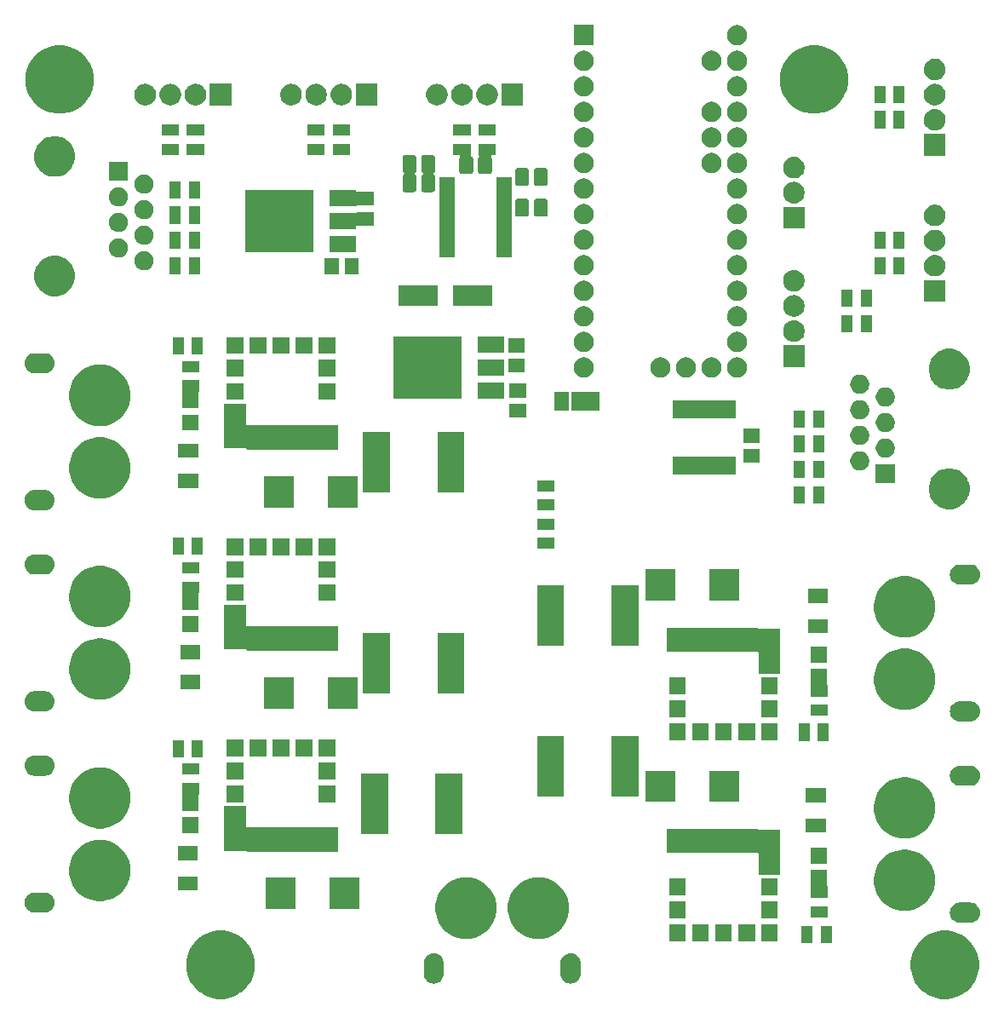
<source format=gbr>
G04 #@! TF.GenerationSoftware,KiCad,Pcbnew,(5.1.4-0-10_14)*
G04 #@! TF.CreationDate,2019-09-27T20:48:51-06:00*
G04 #@! TF.ProjectId,LED suit power,4c454420-7375-4697-9420-706f7765722e,rev?*
G04 #@! TF.SameCoordinates,Original*
G04 #@! TF.FileFunction,Soldermask,Top*
G04 #@! TF.FilePolarity,Negative*
%FSLAX46Y46*%
G04 Gerber Fmt 4.6, Leading zero omitted, Abs format (unit mm)*
G04 Created by KiCad (PCBNEW (5.1.4-0-10_14)) date 2019-09-27 20:48:51*
%MOMM*%
%LPD*%
G04 APERTURE LIST*
%ADD10C,0.100000*%
G04 APERTURE END LIST*
D10*
G36*
X194663307Y-190665330D02*
G01*
X194991743Y-190730660D01*
X195610504Y-190986959D01*
X195630021Y-191000000D01*
X196167373Y-191359047D01*
X196640953Y-191832627D01*
X196699645Y-191920466D01*
X197013041Y-192389496D01*
X197233467Y-192921651D01*
X197269340Y-193008258D01*
X197400000Y-193665128D01*
X197400000Y-194334872D01*
X197373907Y-194466050D01*
X197269340Y-194991743D01*
X197013041Y-195610504D01*
X196962935Y-195685493D01*
X196640953Y-196167373D01*
X196167373Y-196640953D01*
X195955566Y-196782478D01*
X195610504Y-197013041D01*
X194991743Y-197269340D01*
X194663307Y-197334670D01*
X194334872Y-197400000D01*
X193665128Y-197400000D01*
X193336693Y-197334670D01*
X193008257Y-197269340D01*
X192389496Y-197013041D01*
X192044434Y-196782478D01*
X191832627Y-196640953D01*
X191359047Y-196167373D01*
X191037065Y-195685493D01*
X190986959Y-195610504D01*
X190730660Y-194991743D01*
X190626093Y-194466050D01*
X190600000Y-194334872D01*
X190600000Y-193665128D01*
X190730660Y-193008258D01*
X190766534Y-192921651D01*
X190986959Y-192389496D01*
X191300355Y-191920466D01*
X191359047Y-191832627D01*
X191832627Y-191359047D01*
X192369979Y-191000000D01*
X192389496Y-190986959D01*
X193008257Y-190730660D01*
X193336693Y-190665330D01*
X193665128Y-190600000D01*
X194334872Y-190600000D01*
X194663307Y-190665330D01*
X194663307Y-190665330D01*
G37*
G36*
X122663307Y-190665330D02*
G01*
X122991743Y-190730660D01*
X123610504Y-190986959D01*
X123630021Y-191000000D01*
X124167373Y-191359047D01*
X124640953Y-191832627D01*
X124699645Y-191920466D01*
X125013041Y-192389496D01*
X125233467Y-192921651D01*
X125269340Y-193008258D01*
X125400000Y-193665128D01*
X125400000Y-194334872D01*
X125373907Y-194466050D01*
X125269340Y-194991743D01*
X125013041Y-195610504D01*
X124962935Y-195685493D01*
X124640953Y-196167373D01*
X124167373Y-196640953D01*
X123955566Y-196782478D01*
X123610504Y-197013041D01*
X122991743Y-197269340D01*
X122663307Y-197334670D01*
X122334872Y-197400000D01*
X121665128Y-197400000D01*
X121336693Y-197334670D01*
X121008257Y-197269340D01*
X120389496Y-197013041D01*
X120044434Y-196782478D01*
X119832627Y-196640953D01*
X119359047Y-196167373D01*
X119037065Y-195685493D01*
X118986959Y-195610504D01*
X118730660Y-194991743D01*
X118626093Y-194466050D01*
X118600000Y-194334872D01*
X118600000Y-193665128D01*
X118730660Y-193008258D01*
X118766534Y-192921651D01*
X118986959Y-192389496D01*
X119300355Y-191920466D01*
X119359047Y-191832627D01*
X119832627Y-191359047D01*
X120369979Y-191000000D01*
X120389496Y-190986959D01*
X121008257Y-190730660D01*
X121336693Y-190665330D01*
X121665128Y-190600000D01*
X122334872Y-190600000D01*
X122663307Y-190665330D01*
X122663307Y-190665330D01*
G37*
G36*
X143396032Y-192864469D02*
G01*
X143446854Y-192879886D01*
X143584535Y-192921651D01*
X143584537Y-192921652D01*
X143758258Y-193014507D01*
X143910528Y-193139472D01*
X144035493Y-193291742D01*
X144128348Y-193465463D01*
X144185531Y-193653968D01*
X144200000Y-193800876D01*
X144200000Y-194899124D01*
X144185531Y-195046032D01*
X144185530Y-195046034D01*
X144129420Y-195231006D01*
X144128348Y-195234537D01*
X144035493Y-195408258D01*
X143910528Y-195560528D01*
X143758258Y-195685493D01*
X143626064Y-195756151D01*
X143584534Y-195778349D01*
X143513160Y-195800000D01*
X143396031Y-195835531D01*
X143200000Y-195854838D01*
X143003968Y-195835531D01*
X142886839Y-195800000D01*
X142815465Y-195778349D01*
X142815463Y-195778348D01*
X142641742Y-195685493D01*
X142489472Y-195560528D01*
X142364507Y-195408258D01*
X142271652Y-195234536D01*
X142214469Y-195046031D01*
X142200000Y-194899123D01*
X142200000Y-193800876D01*
X142214469Y-193653965D01*
X142271651Y-193465466D01*
X142364508Y-193291742D01*
X142489473Y-193139472D01*
X142641743Y-193014507D01*
X142815464Y-192921652D01*
X142815466Y-192921651D01*
X142953147Y-192879886D01*
X143003969Y-192864469D01*
X143200000Y-192845162D01*
X143396032Y-192864469D01*
X143396032Y-192864469D01*
G37*
G36*
X156996032Y-192864469D02*
G01*
X157046854Y-192879886D01*
X157184535Y-192921651D01*
X157184537Y-192921652D01*
X157358258Y-193014507D01*
X157510528Y-193139472D01*
X157635493Y-193291742D01*
X157728348Y-193465463D01*
X157785531Y-193653968D01*
X157800000Y-193800876D01*
X157800000Y-194899124D01*
X157785531Y-195046032D01*
X157785530Y-195046034D01*
X157729420Y-195231006D01*
X157728348Y-195234537D01*
X157635493Y-195408258D01*
X157510528Y-195560528D01*
X157358258Y-195685493D01*
X157226064Y-195756151D01*
X157184534Y-195778349D01*
X157113160Y-195800000D01*
X156996031Y-195835531D01*
X156800000Y-195854838D01*
X156603968Y-195835531D01*
X156486839Y-195800000D01*
X156415465Y-195778349D01*
X156415463Y-195778348D01*
X156241742Y-195685493D01*
X156089472Y-195560528D01*
X155964507Y-195408258D01*
X155871652Y-195234536D01*
X155814469Y-195046031D01*
X155800000Y-194899123D01*
X155800000Y-193800876D01*
X155814469Y-193653965D01*
X155871651Y-193465466D01*
X155964508Y-193291742D01*
X156089473Y-193139472D01*
X156241743Y-193014507D01*
X156415464Y-192921652D01*
X156415466Y-192921651D01*
X156553147Y-192879886D01*
X156603969Y-192864469D01*
X156800000Y-192845162D01*
X156996032Y-192864469D01*
X156996032Y-192864469D01*
G37*
G36*
X182750000Y-191850000D02*
G01*
X181650000Y-191850000D01*
X181650000Y-190150000D01*
X182750000Y-190150000D01*
X182750000Y-191850000D01*
X182750000Y-191850000D01*
G37*
G36*
X180850000Y-191850000D02*
G01*
X179750000Y-191850000D01*
X179750000Y-190150000D01*
X180850000Y-190150000D01*
X180850000Y-191850000D01*
X180850000Y-191850000D01*
G37*
G36*
X177405000Y-191655000D02*
G01*
X175735000Y-191655000D01*
X175735000Y-189985000D01*
X177405000Y-189985000D01*
X177405000Y-191655000D01*
X177405000Y-191655000D01*
G37*
G36*
X175125000Y-191655000D02*
G01*
X173455000Y-191655000D01*
X173455000Y-189985000D01*
X175125000Y-189985000D01*
X175125000Y-191655000D01*
X175125000Y-191655000D01*
G37*
G36*
X172835000Y-191655000D02*
G01*
X171165000Y-191655000D01*
X171165000Y-189985000D01*
X172835000Y-189985000D01*
X172835000Y-191655000D01*
X172835000Y-191655000D01*
G37*
G36*
X170545000Y-191655000D02*
G01*
X168875000Y-191655000D01*
X168875000Y-189985000D01*
X170545000Y-189985000D01*
X170545000Y-191655000D01*
X170545000Y-191655000D01*
G37*
G36*
X168265000Y-191655000D02*
G01*
X166595000Y-191655000D01*
X166595000Y-189985000D01*
X168265000Y-189985000D01*
X168265000Y-191655000D01*
X168265000Y-191655000D01*
G37*
G36*
X146784251Y-185316679D02*
G01*
X147289652Y-185417209D01*
X147844717Y-185647125D01*
X148344262Y-185980910D01*
X148769090Y-186405738D01*
X149102875Y-186905283D01*
X149332791Y-187460348D01*
X149450000Y-188049601D01*
X149450000Y-188650399D01*
X149332791Y-189239652D01*
X149102875Y-189794717D01*
X148769090Y-190294262D01*
X148344262Y-190719090D01*
X147844717Y-191052875D01*
X147289652Y-191282791D01*
X146784251Y-191383321D01*
X146700400Y-191400000D01*
X146099600Y-191400000D01*
X146015749Y-191383321D01*
X145510348Y-191282791D01*
X144955283Y-191052875D01*
X144455738Y-190719090D01*
X144030910Y-190294262D01*
X143697125Y-189794717D01*
X143467209Y-189239652D01*
X143350000Y-188650399D01*
X143350000Y-188049601D01*
X143467209Y-187460348D01*
X143697125Y-186905283D01*
X144030910Y-186405738D01*
X144455738Y-185980910D01*
X144955283Y-185647125D01*
X145510348Y-185417209D01*
X146015749Y-185316679D01*
X146099600Y-185300000D01*
X146700400Y-185300000D01*
X146784251Y-185316679D01*
X146784251Y-185316679D01*
G37*
G36*
X153984251Y-185316679D02*
G01*
X154489652Y-185417209D01*
X155044717Y-185647125D01*
X155544262Y-185980910D01*
X155969090Y-186405738D01*
X156302875Y-186905283D01*
X156532791Y-187460348D01*
X156650000Y-188049601D01*
X156650000Y-188650399D01*
X156532791Y-189239652D01*
X156302875Y-189794717D01*
X155969090Y-190294262D01*
X155544262Y-190719090D01*
X155044717Y-191052875D01*
X154489652Y-191282791D01*
X153984251Y-191383321D01*
X153900400Y-191400000D01*
X153299600Y-191400000D01*
X153215749Y-191383321D01*
X152710348Y-191282791D01*
X152155283Y-191052875D01*
X151655738Y-190719090D01*
X151230910Y-190294262D01*
X150897125Y-189794717D01*
X150667209Y-189239652D01*
X150550000Y-188650399D01*
X150550000Y-188049601D01*
X150667209Y-187460348D01*
X150897125Y-186905283D01*
X151230910Y-186405738D01*
X151655738Y-185980910D01*
X152155283Y-185647125D01*
X152710348Y-185417209D01*
X153215749Y-185316679D01*
X153299600Y-185300000D01*
X153900400Y-185300000D01*
X153984251Y-185316679D01*
X153984251Y-185316679D01*
G37*
G36*
X196696032Y-187814469D02*
G01*
X196790285Y-187843061D01*
X196884535Y-187871651D01*
X196884537Y-187871652D01*
X197058258Y-187964507D01*
X197210528Y-188089472D01*
X197335493Y-188241742D01*
X197428348Y-188415463D01*
X197485531Y-188603968D01*
X197504838Y-188800000D01*
X197485531Y-188996032D01*
X197428348Y-189184537D01*
X197335493Y-189358258D01*
X197210528Y-189510528D01*
X197058258Y-189635493D01*
X196884537Y-189728348D01*
X196884535Y-189728349D01*
X196790285Y-189756939D01*
X196696032Y-189785531D01*
X196549124Y-189800000D01*
X195450876Y-189800000D01*
X195303968Y-189785531D01*
X195209715Y-189756939D01*
X195115465Y-189728349D01*
X195115463Y-189728348D01*
X194941742Y-189635493D01*
X194789472Y-189510528D01*
X194664507Y-189358258D01*
X194571652Y-189184537D01*
X194514469Y-188996032D01*
X194495162Y-188800000D01*
X194514469Y-188603968D01*
X194571652Y-188415463D01*
X194664507Y-188241742D01*
X194789472Y-188089472D01*
X194941742Y-187964507D01*
X195115463Y-187871652D01*
X195115465Y-187871651D01*
X195209715Y-187843061D01*
X195303968Y-187814469D01*
X195450876Y-187800000D01*
X196549124Y-187800000D01*
X196696032Y-187814469D01*
X196696032Y-187814469D01*
G37*
G36*
X177405000Y-189375000D02*
G01*
X175735000Y-189375000D01*
X175735000Y-187705000D01*
X177405000Y-187705000D01*
X177405000Y-189375000D01*
X177405000Y-189375000D01*
G37*
G36*
X168265000Y-189375000D02*
G01*
X166595000Y-189375000D01*
X166595000Y-187705000D01*
X168265000Y-187705000D01*
X168265000Y-189375000D01*
X168265000Y-189375000D01*
G37*
G36*
X182350000Y-189250000D02*
G01*
X180650000Y-189250000D01*
X180650000Y-188150000D01*
X182350000Y-188150000D01*
X182350000Y-189250000D01*
X182350000Y-189250000D01*
G37*
G36*
X104696032Y-186814469D02*
G01*
X104790284Y-186843060D01*
X104884535Y-186871651D01*
X104884537Y-186871652D01*
X105058258Y-186964507D01*
X105210528Y-187089472D01*
X105335493Y-187241742D01*
X105428348Y-187415463D01*
X105428349Y-187415465D01*
X105441964Y-187460348D01*
X105485531Y-187603968D01*
X105504838Y-187800000D01*
X105485531Y-187996032D01*
X105470305Y-188046224D01*
X105440094Y-188145818D01*
X105428348Y-188184537D01*
X105335493Y-188358258D01*
X105210528Y-188510528D01*
X105058258Y-188635493D01*
X104884537Y-188728348D01*
X104884535Y-188728349D01*
X104790285Y-188756939D01*
X104696032Y-188785531D01*
X104549124Y-188800000D01*
X103450876Y-188800000D01*
X103303968Y-188785531D01*
X103209715Y-188756939D01*
X103115465Y-188728349D01*
X103115463Y-188728348D01*
X102941742Y-188635493D01*
X102789472Y-188510528D01*
X102664507Y-188358258D01*
X102571652Y-188184537D01*
X102559907Y-188145818D01*
X102529695Y-188046224D01*
X102514469Y-187996032D01*
X102495162Y-187800000D01*
X102514469Y-187603968D01*
X102558036Y-187460348D01*
X102571651Y-187415465D01*
X102571652Y-187415463D01*
X102664507Y-187241742D01*
X102789472Y-187089472D01*
X102941742Y-186964507D01*
X103115463Y-186871652D01*
X103115465Y-186871651D01*
X103209716Y-186843060D01*
X103303968Y-186814469D01*
X103450876Y-186800000D01*
X104549124Y-186800000D01*
X104696032Y-186814469D01*
X104696032Y-186814469D01*
G37*
G36*
X190384251Y-182566679D02*
G01*
X190889652Y-182667209D01*
X191444717Y-182897125D01*
X191944262Y-183230910D01*
X192369090Y-183655738D01*
X192702875Y-184155283D01*
X192932791Y-184710348D01*
X193018995Y-185143726D01*
X193050000Y-185299600D01*
X193050000Y-185900400D01*
X193043902Y-185931056D01*
X192932791Y-186489652D01*
X192702875Y-187044717D01*
X192369090Y-187544262D01*
X191944262Y-187969090D01*
X191444717Y-188302875D01*
X190889652Y-188532791D01*
X190384251Y-188633321D01*
X190300400Y-188650000D01*
X189699600Y-188650000D01*
X189615749Y-188633321D01*
X189110348Y-188532791D01*
X188555283Y-188302875D01*
X188055738Y-187969090D01*
X187630910Y-187544262D01*
X187297125Y-187044717D01*
X187067209Y-186489652D01*
X186956098Y-185931056D01*
X186950000Y-185900400D01*
X186950000Y-185299600D01*
X186981005Y-185143726D01*
X187067209Y-184710348D01*
X187297125Y-184155283D01*
X187630910Y-183655738D01*
X188055738Y-183230910D01*
X188555283Y-182897125D01*
X189110348Y-182667209D01*
X189615749Y-182566679D01*
X189699600Y-182550000D01*
X190300400Y-182550000D01*
X190384251Y-182566679D01*
X190384251Y-182566679D01*
G37*
G36*
X129405000Y-188450000D02*
G01*
X126455000Y-188450000D01*
X126455000Y-185350000D01*
X129405000Y-185350000D01*
X129405000Y-188450000D01*
X129405000Y-188450000D01*
G37*
G36*
X135755000Y-188450000D02*
G01*
X132805000Y-188450000D01*
X132805000Y-185350000D01*
X135755000Y-185350000D01*
X135755000Y-188450000D01*
X135755000Y-188450000D01*
G37*
G36*
X110384251Y-181566679D02*
G01*
X110889652Y-181667209D01*
X111444717Y-181897125D01*
X111944262Y-182230910D01*
X112369090Y-182655738D01*
X112702875Y-183155283D01*
X112932791Y-183710348D01*
X113021294Y-184155285D01*
X113050000Y-184299600D01*
X113050000Y-184900400D01*
X113043799Y-184931574D01*
X112932791Y-185489652D01*
X112702875Y-186044717D01*
X112369090Y-186544262D01*
X111944262Y-186969090D01*
X111444717Y-187302875D01*
X110889652Y-187532791D01*
X110435640Y-187623099D01*
X110300400Y-187650000D01*
X109699600Y-187650000D01*
X109564360Y-187623099D01*
X109110348Y-187532791D01*
X108555283Y-187302875D01*
X108055738Y-186969090D01*
X107630910Y-186544262D01*
X107297125Y-186044717D01*
X107067209Y-185489652D01*
X106956201Y-184931574D01*
X106950000Y-184900400D01*
X106950000Y-184299600D01*
X106978706Y-184155285D01*
X107067209Y-183710348D01*
X107297125Y-183155283D01*
X107630910Y-182655738D01*
X108055738Y-182230910D01*
X108555283Y-181897125D01*
X109110348Y-181667209D01*
X109615749Y-181566679D01*
X109699600Y-181550000D01*
X110300400Y-181550000D01*
X110384251Y-181566679D01*
X110384251Y-181566679D01*
G37*
G36*
X182300000Y-186125001D02*
G01*
X182302402Y-186149387D01*
X182309515Y-186172836D01*
X182321066Y-186194447D01*
X182336611Y-186213389D01*
X182350000Y-186224377D01*
X182350000Y-187350000D01*
X180650000Y-187350000D01*
X180650000Y-186224377D01*
X180663389Y-186213389D01*
X180678934Y-186194447D01*
X180690485Y-186172836D01*
X180697598Y-186149387D01*
X180700000Y-186125001D01*
X180700000Y-184550000D01*
X182300000Y-184550000D01*
X182300000Y-186125001D01*
X182300000Y-186125001D01*
G37*
G36*
X168265000Y-187085000D02*
G01*
X166595000Y-187085000D01*
X166595000Y-185415000D01*
X168265000Y-185415000D01*
X168265000Y-187085000D01*
X168265000Y-187085000D01*
G37*
G36*
X177405000Y-187085000D02*
G01*
X175735000Y-187085000D01*
X175735000Y-185415000D01*
X177405000Y-185415000D01*
X177405000Y-187085000D01*
X177405000Y-187085000D01*
G37*
G36*
X119750000Y-186600000D02*
G01*
X117750000Y-186600000D01*
X117750000Y-185200000D01*
X119750000Y-185200000D01*
X119750000Y-186600000D01*
X119750000Y-186600000D01*
G37*
G36*
X175370000Y-180465001D02*
G01*
X175372402Y-180489387D01*
X175379515Y-180512836D01*
X175391066Y-180534447D01*
X175406611Y-180553389D01*
X175425553Y-180568934D01*
X175447164Y-180580485D01*
X175470613Y-180587598D01*
X175494999Y-180590000D01*
X177660000Y-180590000D01*
X177660000Y-185050000D01*
X175480000Y-185050000D01*
X175480000Y-183019999D01*
X175477598Y-182995613D01*
X175470485Y-182972164D01*
X175458934Y-182950553D01*
X175443389Y-182931611D01*
X175424447Y-182916066D01*
X175402836Y-182904515D01*
X175379387Y-182897402D01*
X175355001Y-182895000D01*
X166340000Y-182895000D01*
X166340000Y-180465000D01*
X175370000Y-180465000D01*
X175370000Y-180465001D01*
X175370000Y-180465001D01*
G37*
G36*
X182300000Y-183950000D02*
G01*
X180700000Y-183950000D01*
X180700000Y-182350000D01*
X182300000Y-182350000D01*
X182300000Y-183950000D01*
X182300000Y-183950000D01*
G37*
G36*
X119750000Y-183600000D02*
G01*
X117750000Y-183600000D01*
X117750000Y-182200000D01*
X119750000Y-182200000D01*
X119750000Y-183600000D01*
X119750000Y-183600000D01*
G37*
G36*
X124520000Y-180230001D02*
G01*
X124522402Y-180254387D01*
X124529515Y-180277836D01*
X124541066Y-180299447D01*
X124556611Y-180318389D01*
X124575553Y-180333934D01*
X124597164Y-180345485D01*
X124620613Y-180352598D01*
X124644999Y-180355000D01*
X133660000Y-180355000D01*
X133660000Y-182785000D01*
X124630000Y-182785000D01*
X124630000Y-182784999D01*
X124627598Y-182760613D01*
X124620485Y-182737164D01*
X124608934Y-182715553D01*
X124593389Y-182696611D01*
X124574447Y-182681066D01*
X124552836Y-182669515D01*
X124529387Y-182662402D01*
X124505001Y-182660000D01*
X122340000Y-182660000D01*
X122340000Y-178200000D01*
X124520000Y-178200000D01*
X124520000Y-180230001D01*
X124520000Y-180230001D01*
G37*
G36*
X190384251Y-175366679D02*
G01*
X190889652Y-175467209D01*
X191444717Y-175697125D01*
X191944262Y-176030910D01*
X192369090Y-176455738D01*
X192702875Y-176955283D01*
X192932791Y-177510348D01*
X193018995Y-177943726D01*
X193050000Y-178099600D01*
X193050000Y-178700400D01*
X193043902Y-178731056D01*
X192932791Y-179289652D01*
X192702875Y-179844717D01*
X192369090Y-180344262D01*
X191944262Y-180769090D01*
X191444717Y-181102875D01*
X190889652Y-181332791D01*
X190384251Y-181433321D01*
X190300400Y-181450000D01*
X189699600Y-181450000D01*
X189615749Y-181433321D01*
X189110348Y-181332791D01*
X188555283Y-181102875D01*
X188055738Y-180769090D01*
X187630910Y-180344262D01*
X187297125Y-179844717D01*
X187067209Y-179289652D01*
X186956098Y-178731056D01*
X186950000Y-178700400D01*
X186950000Y-178099600D01*
X186981005Y-177943726D01*
X187067209Y-177510348D01*
X187297125Y-176955283D01*
X187630910Y-176455738D01*
X188055738Y-176030910D01*
X188555283Y-175697125D01*
X189110348Y-175467209D01*
X189615749Y-175366679D01*
X189699600Y-175350000D01*
X190300400Y-175350000D01*
X190384251Y-175366679D01*
X190384251Y-175366679D01*
G37*
G36*
X138650000Y-181000000D02*
G01*
X135950000Y-181000000D01*
X135950000Y-175000000D01*
X138650000Y-175000000D01*
X138650000Y-181000000D01*
X138650000Y-181000000D01*
G37*
G36*
X146050000Y-181000000D02*
G01*
X143350000Y-181000000D01*
X143350000Y-175000000D01*
X146050000Y-175000000D01*
X146050000Y-181000000D01*
X146050000Y-181000000D01*
G37*
G36*
X119800000Y-180900000D02*
G01*
X118200000Y-180900000D01*
X118200000Y-179300000D01*
X119800000Y-179300000D01*
X119800000Y-180900000D01*
X119800000Y-180900000D01*
G37*
G36*
X182200000Y-180850000D02*
G01*
X180200000Y-180850000D01*
X180200000Y-179450000D01*
X182200000Y-179450000D01*
X182200000Y-180850000D01*
X182200000Y-180850000D01*
G37*
G36*
X110373331Y-174364507D02*
G01*
X110889652Y-174467209D01*
X111444717Y-174697125D01*
X111944262Y-175030910D01*
X112369090Y-175455738D01*
X112702875Y-175955283D01*
X112932791Y-176510348D01*
X113021294Y-176955285D01*
X113050000Y-177099600D01*
X113050000Y-177700400D01*
X113043799Y-177731574D01*
X112932791Y-178289652D01*
X112702875Y-178844717D01*
X112369090Y-179344262D01*
X111944262Y-179769090D01*
X111444717Y-180102875D01*
X110889652Y-180332791D01*
X110384251Y-180433321D01*
X110300400Y-180450000D01*
X109699600Y-180450000D01*
X109615749Y-180433321D01*
X109110348Y-180332791D01*
X108555283Y-180102875D01*
X108055738Y-179769090D01*
X107630910Y-179344262D01*
X107297125Y-178844717D01*
X107067209Y-178289652D01*
X106956201Y-177731574D01*
X106950000Y-177700400D01*
X106950000Y-177099600D01*
X106978706Y-176955285D01*
X107067209Y-176510348D01*
X107297125Y-175955283D01*
X107630910Y-175455738D01*
X108055738Y-175030910D01*
X108555283Y-174697125D01*
X109110348Y-174467209D01*
X109626669Y-174364507D01*
X109699600Y-174350000D01*
X110300400Y-174350000D01*
X110373331Y-174364507D01*
X110373331Y-174364507D01*
G37*
G36*
X119850000Y-177025623D02*
G01*
X119836611Y-177036611D01*
X119821066Y-177055553D01*
X119809515Y-177077164D01*
X119802402Y-177100613D01*
X119800000Y-177124999D01*
X119800000Y-178700000D01*
X118200000Y-178700000D01*
X118200000Y-177124999D01*
X118197598Y-177100613D01*
X118190485Y-177077164D01*
X118178934Y-177055553D01*
X118163389Y-177036611D01*
X118150000Y-177025623D01*
X118150000Y-175900000D01*
X119850000Y-175900000D01*
X119850000Y-177025623D01*
X119850000Y-177025623D01*
G37*
G36*
X182200000Y-177850000D02*
G01*
X180200000Y-177850000D01*
X180200000Y-176450000D01*
X182200000Y-176450000D01*
X182200000Y-177850000D01*
X182200000Y-177850000D01*
G37*
G36*
X133405000Y-177835000D02*
G01*
X131735000Y-177835000D01*
X131735000Y-176165000D01*
X133405000Y-176165000D01*
X133405000Y-177835000D01*
X133405000Y-177835000D01*
G37*
G36*
X124265000Y-177835000D02*
G01*
X122595000Y-177835000D01*
X122595000Y-176165000D01*
X124265000Y-176165000D01*
X124265000Y-177835000D01*
X124265000Y-177835000D01*
G37*
G36*
X167195000Y-177800000D02*
G01*
X164245000Y-177800000D01*
X164245000Y-174700000D01*
X167195000Y-174700000D01*
X167195000Y-177800000D01*
X167195000Y-177800000D01*
G37*
G36*
X173545000Y-177800000D02*
G01*
X170595000Y-177800000D01*
X170595000Y-174700000D01*
X173545000Y-174700000D01*
X173545000Y-177800000D01*
X173545000Y-177800000D01*
G37*
G36*
X156150000Y-177250000D02*
G01*
X153450000Y-177250000D01*
X153450000Y-171250000D01*
X156150000Y-171250000D01*
X156150000Y-177250000D01*
X156150000Y-177250000D01*
G37*
G36*
X163550000Y-177250000D02*
G01*
X160850000Y-177250000D01*
X160850000Y-171250000D01*
X163550000Y-171250000D01*
X163550000Y-177250000D01*
X163550000Y-177250000D01*
G37*
G36*
X196696032Y-174214469D02*
G01*
X196790285Y-174243061D01*
X196884535Y-174271651D01*
X196884537Y-174271652D01*
X197058258Y-174364507D01*
X197210528Y-174489472D01*
X197335493Y-174641742D01*
X197428348Y-174815463D01*
X197485531Y-175003968D01*
X197504838Y-175200000D01*
X197485531Y-175396032D01*
X197463939Y-175467209D01*
X197437680Y-175553776D01*
X197428348Y-175584537D01*
X197335493Y-175758258D01*
X197210528Y-175910528D01*
X197058258Y-176035493D01*
X196884537Y-176128348D01*
X196884535Y-176128349D01*
X196790285Y-176156939D01*
X196696032Y-176185531D01*
X196549124Y-176200000D01*
X195450876Y-176200000D01*
X195303968Y-176185531D01*
X195209715Y-176156939D01*
X195115465Y-176128349D01*
X195115463Y-176128348D01*
X194941742Y-176035493D01*
X194789472Y-175910528D01*
X194664507Y-175758258D01*
X194571652Y-175584537D01*
X194562321Y-175553776D01*
X194536061Y-175467209D01*
X194514469Y-175396032D01*
X194495162Y-175200000D01*
X194514469Y-175003968D01*
X194571652Y-174815463D01*
X194664507Y-174641742D01*
X194789472Y-174489472D01*
X194941742Y-174364507D01*
X195115463Y-174271652D01*
X195115465Y-174271651D01*
X195209715Y-174243061D01*
X195303968Y-174214469D01*
X195450876Y-174200000D01*
X196549124Y-174200000D01*
X196696032Y-174214469D01*
X196696032Y-174214469D01*
G37*
G36*
X124265000Y-175545000D02*
G01*
X122595000Y-175545000D01*
X122595000Y-173875000D01*
X124265000Y-173875000D01*
X124265000Y-175545000D01*
X124265000Y-175545000D01*
G37*
G36*
X133405000Y-175545000D02*
G01*
X131735000Y-175545000D01*
X131735000Y-173875000D01*
X133405000Y-173875000D01*
X133405000Y-175545000D01*
X133405000Y-175545000D01*
G37*
G36*
X104696032Y-173214469D02*
G01*
X104790284Y-173243060D01*
X104884535Y-173271651D01*
X104884537Y-173271652D01*
X105058258Y-173364507D01*
X105210528Y-173489472D01*
X105335493Y-173641742D01*
X105428348Y-173815463D01*
X105485531Y-174003968D01*
X105504838Y-174200000D01*
X105485531Y-174396032D01*
X105428348Y-174584537D01*
X105335493Y-174758258D01*
X105210528Y-174910528D01*
X105058258Y-175035493D01*
X104884537Y-175128348D01*
X104884535Y-175128349D01*
X104790285Y-175156939D01*
X104696032Y-175185531D01*
X104549124Y-175200000D01*
X103450876Y-175200000D01*
X103303968Y-175185531D01*
X103209715Y-175156939D01*
X103115465Y-175128349D01*
X103115463Y-175128348D01*
X102941742Y-175035493D01*
X102789472Y-174910528D01*
X102664507Y-174758258D01*
X102571652Y-174584537D01*
X102514469Y-174396032D01*
X102495162Y-174200000D01*
X102514469Y-174003968D01*
X102571652Y-173815463D01*
X102664507Y-173641742D01*
X102789472Y-173489472D01*
X102941742Y-173364507D01*
X103115463Y-173271652D01*
X103115465Y-173271651D01*
X103209716Y-173243060D01*
X103303968Y-173214469D01*
X103450876Y-173200000D01*
X104549124Y-173200000D01*
X104696032Y-173214469D01*
X104696032Y-173214469D01*
G37*
G36*
X119850000Y-175100000D02*
G01*
X118150000Y-175100000D01*
X118150000Y-174000000D01*
X119850000Y-174000000D01*
X119850000Y-175100000D01*
X119850000Y-175100000D01*
G37*
G36*
X120245000Y-173350000D02*
G01*
X119145000Y-173350000D01*
X119145000Y-171650000D01*
X120245000Y-171650000D01*
X120245000Y-173350000D01*
X120245000Y-173350000D01*
G37*
G36*
X118345000Y-173350000D02*
G01*
X117245000Y-173350000D01*
X117245000Y-171650000D01*
X118345000Y-171650000D01*
X118345000Y-173350000D01*
X118345000Y-173350000D01*
G37*
G36*
X128835000Y-173265000D02*
G01*
X127165000Y-173265000D01*
X127165000Y-171595000D01*
X128835000Y-171595000D01*
X128835000Y-173265000D01*
X128835000Y-173265000D01*
G37*
G36*
X124265000Y-173265000D02*
G01*
X122595000Y-173265000D01*
X122595000Y-171595000D01*
X124265000Y-171595000D01*
X124265000Y-173265000D01*
X124265000Y-173265000D01*
G37*
G36*
X126545000Y-173265000D02*
G01*
X124875000Y-173265000D01*
X124875000Y-171595000D01*
X126545000Y-171595000D01*
X126545000Y-173265000D01*
X126545000Y-173265000D01*
G37*
G36*
X131125000Y-173265000D02*
G01*
X129455000Y-173265000D01*
X129455000Y-171595000D01*
X131125000Y-171595000D01*
X131125000Y-173265000D01*
X131125000Y-173265000D01*
G37*
G36*
X133405000Y-173265000D02*
G01*
X131735000Y-173265000D01*
X131735000Y-171595000D01*
X133405000Y-171595000D01*
X133405000Y-173265000D01*
X133405000Y-173265000D01*
G37*
G36*
X180575000Y-171725000D02*
G01*
X179475000Y-171725000D01*
X179475000Y-170025000D01*
X180575000Y-170025000D01*
X180575000Y-171725000D01*
X180575000Y-171725000D01*
G37*
G36*
X182475000Y-171725000D02*
G01*
X181375000Y-171725000D01*
X181375000Y-170025000D01*
X182475000Y-170025000D01*
X182475000Y-171725000D01*
X182475000Y-171725000D01*
G37*
G36*
X175125000Y-171655000D02*
G01*
X173455000Y-171655000D01*
X173455000Y-169985000D01*
X175125000Y-169985000D01*
X175125000Y-171655000D01*
X175125000Y-171655000D01*
G37*
G36*
X177405000Y-171655000D02*
G01*
X175735000Y-171655000D01*
X175735000Y-169985000D01*
X177405000Y-169985000D01*
X177405000Y-171655000D01*
X177405000Y-171655000D01*
G37*
G36*
X172835000Y-171655000D02*
G01*
X171165000Y-171655000D01*
X171165000Y-169985000D01*
X172835000Y-169985000D01*
X172835000Y-171655000D01*
X172835000Y-171655000D01*
G37*
G36*
X170545000Y-171655000D02*
G01*
X168875000Y-171655000D01*
X168875000Y-169985000D01*
X170545000Y-169985000D01*
X170545000Y-171655000D01*
X170545000Y-171655000D01*
G37*
G36*
X168265000Y-171655000D02*
G01*
X166595000Y-171655000D01*
X166595000Y-169985000D01*
X168265000Y-169985000D01*
X168265000Y-171655000D01*
X168265000Y-171655000D01*
G37*
G36*
X196696032Y-167814469D02*
G01*
X196790284Y-167843060D01*
X196884535Y-167871651D01*
X196884537Y-167871652D01*
X197058258Y-167964507D01*
X197210528Y-168089472D01*
X197335493Y-168241742D01*
X197428348Y-168415463D01*
X197485531Y-168603968D01*
X197504838Y-168800000D01*
X197485531Y-168996032D01*
X197428348Y-169184537D01*
X197335493Y-169358258D01*
X197210528Y-169510528D01*
X197058258Y-169635493D01*
X196884537Y-169728348D01*
X196884535Y-169728349D01*
X196790285Y-169756939D01*
X196696032Y-169785531D01*
X196549124Y-169800000D01*
X195450876Y-169800000D01*
X195303968Y-169785531D01*
X195209715Y-169756939D01*
X195115465Y-169728349D01*
X195115463Y-169728348D01*
X194941742Y-169635493D01*
X194789472Y-169510528D01*
X194664507Y-169358258D01*
X194571652Y-169184537D01*
X194514469Y-168996032D01*
X194495162Y-168800000D01*
X194514469Y-168603968D01*
X194571652Y-168415463D01*
X194664507Y-168241742D01*
X194789472Y-168089472D01*
X194941742Y-167964507D01*
X195115463Y-167871652D01*
X195115465Y-167871651D01*
X195209716Y-167843060D01*
X195303968Y-167814469D01*
X195450876Y-167800000D01*
X196549124Y-167800000D01*
X196696032Y-167814469D01*
X196696032Y-167814469D01*
G37*
G36*
X177405000Y-169375000D02*
G01*
X175735000Y-169375000D01*
X175735000Y-167705000D01*
X177405000Y-167705000D01*
X177405000Y-169375000D01*
X177405000Y-169375000D01*
G37*
G36*
X168265000Y-169375000D02*
G01*
X166595000Y-169375000D01*
X166595000Y-167705000D01*
X168265000Y-167705000D01*
X168265000Y-169375000D01*
X168265000Y-169375000D01*
G37*
G36*
X182350000Y-169250000D02*
G01*
X180650000Y-169250000D01*
X180650000Y-168150000D01*
X182350000Y-168150000D01*
X182350000Y-169250000D01*
X182350000Y-169250000D01*
G37*
G36*
X104696032Y-166814469D02*
G01*
X104790284Y-166843060D01*
X104884535Y-166871651D01*
X104884537Y-166871652D01*
X105058258Y-166964507D01*
X105210528Y-167089472D01*
X105335493Y-167241742D01*
X105428348Y-167415463D01*
X105428349Y-167415465D01*
X105456940Y-167509716D01*
X105485531Y-167603968D01*
X105504838Y-167800000D01*
X105485531Y-167996032D01*
X105428348Y-168184537D01*
X105335493Y-168358258D01*
X105210528Y-168510528D01*
X105058258Y-168635493D01*
X104884537Y-168728348D01*
X104884535Y-168728349D01*
X104790284Y-168756940D01*
X104696032Y-168785531D01*
X104549124Y-168800000D01*
X103450876Y-168800000D01*
X103303968Y-168785531D01*
X103209716Y-168756940D01*
X103115465Y-168728349D01*
X103115463Y-168728348D01*
X102941742Y-168635493D01*
X102789472Y-168510528D01*
X102664507Y-168358258D01*
X102571652Y-168184537D01*
X102514469Y-167996032D01*
X102495162Y-167800000D01*
X102514469Y-167603968D01*
X102543060Y-167509716D01*
X102571651Y-167415465D01*
X102571652Y-167415463D01*
X102664507Y-167241742D01*
X102789472Y-167089472D01*
X102941742Y-166964507D01*
X103115463Y-166871652D01*
X103115465Y-166871651D01*
X103209716Y-166843060D01*
X103303968Y-166814469D01*
X103450876Y-166800000D01*
X104549124Y-166800000D01*
X104696032Y-166814469D01*
X104696032Y-166814469D01*
G37*
G36*
X190384251Y-162566679D02*
G01*
X190889652Y-162667209D01*
X191444717Y-162897125D01*
X191944262Y-163230910D01*
X192369090Y-163655738D01*
X192702875Y-164155283D01*
X192932791Y-164710348D01*
X193018995Y-165143726D01*
X193050000Y-165299600D01*
X193050000Y-165900400D01*
X193043902Y-165931056D01*
X192932791Y-166489652D01*
X192702875Y-167044717D01*
X192369090Y-167544262D01*
X191944262Y-167969090D01*
X191444717Y-168302875D01*
X190889652Y-168532791D01*
X190384251Y-168633321D01*
X190300400Y-168650000D01*
X189699600Y-168650000D01*
X189615749Y-168633321D01*
X189110348Y-168532791D01*
X188555283Y-168302875D01*
X188055738Y-167969090D01*
X187630910Y-167544262D01*
X187297125Y-167044717D01*
X187067209Y-166489652D01*
X186956098Y-165931056D01*
X186950000Y-165900400D01*
X186950000Y-165299600D01*
X186981005Y-165143726D01*
X187067209Y-164710348D01*
X187297125Y-164155283D01*
X187630910Y-163655738D01*
X188055738Y-163230910D01*
X188555283Y-162897125D01*
X189110348Y-162667209D01*
X189615749Y-162566679D01*
X189699600Y-162550000D01*
X190300400Y-162550000D01*
X190384251Y-162566679D01*
X190384251Y-162566679D01*
G37*
G36*
X129305000Y-168550000D02*
G01*
X126355000Y-168550000D01*
X126355000Y-165450000D01*
X129305000Y-165450000D01*
X129305000Y-168550000D01*
X129305000Y-168550000D01*
G37*
G36*
X135655000Y-168550000D02*
G01*
X132705000Y-168550000D01*
X132705000Y-165450000D01*
X135655000Y-165450000D01*
X135655000Y-168550000D01*
X135655000Y-168550000D01*
G37*
G36*
X110384251Y-161566679D02*
G01*
X110889652Y-161667209D01*
X111444717Y-161897125D01*
X111944262Y-162230910D01*
X112369090Y-162655738D01*
X112702875Y-163155283D01*
X112932791Y-163710348D01*
X113021294Y-164155285D01*
X113050000Y-164299600D01*
X113050000Y-164900400D01*
X113043799Y-164931574D01*
X112932791Y-165489652D01*
X112702875Y-166044717D01*
X112369090Y-166544262D01*
X111944262Y-166969090D01*
X111444717Y-167302875D01*
X110889652Y-167532791D01*
X110384251Y-167633321D01*
X110300400Y-167650000D01*
X109699600Y-167650000D01*
X109615749Y-167633321D01*
X109110348Y-167532791D01*
X108555283Y-167302875D01*
X108055738Y-166969090D01*
X107630910Y-166544262D01*
X107297125Y-166044717D01*
X107067209Y-165489652D01*
X106956201Y-164931574D01*
X106950000Y-164900400D01*
X106950000Y-164299600D01*
X106978706Y-164155285D01*
X107067209Y-163710348D01*
X107297125Y-163155283D01*
X107630910Y-162655738D01*
X108055738Y-162230910D01*
X108555283Y-161897125D01*
X109110348Y-161667209D01*
X109615749Y-161566679D01*
X109699600Y-161550000D01*
X110300400Y-161550000D01*
X110384251Y-161566679D01*
X110384251Y-161566679D01*
G37*
G36*
X182300000Y-166125001D02*
G01*
X182302402Y-166149387D01*
X182309515Y-166172836D01*
X182321066Y-166194447D01*
X182336611Y-166213389D01*
X182350000Y-166224377D01*
X182350000Y-167350000D01*
X180650000Y-167350000D01*
X180650000Y-166224377D01*
X180663389Y-166213389D01*
X180678934Y-166194447D01*
X180690485Y-166172836D01*
X180697598Y-166149387D01*
X180700000Y-166125001D01*
X180700000Y-164550000D01*
X182300000Y-164550000D01*
X182300000Y-166125001D01*
X182300000Y-166125001D01*
G37*
G36*
X168265000Y-167085000D02*
G01*
X166595000Y-167085000D01*
X166595000Y-165415000D01*
X168265000Y-165415000D01*
X168265000Y-167085000D01*
X168265000Y-167085000D01*
G37*
G36*
X177405000Y-167085000D02*
G01*
X175735000Y-167085000D01*
X175735000Y-165415000D01*
X177405000Y-165415000D01*
X177405000Y-167085000D01*
X177405000Y-167085000D01*
G37*
G36*
X146250000Y-167000000D02*
G01*
X143550000Y-167000000D01*
X143550000Y-161000000D01*
X146250000Y-161000000D01*
X146250000Y-167000000D01*
X146250000Y-167000000D01*
G37*
G36*
X138850000Y-167000000D02*
G01*
X136150000Y-167000000D01*
X136150000Y-161000000D01*
X138850000Y-161000000D01*
X138850000Y-167000000D01*
X138850000Y-167000000D01*
G37*
G36*
X120000000Y-166600000D02*
G01*
X118000000Y-166600000D01*
X118000000Y-165200000D01*
X120000000Y-165200000D01*
X120000000Y-166600000D01*
X120000000Y-166600000D01*
G37*
G36*
X175370000Y-160465001D02*
G01*
X175372402Y-160489387D01*
X175379515Y-160512836D01*
X175391066Y-160534447D01*
X175406611Y-160553389D01*
X175425553Y-160568934D01*
X175447164Y-160580485D01*
X175470613Y-160587598D01*
X175494999Y-160590000D01*
X177660000Y-160590000D01*
X177660000Y-165050000D01*
X175480000Y-165050000D01*
X175480000Y-163019999D01*
X175477598Y-162995613D01*
X175470485Y-162972164D01*
X175458934Y-162950553D01*
X175443389Y-162931611D01*
X175424447Y-162916066D01*
X175402836Y-162904515D01*
X175379387Y-162897402D01*
X175355001Y-162895000D01*
X166340000Y-162895000D01*
X166340000Y-160465000D01*
X175370000Y-160465000D01*
X175370000Y-160465001D01*
X175370000Y-160465001D01*
G37*
G36*
X182300000Y-163950000D02*
G01*
X180700000Y-163950000D01*
X180700000Y-162350000D01*
X182300000Y-162350000D01*
X182300000Y-163950000D01*
X182300000Y-163950000D01*
G37*
G36*
X120000000Y-163600000D02*
G01*
X118000000Y-163600000D01*
X118000000Y-162200000D01*
X120000000Y-162200000D01*
X120000000Y-163600000D01*
X120000000Y-163600000D01*
G37*
G36*
X124520000Y-160230001D02*
G01*
X124522402Y-160254387D01*
X124529515Y-160277836D01*
X124541066Y-160299447D01*
X124556611Y-160318389D01*
X124575553Y-160333934D01*
X124597164Y-160345485D01*
X124620613Y-160352598D01*
X124644999Y-160355000D01*
X133660000Y-160355000D01*
X133660000Y-162785000D01*
X124630000Y-162785000D01*
X124630000Y-162784999D01*
X124627598Y-162760613D01*
X124620485Y-162737164D01*
X124608934Y-162715553D01*
X124593389Y-162696611D01*
X124574447Y-162681066D01*
X124552836Y-162669515D01*
X124529387Y-162662402D01*
X124505001Y-162660000D01*
X122340000Y-162660000D01*
X122340000Y-158200000D01*
X124520000Y-158200000D01*
X124520000Y-160230001D01*
X124520000Y-160230001D01*
G37*
G36*
X163550000Y-162250000D02*
G01*
X160850000Y-162250000D01*
X160850000Y-156250000D01*
X163550000Y-156250000D01*
X163550000Y-162250000D01*
X163550000Y-162250000D01*
G37*
G36*
X156150000Y-162250000D02*
G01*
X153450000Y-162250000D01*
X153450000Y-156250000D01*
X156150000Y-156250000D01*
X156150000Y-162250000D01*
X156150000Y-162250000D01*
G37*
G36*
X190384251Y-155366679D02*
G01*
X190889652Y-155467209D01*
X191444717Y-155697125D01*
X191944262Y-156030910D01*
X192369090Y-156455738D01*
X192702875Y-156955283D01*
X192932791Y-157510348D01*
X193018995Y-157943726D01*
X193050000Y-158099600D01*
X193050000Y-158700400D01*
X193043902Y-158731056D01*
X192932791Y-159289652D01*
X192702875Y-159844717D01*
X192369090Y-160344262D01*
X191944262Y-160769090D01*
X191444717Y-161102875D01*
X190889652Y-161332791D01*
X190384251Y-161433321D01*
X190300400Y-161450000D01*
X189699600Y-161450000D01*
X189615749Y-161433321D01*
X189110348Y-161332791D01*
X188555283Y-161102875D01*
X188055738Y-160769090D01*
X187630910Y-160344262D01*
X187297125Y-159844717D01*
X187067209Y-159289652D01*
X186956098Y-158731056D01*
X186950000Y-158700400D01*
X186950000Y-158099600D01*
X186981005Y-157943726D01*
X187067209Y-157510348D01*
X187297125Y-156955283D01*
X187630910Y-156455738D01*
X188055738Y-156030910D01*
X188555283Y-155697125D01*
X189110348Y-155467209D01*
X189615749Y-155366679D01*
X189699600Y-155350000D01*
X190300400Y-155350000D01*
X190384251Y-155366679D01*
X190384251Y-155366679D01*
G37*
G36*
X182400000Y-161050000D02*
G01*
X180400000Y-161050000D01*
X180400000Y-159650000D01*
X182400000Y-159650000D01*
X182400000Y-161050000D01*
X182400000Y-161050000D01*
G37*
G36*
X119800000Y-160900000D02*
G01*
X118200000Y-160900000D01*
X118200000Y-159300000D01*
X119800000Y-159300000D01*
X119800000Y-160900000D01*
X119800000Y-160900000D01*
G37*
G36*
X110373331Y-154364507D02*
G01*
X110889652Y-154467209D01*
X111444717Y-154697125D01*
X111944262Y-155030910D01*
X112369090Y-155455738D01*
X112702875Y-155955283D01*
X112932791Y-156510348D01*
X113021294Y-156955285D01*
X113050000Y-157099600D01*
X113050000Y-157700400D01*
X113043799Y-157731574D01*
X112932791Y-158289652D01*
X112702875Y-158844717D01*
X112369090Y-159344262D01*
X111944262Y-159769090D01*
X111444717Y-160102875D01*
X110889652Y-160332791D01*
X110384251Y-160433321D01*
X110300400Y-160450000D01*
X109699600Y-160450000D01*
X109615749Y-160433321D01*
X109110348Y-160332791D01*
X108555283Y-160102875D01*
X108055738Y-159769090D01*
X107630910Y-159344262D01*
X107297125Y-158844717D01*
X107067209Y-158289652D01*
X106956201Y-157731574D01*
X106950000Y-157700400D01*
X106950000Y-157099600D01*
X106978706Y-156955285D01*
X107067209Y-156510348D01*
X107297125Y-155955283D01*
X107630910Y-155455738D01*
X108055738Y-155030910D01*
X108555283Y-154697125D01*
X109110348Y-154467209D01*
X109626669Y-154364507D01*
X109699600Y-154350000D01*
X110300400Y-154350000D01*
X110373331Y-154364507D01*
X110373331Y-154364507D01*
G37*
G36*
X119850000Y-157025623D02*
G01*
X119836611Y-157036611D01*
X119821066Y-157055553D01*
X119809515Y-157077164D01*
X119802402Y-157100613D01*
X119800000Y-157124999D01*
X119800000Y-158700000D01*
X118200000Y-158700000D01*
X118200000Y-157124999D01*
X118197598Y-157100613D01*
X118190485Y-157077164D01*
X118178934Y-157055553D01*
X118163389Y-157036611D01*
X118150000Y-157025623D01*
X118150000Y-155900000D01*
X119850000Y-155900000D01*
X119850000Y-157025623D01*
X119850000Y-157025623D01*
G37*
G36*
X182400000Y-158050000D02*
G01*
X180400000Y-158050000D01*
X180400000Y-156650000D01*
X182400000Y-156650000D01*
X182400000Y-158050000D01*
X182400000Y-158050000D01*
G37*
G36*
X133405000Y-157835000D02*
G01*
X131735000Y-157835000D01*
X131735000Y-156165000D01*
X133405000Y-156165000D01*
X133405000Y-157835000D01*
X133405000Y-157835000D01*
G37*
G36*
X124265000Y-157835000D02*
G01*
X122595000Y-157835000D01*
X122595000Y-156165000D01*
X124265000Y-156165000D01*
X124265000Y-157835000D01*
X124265000Y-157835000D01*
G37*
G36*
X167195000Y-157800000D02*
G01*
X164245000Y-157800000D01*
X164245000Y-154700000D01*
X167195000Y-154700000D01*
X167195000Y-157800000D01*
X167195000Y-157800000D01*
G37*
G36*
X173545000Y-157800000D02*
G01*
X170595000Y-157800000D01*
X170595000Y-154700000D01*
X173545000Y-154700000D01*
X173545000Y-157800000D01*
X173545000Y-157800000D01*
G37*
G36*
X196696032Y-154214469D02*
G01*
X196790285Y-154243061D01*
X196884535Y-154271651D01*
X196884537Y-154271652D01*
X197058258Y-154364507D01*
X197210528Y-154489472D01*
X197335493Y-154641742D01*
X197428348Y-154815463D01*
X197485531Y-155003968D01*
X197504838Y-155200000D01*
X197485531Y-155396032D01*
X197463939Y-155467209D01*
X197437680Y-155553776D01*
X197428348Y-155584537D01*
X197335493Y-155758258D01*
X197210528Y-155910528D01*
X197058258Y-156035493D01*
X196884537Y-156128348D01*
X196884535Y-156128349D01*
X196790285Y-156156939D01*
X196696032Y-156185531D01*
X196549124Y-156200000D01*
X195450876Y-156200000D01*
X195303968Y-156185531D01*
X195209716Y-156156940D01*
X195115465Y-156128349D01*
X195115463Y-156128348D01*
X194941742Y-156035493D01*
X194789472Y-155910528D01*
X194664507Y-155758258D01*
X194571652Y-155584537D01*
X194562321Y-155553776D01*
X194536061Y-155467209D01*
X194514469Y-155396032D01*
X194495162Y-155200000D01*
X194514469Y-155003968D01*
X194571652Y-154815463D01*
X194664507Y-154641742D01*
X194789472Y-154489472D01*
X194941742Y-154364507D01*
X195115463Y-154271652D01*
X195115465Y-154271651D01*
X195209715Y-154243061D01*
X195303968Y-154214469D01*
X195450876Y-154200000D01*
X196549124Y-154200000D01*
X196696032Y-154214469D01*
X196696032Y-154214469D01*
G37*
G36*
X124265000Y-155545000D02*
G01*
X122595000Y-155545000D01*
X122595000Y-153875000D01*
X124265000Y-153875000D01*
X124265000Y-155545000D01*
X124265000Y-155545000D01*
G37*
G36*
X133405000Y-155545000D02*
G01*
X131735000Y-155545000D01*
X131735000Y-153875000D01*
X133405000Y-153875000D01*
X133405000Y-155545000D01*
X133405000Y-155545000D01*
G37*
G36*
X104696032Y-153214469D02*
G01*
X104790285Y-153243061D01*
X104884535Y-153271651D01*
X104884537Y-153271652D01*
X105058258Y-153364507D01*
X105210528Y-153489472D01*
X105335493Y-153641742D01*
X105428348Y-153815463D01*
X105485531Y-154003968D01*
X105504838Y-154200000D01*
X105485531Y-154396032D01*
X105428348Y-154584537D01*
X105335493Y-154758258D01*
X105210528Y-154910528D01*
X105058258Y-155035493D01*
X104884537Y-155128348D01*
X104884535Y-155128349D01*
X104790284Y-155156940D01*
X104696032Y-155185531D01*
X104549124Y-155200000D01*
X103450876Y-155200000D01*
X103303968Y-155185531D01*
X103209716Y-155156940D01*
X103115465Y-155128349D01*
X103115463Y-155128348D01*
X102941742Y-155035493D01*
X102789472Y-154910528D01*
X102664507Y-154758258D01*
X102571652Y-154584537D01*
X102514469Y-154396032D01*
X102495162Y-154200000D01*
X102514469Y-154003968D01*
X102571652Y-153815463D01*
X102664507Y-153641742D01*
X102789472Y-153489472D01*
X102941742Y-153364507D01*
X103115463Y-153271652D01*
X103115465Y-153271651D01*
X103209715Y-153243061D01*
X103303968Y-153214469D01*
X103450876Y-153200000D01*
X104549124Y-153200000D01*
X104696032Y-153214469D01*
X104696032Y-153214469D01*
G37*
G36*
X119850000Y-155100000D02*
G01*
X118150000Y-155100000D01*
X118150000Y-154000000D01*
X119850000Y-154000000D01*
X119850000Y-155100000D01*
X119850000Y-155100000D01*
G37*
G36*
X124265000Y-153265000D02*
G01*
X122595000Y-153265000D01*
X122595000Y-151595000D01*
X124265000Y-151595000D01*
X124265000Y-153265000D01*
X124265000Y-153265000D01*
G37*
G36*
X126545000Y-153265000D02*
G01*
X124875000Y-153265000D01*
X124875000Y-151595000D01*
X126545000Y-151595000D01*
X126545000Y-153265000D01*
X126545000Y-153265000D01*
G37*
G36*
X128835000Y-153265000D02*
G01*
X127165000Y-153265000D01*
X127165000Y-151595000D01*
X128835000Y-151595000D01*
X128835000Y-153265000D01*
X128835000Y-153265000D01*
G37*
G36*
X131125000Y-153265000D02*
G01*
X129455000Y-153265000D01*
X129455000Y-151595000D01*
X131125000Y-151595000D01*
X131125000Y-153265000D01*
X131125000Y-153265000D01*
G37*
G36*
X133405000Y-153265000D02*
G01*
X131735000Y-153265000D01*
X131735000Y-151595000D01*
X133405000Y-151595000D01*
X133405000Y-153265000D01*
X133405000Y-153265000D01*
G37*
G36*
X118345000Y-153250000D02*
G01*
X117245000Y-153250000D01*
X117245000Y-151550000D01*
X118345000Y-151550000D01*
X118345000Y-153250000D01*
X118345000Y-153250000D01*
G37*
G36*
X120245000Y-153250000D02*
G01*
X119145000Y-153250000D01*
X119145000Y-151550000D01*
X120245000Y-151550000D01*
X120245000Y-153250000D01*
X120245000Y-153250000D01*
G37*
G36*
X155155000Y-152630000D02*
G01*
X153455000Y-152630000D01*
X153455000Y-151530000D01*
X155155000Y-151530000D01*
X155155000Y-152630000D01*
X155155000Y-152630000D01*
G37*
G36*
X155155000Y-150730000D02*
G01*
X153455000Y-150730000D01*
X153455000Y-149630000D01*
X155155000Y-149630000D01*
X155155000Y-150730000D01*
X155155000Y-150730000D01*
G37*
G36*
X155155000Y-148820000D02*
G01*
X153455000Y-148820000D01*
X153455000Y-147720000D01*
X155155000Y-147720000D01*
X155155000Y-148820000D01*
X155155000Y-148820000D01*
G37*
G36*
X104696032Y-146814469D02*
G01*
X104790285Y-146843061D01*
X104884535Y-146871651D01*
X104884537Y-146871652D01*
X105058258Y-146964507D01*
X105210528Y-147089472D01*
X105335493Y-147241742D01*
X105428348Y-147415463D01*
X105485531Y-147603968D01*
X105504838Y-147800000D01*
X105485531Y-147996032D01*
X105428348Y-148184537D01*
X105335493Y-148358258D01*
X105210528Y-148510528D01*
X105058258Y-148635493D01*
X104950027Y-148693343D01*
X104884535Y-148728349D01*
X104790285Y-148756939D01*
X104696032Y-148785531D01*
X104549124Y-148800000D01*
X103450876Y-148800000D01*
X103303968Y-148785531D01*
X103209716Y-148756940D01*
X103115465Y-148728349D01*
X103049973Y-148693343D01*
X102941742Y-148635493D01*
X102789472Y-148510528D01*
X102664507Y-148358258D01*
X102571652Y-148184537D01*
X102514469Y-147996032D01*
X102495162Y-147800000D01*
X102514469Y-147603968D01*
X102571652Y-147415463D01*
X102664507Y-147241742D01*
X102789472Y-147089472D01*
X102941742Y-146964507D01*
X103115463Y-146871652D01*
X103115465Y-146871651D01*
X103209715Y-146843061D01*
X103303968Y-146814469D01*
X103450876Y-146800000D01*
X104549124Y-146800000D01*
X104696032Y-146814469D01*
X104696032Y-146814469D01*
G37*
G36*
X195025671Y-144721162D02*
G01*
X195178320Y-144784391D01*
X195394198Y-144873811D01*
X195725863Y-145095423D01*
X196007921Y-145377481D01*
X196229533Y-145709146D01*
X196275450Y-145820000D01*
X196382182Y-146077673D01*
X196460001Y-146468897D01*
X196460001Y-146867789D01*
X196382182Y-147259013D01*
X196318953Y-147411662D01*
X196229533Y-147627540D01*
X196007921Y-147959205D01*
X195725863Y-148241263D01*
X195394198Y-148462875D01*
X195183859Y-148550000D01*
X195025671Y-148615524D01*
X194634447Y-148693343D01*
X194235555Y-148693343D01*
X193844331Y-148615524D01*
X193686143Y-148550000D01*
X193475804Y-148462875D01*
X193144139Y-148241263D01*
X192862081Y-147959205D01*
X192640469Y-147627540D01*
X192551049Y-147411662D01*
X192487820Y-147259013D01*
X192410001Y-146867789D01*
X192410001Y-146468897D01*
X192487820Y-146077673D01*
X192594552Y-145820000D01*
X192640469Y-145709146D01*
X192862081Y-145377481D01*
X193144139Y-145095423D01*
X193475804Y-144873811D01*
X193691682Y-144784391D01*
X193844331Y-144721162D01*
X194235555Y-144643343D01*
X194634447Y-144643343D01*
X195025671Y-144721162D01*
X195025671Y-144721162D01*
G37*
G36*
X135655000Y-148550000D02*
G01*
X132705000Y-148550000D01*
X132705000Y-145450000D01*
X135655000Y-145450000D01*
X135655000Y-148550000D01*
X135655000Y-148550000D01*
G37*
G36*
X129305000Y-148550000D02*
G01*
X126355000Y-148550000D01*
X126355000Y-145450000D01*
X129305000Y-145450000D01*
X129305000Y-148550000D01*
X129305000Y-148550000D01*
G37*
G36*
X182000000Y-148113344D02*
G01*
X180900000Y-148113344D01*
X180900000Y-146413344D01*
X182000000Y-146413344D01*
X182000000Y-148113344D01*
X182000000Y-148113344D01*
G37*
G36*
X180100000Y-148113344D02*
G01*
X179000000Y-148113344D01*
X179000000Y-146413344D01*
X180100000Y-146413344D01*
X180100000Y-148113344D01*
X180100000Y-148113344D01*
G37*
G36*
X110384251Y-141566679D02*
G01*
X110889652Y-141667209D01*
X111444717Y-141897125D01*
X111944262Y-142230910D01*
X112369090Y-142655738D01*
X112702875Y-143155283D01*
X112932791Y-143710348D01*
X113050000Y-144299601D01*
X113050000Y-144900399D01*
X112932791Y-145489652D01*
X112702875Y-146044717D01*
X112369090Y-146544262D01*
X111944262Y-146969090D01*
X111444717Y-147302875D01*
X110889652Y-147532791D01*
X110384251Y-147633321D01*
X110300400Y-147650000D01*
X109699600Y-147650000D01*
X109615749Y-147633321D01*
X109110348Y-147532791D01*
X108555283Y-147302875D01*
X108055738Y-146969090D01*
X107630910Y-146544262D01*
X107297125Y-146044717D01*
X107067209Y-145489652D01*
X106950000Y-144900399D01*
X106950000Y-144299601D01*
X107067209Y-143710348D01*
X107297125Y-143155283D01*
X107630910Y-142655738D01*
X108055738Y-142230910D01*
X108555283Y-141897125D01*
X109110348Y-141667209D01*
X109615749Y-141566679D01*
X109699600Y-141550000D01*
X110300400Y-141550000D01*
X110384251Y-141566679D01*
X110384251Y-141566679D01*
G37*
G36*
X138850000Y-147000000D02*
G01*
X136150000Y-147000000D01*
X136150000Y-141000000D01*
X138850000Y-141000000D01*
X138850000Y-147000000D01*
X138850000Y-147000000D01*
G37*
G36*
X146250000Y-147000000D02*
G01*
X143550000Y-147000000D01*
X143550000Y-141000000D01*
X146250000Y-141000000D01*
X146250000Y-147000000D01*
X146250000Y-147000000D01*
G37*
G36*
X155155000Y-146920000D02*
G01*
X153455000Y-146920000D01*
X153455000Y-145820000D01*
X155155000Y-145820000D01*
X155155000Y-146920000D01*
X155155000Y-146920000D01*
G37*
G36*
X119800000Y-146600000D02*
G01*
X117800000Y-146600000D01*
X117800000Y-145200000D01*
X119800000Y-145200000D01*
X119800000Y-146600000D01*
X119800000Y-146600000D01*
G37*
G36*
X189035001Y-146128343D02*
G01*
X187135001Y-146128343D01*
X187135001Y-144228343D01*
X189035001Y-144228343D01*
X189035001Y-146128343D01*
X189035001Y-146128343D01*
G37*
G36*
X180100000Y-145613344D02*
G01*
X179000000Y-145613344D01*
X179000000Y-143913344D01*
X180100000Y-143913344D01*
X180100000Y-145613344D01*
X180100000Y-145613344D01*
G37*
G36*
X182000000Y-145613344D02*
G01*
X180900000Y-145613344D01*
X180900000Y-143913344D01*
X182000000Y-143913344D01*
X182000000Y-145613344D01*
X182000000Y-145613344D01*
G37*
G36*
X173251200Y-145276200D02*
G01*
X166948800Y-145276200D01*
X166948800Y-143523800D01*
X173251200Y-143523800D01*
X173251200Y-145276200D01*
X173251200Y-145276200D01*
G37*
G36*
X185730337Y-142976597D02*
G01*
X185822106Y-142994851D01*
X185994995Y-143066464D01*
X186150591Y-143170430D01*
X186282914Y-143302753D01*
X186386880Y-143458349D01*
X186458493Y-143631238D01*
X186495001Y-143814776D01*
X186495001Y-144001910D01*
X186458493Y-144185448D01*
X186386880Y-144358337D01*
X186282914Y-144513933D01*
X186150591Y-144646256D01*
X185994995Y-144750222D01*
X185822106Y-144821835D01*
X185730337Y-144840089D01*
X185638569Y-144858343D01*
X185451433Y-144858343D01*
X185359665Y-144840089D01*
X185267896Y-144821835D01*
X185095007Y-144750222D01*
X184939411Y-144646256D01*
X184807088Y-144513933D01*
X184703122Y-144358337D01*
X184631509Y-144185448D01*
X184595001Y-144001910D01*
X184595001Y-143814776D01*
X184631509Y-143631238D01*
X184703122Y-143458349D01*
X184807088Y-143302753D01*
X184939411Y-143170430D01*
X185095007Y-143066464D01*
X185267896Y-142994851D01*
X185359665Y-142976597D01*
X185451433Y-142958343D01*
X185638569Y-142958343D01*
X185730337Y-142976597D01*
X185730337Y-142976597D01*
G37*
G36*
X175625000Y-144100000D02*
G01*
X173975000Y-144100000D01*
X173975000Y-142700000D01*
X175625000Y-142700000D01*
X175625000Y-144100000D01*
X175625000Y-144100000D01*
G37*
G36*
X119800000Y-143600000D02*
G01*
X117800000Y-143600000D01*
X117800000Y-142200000D01*
X119800000Y-142200000D01*
X119800000Y-143600000D01*
X119800000Y-143600000D01*
G37*
G36*
X188270337Y-141706597D02*
G01*
X188362106Y-141724851D01*
X188534995Y-141796464D01*
X188690591Y-141900430D01*
X188822914Y-142032753D01*
X188926880Y-142188349D01*
X188965603Y-142281835D01*
X188998493Y-142361239D01*
X189031446Y-142526901D01*
X189035001Y-142544776D01*
X189035001Y-142731910D01*
X188998493Y-142915448D01*
X188926880Y-143088337D01*
X188822914Y-143243933D01*
X188690591Y-143376256D01*
X188534995Y-143480222D01*
X188362106Y-143551835D01*
X188270337Y-143570089D01*
X188178569Y-143588343D01*
X187991433Y-143588343D01*
X187899665Y-143570089D01*
X187807896Y-143551835D01*
X187635007Y-143480222D01*
X187479411Y-143376256D01*
X187347088Y-143243933D01*
X187243122Y-143088337D01*
X187171509Y-142915448D01*
X187135001Y-142731910D01*
X187135001Y-142544776D01*
X187138557Y-142526901D01*
X187171509Y-142361239D01*
X187204399Y-142281835D01*
X187243122Y-142188349D01*
X187347088Y-142032753D01*
X187479411Y-141900430D01*
X187635007Y-141796464D01*
X187807896Y-141724851D01*
X187899665Y-141706597D01*
X187991433Y-141688343D01*
X188178569Y-141688343D01*
X188270337Y-141706597D01*
X188270337Y-141706597D01*
G37*
G36*
X182000000Y-143063344D02*
G01*
X180900000Y-143063344D01*
X180900000Y-141363344D01*
X182000000Y-141363344D01*
X182000000Y-143063344D01*
X182000000Y-143063344D01*
G37*
G36*
X180100000Y-143063344D02*
G01*
X179000000Y-143063344D01*
X179000000Y-141363344D01*
X180100000Y-141363344D01*
X180100000Y-143063344D01*
X180100000Y-143063344D01*
G37*
G36*
X124520000Y-140230001D02*
G01*
X124522402Y-140254387D01*
X124529515Y-140277836D01*
X124541066Y-140299447D01*
X124556611Y-140318389D01*
X124575553Y-140333934D01*
X124597164Y-140345485D01*
X124620613Y-140352598D01*
X124644999Y-140355000D01*
X133660000Y-140355000D01*
X133660000Y-142785000D01*
X124630000Y-142785000D01*
X124630000Y-142784999D01*
X124627598Y-142760613D01*
X124620485Y-142737164D01*
X124608934Y-142715553D01*
X124593389Y-142696611D01*
X124574447Y-142681066D01*
X124552836Y-142669515D01*
X124529387Y-142662402D01*
X124505001Y-142660000D01*
X122340000Y-142660000D01*
X122340000Y-138200000D01*
X124520000Y-138200000D01*
X124520000Y-140230001D01*
X124520000Y-140230001D01*
G37*
G36*
X185730337Y-140436597D02*
G01*
X185822106Y-140454851D01*
X185994995Y-140526464D01*
X186150591Y-140630430D01*
X186282914Y-140762753D01*
X186386880Y-140918349D01*
X186458493Y-141091238D01*
X186495001Y-141274776D01*
X186495001Y-141461910D01*
X186458493Y-141645448D01*
X186386880Y-141818337D01*
X186282914Y-141973933D01*
X186150591Y-142106256D01*
X185994995Y-142210222D01*
X185822106Y-142281835D01*
X185730337Y-142300089D01*
X185638569Y-142318343D01*
X185451433Y-142318343D01*
X185359665Y-142300089D01*
X185267896Y-142281835D01*
X185095007Y-142210222D01*
X184939411Y-142106256D01*
X184807088Y-141973933D01*
X184703122Y-141818337D01*
X184631509Y-141645448D01*
X184595001Y-141461910D01*
X184595001Y-141274776D01*
X184631509Y-141091238D01*
X184703122Y-140918349D01*
X184807088Y-140762753D01*
X184939411Y-140630430D01*
X185095007Y-140526464D01*
X185267896Y-140454851D01*
X185359665Y-140436597D01*
X185451433Y-140418343D01*
X185638569Y-140418343D01*
X185730337Y-140436597D01*
X185730337Y-140436597D01*
G37*
G36*
X175625000Y-142100000D02*
G01*
X173975000Y-142100000D01*
X173975000Y-140700000D01*
X175625000Y-140700000D01*
X175625000Y-142100000D01*
X175625000Y-142100000D01*
G37*
G36*
X188270337Y-139166597D02*
G01*
X188362106Y-139184851D01*
X188534995Y-139256464D01*
X188690591Y-139360430D01*
X188822914Y-139492753D01*
X188926880Y-139648349D01*
X188998493Y-139821238D01*
X189035001Y-140004776D01*
X189035001Y-140191910D01*
X188998493Y-140375448D01*
X188926880Y-140548337D01*
X188822914Y-140703933D01*
X188690591Y-140836256D01*
X188534995Y-140940222D01*
X188362106Y-141011835D01*
X188270337Y-141030089D01*
X188178569Y-141048343D01*
X187991433Y-141048343D01*
X187899665Y-141030089D01*
X187807896Y-141011835D01*
X187635007Y-140940222D01*
X187479411Y-140836256D01*
X187347088Y-140703933D01*
X187243122Y-140548337D01*
X187171509Y-140375448D01*
X187135001Y-140191910D01*
X187135001Y-140004776D01*
X187171509Y-139821238D01*
X187243122Y-139648349D01*
X187347088Y-139492753D01*
X187479411Y-139360430D01*
X187635007Y-139256464D01*
X187807896Y-139184851D01*
X187899665Y-139166597D01*
X187991433Y-139148343D01*
X188178569Y-139148343D01*
X188270337Y-139166597D01*
X188270337Y-139166597D01*
G37*
G36*
X119800000Y-140900000D02*
G01*
X118200000Y-140900000D01*
X118200000Y-139300000D01*
X119800000Y-139300000D01*
X119800000Y-140900000D01*
X119800000Y-140900000D01*
G37*
G36*
X182000000Y-140613344D02*
G01*
X180900000Y-140613344D01*
X180900000Y-138913344D01*
X182000000Y-138913344D01*
X182000000Y-140613344D01*
X182000000Y-140613344D01*
G37*
G36*
X180100000Y-140613344D02*
G01*
X179000000Y-140613344D01*
X179000000Y-138913344D01*
X180100000Y-138913344D01*
X180100000Y-140613344D01*
X180100000Y-140613344D01*
G37*
G36*
X110384251Y-134366679D02*
G01*
X110889652Y-134467209D01*
X111444717Y-134697125D01*
X111944262Y-135030910D01*
X112369090Y-135455738D01*
X112702875Y-135955283D01*
X112932791Y-136510348D01*
X113050000Y-137099601D01*
X113050000Y-137700399D01*
X112932791Y-138289652D01*
X112702875Y-138844717D01*
X112369090Y-139344262D01*
X111944262Y-139769090D01*
X111444717Y-140102875D01*
X110889652Y-140332791D01*
X110459550Y-140418343D01*
X110300400Y-140450000D01*
X109699600Y-140450000D01*
X109540450Y-140418343D01*
X109110348Y-140332791D01*
X108555283Y-140102875D01*
X108055738Y-139769090D01*
X107630910Y-139344262D01*
X107297125Y-138844717D01*
X107067209Y-138289652D01*
X106950000Y-137700399D01*
X106950000Y-137099601D01*
X107067209Y-136510348D01*
X107297125Y-135955283D01*
X107630910Y-135455738D01*
X108055738Y-135030910D01*
X108555283Y-134697125D01*
X109110348Y-134467209D01*
X109615749Y-134366679D01*
X109699600Y-134350000D01*
X110300400Y-134350000D01*
X110384251Y-134366679D01*
X110384251Y-134366679D01*
G37*
G36*
X185730337Y-137896597D02*
G01*
X185822106Y-137914851D01*
X185994995Y-137986464D01*
X186150591Y-138090430D01*
X186282914Y-138222753D01*
X186386880Y-138378349D01*
X186458493Y-138551238D01*
X186476747Y-138643007D01*
X186495001Y-138734775D01*
X186495001Y-138921911D01*
X186478636Y-139004182D01*
X186458493Y-139105448D01*
X186386880Y-139278337D01*
X186282914Y-139433933D01*
X186150591Y-139566256D01*
X185994995Y-139670222D01*
X185822106Y-139741835D01*
X185730337Y-139760089D01*
X185638569Y-139778343D01*
X185451433Y-139778343D01*
X185359665Y-139760089D01*
X185267896Y-139741835D01*
X185095007Y-139670222D01*
X184939411Y-139566256D01*
X184807088Y-139433933D01*
X184703122Y-139278337D01*
X184631509Y-139105448D01*
X184611366Y-139004182D01*
X184595001Y-138921911D01*
X184595001Y-138734775D01*
X184613255Y-138643007D01*
X184631509Y-138551238D01*
X184703122Y-138378349D01*
X184807088Y-138222753D01*
X184939411Y-138090430D01*
X185095007Y-137986464D01*
X185267896Y-137914851D01*
X185359665Y-137896597D01*
X185451433Y-137878343D01*
X185638569Y-137878343D01*
X185730337Y-137896597D01*
X185730337Y-137896597D01*
G37*
G36*
X173251200Y-139676200D02*
G01*
X166948800Y-139676200D01*
X166948800Y-137923800D01*
X173251200Y-137923800D01*
X173251200Y-139676200D01*
X173251200Y-139676200D01*
G37*
G36*
X152375000Y-139625000D02*
G01*
X150725000Y-139625000D01*
X150725000Y-138225000D01*
X152375000Y-138225000D01*
X152375000Y-139625000D01*
X152375000Y-139625000D01*
G37*
G36*
X159650000Y-138950000D02*
G01*
X156850000Y-138950000D01*
X156850000Y-137050000D01*
X159650000Y-137050000D01*
X159650000Y-138950000D01*
X159650000Y-138950000D01*
G37*
G36*
X156600000Y-138950000D02*
G01*
X155150000Y-138950000D01*
X155150000Y-137050000D01*
X156600000Y-137050000D01*
X156600000Y-138950000D01*
X156600000Y-138950000D01*
G37*
G36*
X119850000Y-137025623D02*
G01*
X119836611Y-137036611D01*
X119821066Y-137055553D01*
X119809515Y-137077164D01*
X119802402Y-137100613D01*
X119800000Y-137124999D01*
X119800000Y-138700000D01*
X118200000Y-138700000D01*
X118200000Y-137124999D01*
X118197598Y-137100613D01*
X118190485Y-137077164D01*
X118178934Y-137055553D01*
X118163389Y-137036611D01*
X118150000Y-137025623D01*
X118150000Y-135900000D01*
X119850000Y-135900000D01*
X119850000Y-137025623D01*
X119850000Y-137025623D01*
G37*
G36*
X188238841Y-136620332D02*
G01*
X188362106Y-136644851D01*
X188534995Y-136716464D01*
X188690591Y-136820430D01*
X188822914Y-136952753D01*
X188926880Y-137108349D01*
X188998493Y-137281238D01*
X189035001Y-137464776D01*
X189035001Y-137651910D01*
X188998493Y-137835448D01*
X188926880Y-138008337D01*
X188822914Y-138163933D01*
X188690591Y-138296256D01*
X188534995Y-138400222D01*
X188362106Y-138471835D01*
X188270337Y-138490089D01*
X188178569Y-138508343D01*
X187991433Y-138508343D01*
X187899665Y-138490089D01*
X187807896Y-138471835D01*
X187635007Y-138400222D01*
X187479411Y-138296256D01*
X187347088Y-138163933D01*
X187243122Y-138008337D01*
X187171509Y-137835448D01*
X187135001Y-137651910D01*
X187135001Y-137464776D01*
X187171509Y-137281238D01*
X187243122Y-137108349D01*
X187347088Y-136952753D01*
X187479411Y-136820430D01*
X187635007Y-136716464D01*
X187807896Y-136644851D01*
X187931161Y-136620332D01*
X187991433Y-136608343D01*
X188178569Y-136608343D01*
X188238841Y-136620332D01*
X188238841Y-136620332D01*
G37*
G36*
X133405000Y-137835000D02*
G01*
X131735000Y-137835000D01*
X131735000Y-136165000D01*
X133405000Y-136165000D01*
X133405000Y-137835000D01*
X133405000Y-137835000D01*
G37*
G36*
X124265000Y-137835000D02*
G01*
X122595000Y-137835000D01*
X122595000Y-136165000D01*
X124265000Y-136165000D01*
X124265000Y-137835000D01*
X124265000Y-137835000D01*
G37*
G36*
X145964461Y-137755109D02*
G01*
X139164461Y-137755109D01*
X139164461Y-131555109D01*
X145964461Y-131555109D01*
X145964461Y-137755109D01*
X145964461Y-137755109D01*
G37*
G36*
X150164461Y-137735109D02*
G01*
X147564461Y-137735109D01*
X147564461Y-136135109D01*
X150164461Y-136135109D01*
X150164461Y-137735109D01*
X150164461Y-137735109D01*
G37*
G36*
X152375000Y-137625000D02*
G01*
X150725000Y-137625000D01*
X150725000Y-136225000D01*
X152375000Y-136225000D01*
X152375000Y-137625000D01*
X152375000Y-137625000D01*
G37*
G36*
X185730337Y-135356597D02*
G01*
X185822106Y-135374851D01*
X185994995Y-135446464D01*
X186150591Y-135550430D01*
X186282914Y-135682753D01*
X186386880Y-135838349D01*
X186435316Y-135955285D01*
X186458493Y-136011239D01*
X186483133Y-136135109D01*
X186495001Y-136194776D01*
X186495001Y-136381910D01*
X186458493Y-136565448D01*
X186386880Y-136738337D01*
X186282914Y-136893933D01*
X186150591Y-137026256D01*
X185994995Y-137130222D01*
X185822106Y-137201835D01*
X185730337Y-137220089D01*
X185638569Y-137238343D01*
X185451433Y-137238343D01*
X185359665Y-137220089D01*
X185267896Y-137201835D01*
X185095007Y-137130222D01*
X184939411Y-137026256D01*
X184807088Y-136893933D01*
X184703122Y-136738337D01*
X184631509Y-136565448D01*
X184595001Y-136381910D01*
X184595001Y-136194776D01*
X184606870Y-136135109D01*
X184631509Y-136011239D01*
X184654686Y-135955285D01*
X184703122Y-135838349D01*
X184807088Y-135682753D01*
X184939411Y-135550430D01*
X185095007Y-135446464D01*
X185267896Y-135374851D01*
X185359665Y-135356597D01*
X185451433Y-135338343D01*
X185638569Y-135338343D01*
X185730337Y-135356597D01*
X185730337Y-135356597D01*
G37*
G36*
X195025671Y-132851162D02*
G01*
X195178320Y-132914391D01*
X195394198Y-133003811D01*
X195725863Y-133225423D01*
X196007921Y-133507481D01*
X196229533Y-133839146D01*
X196297803Y-134003966D01*
X196382182Y-134207673D01*
X196460001Y-134598897D01*
X196460001Y-134997789D01*
X196382182Y-135389013D01*
X196358385Y-135446464D01*
X196229533Y-135757540D01*
X196007921Y-136089205D01*
X195725863Y-136371263D01*
X195394198Y-136592875D01*
X195178320Y-136682295D01*
X195025671Y-136745524D01*
X194634447Y-136823343D01*
X194235555Y-136823343D01*
X193844331Y-136745524D01*
X193691682Y-136682295D01*
X193475804Y-136592875D01*
X193144139Y-136371263D01*
X192862081Y-136089205D01*
X192640469Y-135757540D01*
X192511617Y-135446464D01*
X192487820Y-135389013D01*
X192410001Y-134997789D01*
X192410001Y-134598897D01*
X192487820Y-134207673D01*
X192572199Y-134003966D01*
X192640469Y-133839146D01*
X192862081Y-133507481D01*
X193144139Y-133225423D01*
X193475804Y-133003811D01*
X193691682Y-132914391D01*
X193844331Y-132851162D01*
X194235555Y-132773343D01*
X194634447Y-132773343D01*
X195025671Y-132851162D01*
X195025671Y-132851162D01*
G37*
G36*
X165942797Y-133641742D02*
G01*
X166026689Y-133658429D01*
X166208678Y-133733811D01*
X166372463Y-133843249D01*
X166511751Y-133982537D01*
X166621189Y-134146322D01*
X166646601Y-134207673D01*
X166696571Y-134328312D01*
X166735000Y-134521507D01*
X166735000Y-134718493D01*
X166727090Y-134758258D01*
X166696571Y-134911689D01*
X166621189Y-135093678D01*
X166511751Y-135257463D01*
X166372463Y-135396751D01*
X166208678Y-135506189D01*
X166026689Y-135581571D01*
X165962290Y-135594381D01*
X165833493Y-135620000D01*
X165636507Y-135620000D01*
X165507710Y-135594381D01*
X165443311Y-135581571D01*
X165261322Y-135506189D01*
X165097537Y-135396751D01*
X164958249Y-135257463D01*
X164848811Y-135093678D01*
X164773429Y-134911689D01*
X164742910Y-134758258D01*
X164735000Y-134718493D01*
X164735000Y-134521507D01*
X164773429Y-134328312D01*
X164823399Y-134207673D01*
X164848811Y-134146322D01*
X164958249Y-133982537D01*
X165097537Y-133843249D01*
X165261322Y-133733811D01*
X165443311Y-133658429D01*
X165527203Y-133641742D01*
X165636507Y-133620000D01*
X165833493Y-133620000D01*
X165942797Y-133641742D01*
X165942797Y-133641742D01*
G37*
G36*
X168482797Y-133641742D02*
G01*
X168566689Y-133658429D01*
X168748678Y-133733811D01*
X168912463Y-133843249D01*
X169051751Y-133982537D01*
X169161189Y-134146322D01*
X169186601Y-134207673D01*
X169236571Y-134328312D01*
X169275000Y-134521507D01*
X169275000Y-134718493D01*
X169267090Y-134758258D01*
X169236571Y-134911689D01*
X169161189Y-135093678D01*
X169051751Y-135257463D01*
X168912463Y-135396751D01*
X168748678Y-135506189D01*
X168566689Y-135581571D01*
X168502290Y-135594381D01*
X168373493Y-135620000D01*
X168176507Y-135620000D01*
X168047710Y-135594381D01*
X167983311Y-135581571D01*
X167801322Y-135506189D01*
X167637537Y-135396751D01*
X167498249Y-135257463D01*
X167388811Y-135093678D01*
X167313429Y-134911689D01*
X167282910Y-134758258D01*
X167275000Y-134718493D01*
X167275000Y-134521507D01*
X167313429Y-134328312D01*
X167363399Y-134207673D01*
X167388811Y-134146322D01*
X167498249Y-133982537D01*
X167637537Y-133843249D01*
X167801322Y-133733811D01*
X167983311Y-133658429D01*
X168067203Y-133641742D01*
X168176507Y-133620000D01*
X168373493Y-133620000D01*
X168482797Y-133641742D01*
X168482797Y-133641742D01*
G37*
G36*
X171022797Y-133641742D02*
G01*
X171106689Y-133658429D01*
X171288678Y-133733811D01*
X171452463Y-133843249D01*
X171591751Y-133982537D01*
X171701189Y-134146322D01*
X171726601Y-134207673D01*
X171776571Y-134328312D01*
X171815000Y-134521507D01*
X171815000Y-134718493D01*
X171807090Y-134758258D01*
X171776571Y-134911689D01*
X171701189Y-135093678D01*
X171591751Y-135257463D01*
X171452463Y-135396751D01*
X171288678Y-135506189D01*
X171106689Y-135581571D01*
X171042290Y-135594381D01*
X170913493Y-135620000D01*
X170716507Y-135620000D01*
X170587710Y-135594381D01*
X170523311Y-135581571D01*
X170341322Y-135506189D01*
X170177537Y-135396751D01*
X170038249Y-135257463D01*
X169928811Y-135093678D01*
X169853429Y-134911689D01*
X169822910Y-134758258D01*
X169815000Y-134718493D01*
X169815000Y-134521507D01*
X169853429Y-134328312D01*
X169903399Y-134207673D01*
X169928811Y-134146322D01*
X170038249Y-133982537D01*
X170177537Y-133843249D01*
X170341322Y-133733811D01*
X170523311Y-133658429D01*
X170607203Y-133641742D01*
X170716507Y-133620000D01*
X170913493Y-133620000D01*
X171022797Y-133641742D01*
X171022797Y-133641742D01*
G37*
G36*
X173562797Y-133641742D02*
G01*
X173646689Y-133658429D01*
X173828678Y-133733811D01*
X173992463Y-133843249D01*
X174131751Y-133982537D01*
X174241189Y-134146322D01*
X174266601Y-134207673D01*
X174316571Y-134328312D01*
X174355000Y-134521507D01*
X174355000Y-134718493D01*
X174347090Y-134758258D01*
X174316571Y-134911689D01*
X174241189Y-135093678D01*
X174131751Y-135257463D01*
X173992463Y-135396751D01*
X173828678Y-135506189D01*
X173646689Y-135581571D01*
X173582290Y-135594381D01*
X173453493Y-135620000D01*
X173256507Y-135620000D01*
X173127710Y-135594381D01*
X173063311Y-135581571D01*
X172881322Y-135506189D01*
X172717537Y-135396751D01*
X172578249Y-135257463D01*
X172468811Y-135093678D01*
X172393429Y-134911689D01*
X172362910Y-134758258D01*
X172355000Y-134718493D01*
X172355000Y-134521507D01*
X172393429Y-134328312D01*
X172443399Y-134207673D01*
X172468811Y-134146322D01*
X172578249Y-133982537D01*
X172717537Y-133843249D01*
X172881322Y-133733811D01*
X173063311Y-133658429D01*
X173147203Y-133641742D01*
X173256507Y-133620000D01*
X173453493Y-133620000D01*
X173562797Y-133641742D01*
X173562797Y-133641742D01*
G37*
G36*
X158322797Y-133641742D02*
G01*
X158406689Y-133658429D01*
X158588678Y-133733811D01*
X158752463Y-133843249D01*
X158891751Y-133982537D01*
X159001189Y-134146322D01*
X159026601Y-134207673D01*
X159076571Y-134328312D01*
X159115000Y-134521507D01*
X159115000Y-134718493D01*
X159107090Y-134758258D01*
X159076571Y-134911689D01*
X159001189Y-135093678D01*
X158891751Y-135257463D01*
X158752463Y-135396751D01*
X158588678Y-135506189D01*
X158406689Y-135581571D01*
X158342290Y-135594381D01*
X158213493Y-135620000D01*
X158016507Y-135620000D01*
X157887710Y-135594381D01*
X157823311Y-135581571D01*
X157641322Y-135506189D01*
X157477537Y-135396751D01*
X157338249Y-135257463D01*
X157228811Y-135093678D01*
X157153429Y-134911689D01*
X157122910Y-134758258D01*
X157115000Y-134718493D01*
X157115000Y-134521507D01*
X157153429Y-134328312D01*
X157203399Y-134207673D01*
X157228811Y-134146322D01*
X157338249Y-133982537D01*
X157477537Y-133843249D01*
X157641322Y-133733811D01*
X157823311Y-133658429D01*
X157907203Y-133641742D01*
X158016507Y-133620000D01*
X158213493Y-133620000D01*
X158322797Y-133641742D01*
X158322797Y-133641742D01*
G37*
G36*
X133405000Y-135545000D02*
G01*
X131735000Y-135545000D01*
X131735000Y-133875000D01*
X133405000Y-133875000D01*
X133405000Y-135545000D01*
X133405000Y-135545000D01*
G37*
G36*
X124265000Y-135545000D02*
G01*
X122595000Y-135545000D01*
X122595000Y-133875000D01*
X124265000Y-133875000D01*
X124265000Y-135545000D01*
X124265000Y-135545000D01*
G37*
G36*
X150164461Y-135455109D02*
G01*
X147564461Y-135455109D01*
X147564461Y-133855109D01*
X150164461Y-133855109D01*
X150164461Y-135455109D01*
X150164461Y-135455109D01*
G37*
G36*
X104696032Y-133214469D02*
G01*
X104790285Y-133243061D01*
X104884535Y-133271651D01*
X104884537Y-133271652D01*
X105058258Y-133364507D01*
X105210528Y-133489472D01*
X105335493Y-133641742D01*
X105384704Y-133733811D01*
X105428349Y-133815465D01*
X105435533Y-133839148D01*
X105485531Y-134003968D01*
X105504838Y-134200000D01*
X105485531Y-134396032D01*
X105428348Y-134584537D01*
X105335493Y-134758258D01*
X105210528Y-134910528D01*
X105058258Y-135035493D01*
X104890801Y-135125000D01*
X104884535Y-135128349D01*
X104790285Y-135156939D01*
X104696032Y-135185531D01*
X104549124Y-135200000D01*
X103450876Y-135200000D01*
X103303968Y-135185531D01*
X103209716Y-135156940D01*
X103115465Y-135128349D01*
X103109199Y-135125000D01*
X102941742Y-135035493D01*
X102789472Y-134910528D01*
X102664507Y-134758258D01*
X102571652Y-134584537D01*
X102514469Y-134396032D01*
X102495162Y-134200000D01*
X102514469Y-134003968D01*
X102564467Y-133839148D01*
X102571651Y-133815465D01*
X102615296Y-133733811D01*
X102664507Y-133641742D01*
X102789472Y-133489472D01*
X102941742Y-133364507D01*
X103115463Y-133271652D01*
X103115465Y-133271651D01*
X103209716Y-133243060D01*
X103303968Y-133214469D01*
X103450876Y-133200000D01*
X104549124Y-133200000D01*
X104696032Y-133214469D01*
X104696032Y-133214469D01*
G37*
G36*
X152225000Y-135125000D02*
G01*
X150575000Y-135125000D01*
X150575000Y-133725000D01*
X152225000Y-133725000D01*
X152225000Y-135125000D01*
X152225000Y-135125000D01*
G37*
G36*
X119850000Y-135100000D02*
G01*
X118150000Y-135100000D01*
X118150000Y-134000000D01*
X119850000Y-134000000D01*
X119850000Y-135100000D01*
X119850000Y-135100000D01*
G37*
G36*
X180075000Y-134575000D02*
G01*
X177925000Y-134575000D01*
X177925000Y-132425000D01*
X180075000Y-132425000D01*
X180075000Y-134575000D01*
X180075000Y-134575000D01*
G37*
G36*
X120245000Y-133350000D02*
G01*
X119145000Y-133350000D01*
X119145000Y-131650000D01*
X120245000Y-131650000D01*
X120245000Y-133350000D01*
X120245000Y-133350000D01*
G37*
G36*
X118345000Y-133350000D02*
G01*
X117245000Y-133350000D01*
X117245000Y-131650000D01*
X118345000Y-131650000D01*
X118345000Y-133350000D01*
X118345000Y-133350000D01*
G37*
G36*
X133405000Y-133265000D02*
G01*
X131735000Y-133265000D01*
X131735000Y-131595000D01*
X133405000Y-131595000D01*
X133405000Y-133265000D01*
X133405000Y-133265000D01*
G37*
G36*
X131125000Y-133265000D02*
G01*
X129455000Y-133265000D01*
X129455000Y-131595000D01*
X131125000Y-131595000D01*
X131125000Y-133265000D01*
X131125000Y-133265000D01*
G37*
G36*
X128835000Y-133265000D02*
G01*
X127165000Y-133265000D01*
X127165000Y-131595000D01*
X128835000Y-131595000D01*
X128835000Y-133265000D01*
X128835000Y-133265000D01*
G37*
G36*
X126545000Y-133265000D02*
G01*
X124875000Y-133265000D01*
X124875000Y-131595000D01*
X126545000Y-131595000D01*
X126545000Y-133265000D01*
X126545000Y-133265000D01*
G37*
G36*
X124265000Y-133265000D02*
G01*
X122595000Y-133265000D01*
X122595000Y-131595000D01*
X124265000Y-131595000D01*
X124265000Y-133265000D01*
X124265000Y-133265000D01*
G37*
G36*
X150164461Y-133175109D02*
G01*
X147564461Y-133175109D01*
X147564461Y-131575109D01*
X150164461Y-131575109D01*
X150164461Y-133175109D01*
X150164461Y-133175109D01*
G37*
G36*
X152225000Y-133125000D02*
G01*
X150575000Y-133125000D01*
X150575000Y-131725000D01*
X152225000Y-131725000D01*
X152225000Y-133125000D01*
X152225000Y-133125000D01*
G37*
G36*
X158314039Y-131100000D02*
G01*
X158406689Y-131118429D01*
X158588678Y-131193811D01*
X158752463Y-131303249D01*
X158891751Y-131442537D01*
X159001189Y-131606322D01*
X159076571Y-131788311D01*
X159076571Y-131788312D01*
X159109261Y-131952653D01*
X159115000Y-131981509D01*
X159115000Y-132178491D01*
X159076571Y-132371689D01*
X159001189Y-132553678D01*
X158891751Y-132717463D01*
X158752463Y-132856751D01*
X158588678Y-132966189D01*
X158406689Y-133041571D01*
X158342290Y-133054381D01*
X158213493Y-133080000D01*
X158016507Y-133080000D01*
X157887710Y-133054381D01*
X157823311Y-133041571D01*
X157641322Y-132966189D01*
X157477537Y-132856751D01*
X157338249Y-132717463D01*
X157228811Y-132553678D01*
X157153429Y-132371689D01*
X157115000Y-132178491D01*
X157115000Y-131981509D01*
X157120740Y-131952653D01*
X157153429Y-131788312D01*
X157153429Y-131788311D01*
X157228811Y-131606322D01*
X157338249Y-131442537D01*
X157477537Y-131303249D01*
X157641322Y-131193811D01*
X157823311Y-131118429D01*
X157915961Y-131100000D01*
X158016507Y-131080000D01*
X158213493Y-131080000D01*
X158314039Y-131100000D01*
X158314039Y-131100000D01*
G37*
G36*
X173554039Y-131100000D02*
G01*
X173646689Y-131118429D01*
X173828678Y-131193811D01*
X173992463Y-131303249D01*
X174131751Y-131442537D01*
X174241189Y-131606322D01*
X174316571Y-131788311D01*
X174316571Y-131788312D01*
X174349261Y-131952653D01*
X174355000Y-131981509D01*
X174355000Y-132178491D01*
X174316571Y-132371689D01*
X174241189Y-132553678D01*
X174131751Y-132717463D01*
X173992463Y-132856751D01*
X173828678Y-132966189D01*
X173646689Y-133041571D01*
X173582290Y-133054381D01*
X173453493Y-133080000D01*
X173256507Y-133080000D01*
X173127710Y-133054381D01*
X173063311Y-133041571D01*
X172881322Y-132966189D01*
X172717537Y-132856751D01*
X172578249Y-132717463D01*
X172468811Y-132553678D01*
X172393429Y-132371689D01*
X172355000Y-132178491D01*
X172355000Y-131981509D01*
X172360740Y-131952653D01*
X172393429Y-131788312D01*
X172393429Y-131788311D01*
X172468811Y-131606322D01*
X172578249Y-131442537D01*
X172717537Y-131303249D01*
X172881322Y-131193811D01*
X173063311Y-131118429D01*
X173155961Y-131100000D01*
X173256507Y-131080000D01*
X173453493Y-131080000D01*
X173554039Y-131100000D01*
X173554039Y-131100000D01*
G37*
G36*
X179209722Y-129945656D02*
G01*
X179313566Y-129966312D01*
X179370866Y-129990047D01*
X179509203Y-130047347D01*
X179685272Y-130164993D01*
X179835007Y-130314728D01*
X179952653Y-130490797D01*
X180033688Y-130686435D01*
X180075000Y-130894121D01*
X180075000Y-131105879D01*
X180033688Y-131313565D01*
X179952653Y-131509203D01*
X179835007Y-131685272D01*
X179685272Y-131835007D01*
X179509203Y-131952653D01*
X179370866Y-132009953D01*
X179313566Y-132033688D01*
X179209722Y-132054344D01*
X179105879Y-132075000D01*
X178894121Y-132075000D01*
X178790278Y-132054344D01*
X178686434Y-132033688D01*
X178629134Y-132009953D01*
X178490797Y-131952653D01*
X178314728Y-131835007D01*
X178164993Y-131685272D01*
X178047347Y-131509203D01*
X177966312Y-131313565D01*
X177925000Y-131105879D01*
X177925000Y-130894121D01*
X177966312Y-130686435D01*
X178047347Y-130490797D01*
X178164993Y-130314728D01*
X178314728Y-130164993D01*
X178490797Y-130047347D01*
X178629134Y-129990047D01*
X178686434Y-129966312D01*
X178790278Y-129945656D01*
X178894121Y-129925000D01*
X179105879Y-129925000D01*
X179209722Y-129945656D01*
X179209722Y-129945656D01*
G37*
G36*
X184850000Y-131100000D02*
G01*
X183750000Y-131100000D01*
X183750000Y-129400000D01*
X184850000Y-129400000D01*
X184850000Y-131100000D01*
X184850000Y-131100000D01*
G37*
G36*
X186750000Y-131100000D02*
G01*
X185650000Y-131100000D01*
X185650000Y-129400000D01*
X186750000Y-129400000D01*
X186750000Y-131100000D01*
X186750000Y-131100000D01*
G37*
G36*
X158342290Y-128565619D02*
G01*
X158406689Y-128578429D01*
X158588678Y-128653811D01*
X158752463Y-128763249D01*
X158891751Y-128902537D01*
X159001189Y-129066322D01*
X159050459Y-129185272D01*
X159076571Y-129248312D01*
X159106744Y-129400000D01*
X159115000Y-129441509D01*
X159115000Y-129638491D01*
X159076571Y-129831689D01*
X159001189Y-130013678D01*
X158891751Y-130177463D01*
X158752463Y-130316751D01*
X158588678Y-130426189D01*
X158406689Y-130501571D01*
X158342290Y-130514381D01*
X158213493Y-130540000D01*
X158016507Y-130540000D01*
X157887710Y-130514381D01*
X157823311Y-130501571D01*
X157641322Y-130426189D01*
X157477537Y-130316751D01*
X157338249Y-130177463D01*
X157228811Y-130013678D01*
X157153429Y-129831689D01*
X157115000Y-129638491D01*
X157115000Y-129441509D01*
X157123257Y-129400000D01*
X157153429Y-129248312D01*
X157179541Y-129185272D01*
X157228811Y-129066322D01*
X157338249Y-128902537D01*
X157477537Y-128763249D01*
X157641322Y-128653811D01*
X157823311Y-128578429D01*
X157887710Y-128565619D01*
X158016507Y-128540000D01*
X158213493Y-128540000D01*
X158342290Y-128565619D01*
X158342290Y-128565619D01*
G37*
G36*
X173582290Y-128565619D02*
G01*
X173646689Y-128578429D01*
X173828678Y-128653811D01*
X173992463Y-128763249D01*
X174131751Y-128902537D01*
X174241189Y-129066322D01*
X174290459Y-129185272D01*
X174316571Y-129248312D01*
X174346744Y-129400000D01*
X174355000Y-129441509D01*
X174355000Y-129638491D01*
X174316571Y-129831689D01*
X174241189Y-130013678D01*
X174131751Y-130177463D01*
X173992463Y-130316751D01*
X173828678Y-130426189D01*
X173646689Y-130501571D01*
X173582290Y-130514381D01*
X173453493Y-130540000D01*
X173256507Y-130540000D01*
X173127710Y-130514381D01*
X173063311Y-130501571D01*
X172881322Y-130426189D01*
X172717537Y-130316751D01*
X172578249Y-130177463D01*
X172468811Y-130013678D01*
X172393429Y-129831689D01*
X172355000Y-129638491D01*
X172355000Y-129441509D01*
X172363257Y-129400000D01*
X172393429Y-129248312D01*
X172419541Y-129185272D01*
X172468811Y-129066322D01*
X172578249Y-128902537D01*
X172717537Y-128763249D01*
X172881322Y-128653811D01*
X173063311Y-128578429D01*
X173127710Y-128565619D01*
X173256507Y-128540000D01*
X173453493Y-128540000D01*
X173582290Y-128565619D01*
X173582290Y-128565619D01*
G37*
G36*
X179209722Y-127445656D02*
G01*
X179313566Y-127466312D01*
X179370866Y-127490047D01*
X179509203Y-127547347D01*
X179685272Y-127664993D01*
X179835007Y-127814728D01*
X179952653Y-127990797D01*
X180033688Y-128186435D01*
X180075000Y-128394121D01*
X180075000Y-128605879D01*
X180033688Y-128813565D01*
X179952653Y-129009203D01*
X179835007Y-129185272D01*
X179685272Y-129335007D01*
X179509203Y-129452653D01*
X179370866Y-129509953D01*
X179313566Y-129533688D01*
X179209722Y-129554344D01*
X179105879Y-129575000D01*
X178894121Y-129575000D01*
X178790278Y-129554344D01*
X178686434Y-129533688D01*
X178629134Y-129509953D01*
X178490797Y-129452653D01*
X178314728Y-129335007D01*
X178164993Y-129185272D01*
X178047347Y-129009203D01*
X177966312Y-128813565D01*
X177925000Y-128605879D01*
X177925000Y-128394121D01*
X177966312Y-128186435D01*
X178047347Y-127990797D01*
X178164993Y-127814728D01*
X178314728Y-127664993D01*
X178490797Y-127547347D01*
X178629134Y-127490047D01*
X178686434Y-127466312D01*
X178790278Y-127445656D01*
X178894121Y-127425000D01*
X179105879Y-127425000D01*
X179209722Y-127445656D01*
X179209722Y-127445656D01*
G37*
G36*
X184850000Y-128600000D02*
G01*
X183750000Y-128600000D01*
X183750000Y-126900000D01*
X184850000Y-126900000D01*
X184850000Y-128600000D01*
X184850000Y-128600000D01*
G37*
G36*
X186750000Y-128600000D02*
G01*
X185650000Y-128600000D01*
X185650000Y-126900000D01*
X186750000Y-126900000D01*
X186750000Y-128600000D01*
X186750000Y-128600000D01*
G37*
G36*
X143600000Y-128500000D02*
G01*
X139700000Y-128500000D01*
X139700000Y-126500000D01*
X143600000Y-126500000D01*
X143600000Y-128500000D01*
X143600000Y-128500000D01*
G37*
G36*
X149000000Y-128500000D02*
G01*
X145100000Y-128500000D01*
X145100000Y-126500000D01*
X149000000Y-126500000D01*
X149000000Y-128500000D01*
X149000000Y-128500000D01*
G37*
G36*
X194075000Y-128075000D02*
G01*
X191925000Y-128075000D01*
X191925000Y-125925000D01*
X194075000Y-125925000D01*
X194075000Y-128075000D01*
X194075000Y-128075000D01*
G37*
G36*
X173582290Y-126025619D02*
G01*
X173646689Y-126038429D01*
X173828678Y-126113811D01*
X173992463Y-126223249D01*
X174131751Y-126362537D01*
X174241189Y-126526322D01*
X174316571Y-126708311D01*
X174355000Y-126901509D01*
X174355000Y-127098491D01*
X174316571Y-127291689D01*
X174241189Y-127473678D01*
X174131751Y-127637463D01*
X173992463Y-127776751D01*
X173828678Y-127886189D01*
X173646689Y-127961571D01*
X173582290Y-127974381D01*
X173453493Y-128000000D01*
X173256507Y-128000000D01*
X173127710Y-127974381D01*
X173063311Y-127961571D01*
X172881322Y-127886189D01*
X172717537Y-127776751D01*
X172578249Y-127637463D01*
X172468811Y-127473678D01*
X172393429Y-127291689D01*
X172355000Y-127098491D01*
X172355000Y-126901509D01*
X172393429Y-126708311D01*
X172468811Y-126526322D01*
X172578249Y-126362537D01*
X172717537Y-126223249D01*
X172881322Y-126113811D01*
X173063311Y-126038429D01*
X173127710Y-126025619D01*
X173256507Y-126000000D01*
X173453493Y-126000000D01*
X173582290Y-126025619D01*
X173582290Y-126025619D01*
G37*
G36*
X158342290Y-126025619D02*
G01*
X158406689Y-126038429D01*
X158588678Y-126113811D01*
X158752463Y-126223249D01*
X158891751Y-126362537D01*
X159001189Y-126526322D01*
X159076571Y-126708311D01*
X159115000Y-126901509D01*
X159115000Y-127098491D01*
X159076571Y-127291689D01*
X159001189Y-127473678D01*
X158891751Y-127637463D01*
X158752463Y-127776751D01*
X158588678Y-127886189D01*
X158406689Y-127961571D01*
X158342290Y-127974381D01*
X158213493Y-128000000D01*
X158016507Y-128000000D01*
X157887710Y-127974381D01*
X157823311Y-127961571D01*
X157641322Y-127886189D01*
X157477537Y-127776751D01*
X157338249Y-127637463D01*
X157228811Y-127473678D01*
X157153429Y-127291689D01*
X157115000Y-127098491D01*
X157115000Y-126901509D01*
X157153429Y-126708311D01*
X157228811Y-126526322D01*
X157338249Y-126362537D01*
X157477537Y-126223249D01*
X157641322Y-126113811D01*
X157823311Y-126038429D01*
X157887710Y-126025619D01*
X158016507Y-126000000D01*
X158213493Y-126000000D01*
X158342290Y-126025619D01*
X158342290Y-126025619D01*
G37*
G36*
X106091892Y-123569606D02*
G01*
X106242007Y-123631786D01*
X106460419Y-123722255D01*
X106792084Y-123943867D01*
X107074142Y-124225925D01*
X107295754Y-124557590D01*
X107385174Y-124773468D01*
X107448403Y-124926117D01*
X107526222Y-125317341D01*
X107526222Y-125716233D01*
X107448403Y-126107457D01*
X107445771Y-126113811D01*
X107295754Y-126475984D01*
X107074142Y-126807649D01*
X106792084Y-127089707D01*
X106460419Y-127311319D01*
X106244541Y-127400739D01*
X106091892Y-127463968D01*
X105700668Y-127541787D01*
X105301776Y-127541787D01*
X104910552Y-127463968D01*
X104757903Y-127400739D01*
X104542025Y-127311319D01*
X104210360Y-127089707D01*
X103928302Y-126807649D01*
X103706690Y-126475984D01*
X103556673Y-126113811D01*
X103554041Y-126107457D01*
X103476222Y-125716233D01*
X103476222Y-125317341D01*
X103554041Y-124926117D01*
X103617270Y-124773468D01*
X103706690Y-124557590D01*
X103928302Y-124225925D01*
X104210360Y-123943867D01*
X104542025Y-123722255D01*
X104760437Y-123631786D01*
X104910552Y-123569606D01*
X105301776Y-123491787D01*
X105700668Y-123491787D01*
X106091892Y-123569606D01*
X106091892Y-123569606D01*
G37*
G36*
X179182690Y-124940279D02*
G01*
X179313566Y-124966312D01*
X179370866Y-124990047D01*
X179509203Y-125047347D01*
X179685272Y-125164993D01*
X179835007Y-125314728D01*
X179952653Y-125490797D01*
X180033688Y-125686435D01*
X180075000Y-125894121D01*
X180075000Y-126105879D01*
X180033688Y-126313565D01*
X179952653Y-126509203D01*
X179835007Y-126685272D01*
X179685272Y-126835007D01*
X179509203Y-126952653D01*
X179370866Y-127009953D01*
X179313566Y-127033688D01*
X179209722Y-127054344D01*
X179105879Y-127075000D01*
X178894121Y-127075000D01*
X178790278Y-127054344D01*
X178686434Y-127033688D01*
X178629134Y-127009953D01*
X178490797Y-126952653D01*
X178314728Y-126835007D01*
X178164993Y-126685272D01*
X178047347Y-126509203D01*
X177966312Y-126313565D01*
X177925000Y-126105879D01*
X177925000Y-125894121D01*
X177966312Y-125686435D01*
X178047347Y-125490797D01*
X178164993Y-125314728D01*
X178314728Y-125164993D01*
X178490797Y-125047347D01*
X178629134Y-124990047D01*
X178686434Y-124966312D01*
X178817310Y-124940279D01*
X178894121Y-124925000D01*
X179105879Y-124925000D01*
X179182690Y-124940279D01*
X179182690Y-124940279D01*
G37*
G36*
X193209722Y-123445656D02*
G01*
X193313566Y-123466312D01*
X193370866Y-123490047D01*
X193509203Y-123547347D01*
X193685272Y-123664993D01*
X193835007Y-123814728D01*
X193952653Y-123990797D01*
X194006317Y-124120354D01*
X194026182Y-124168312D01*
X194033688Y-124186435D01*
X194075000Y-124394121D01*
X194075000Y-124605879D01*
X194033688Y-124813565D01*
X193952653Y-125009203D01*
X193835007Y-125185272D01*
X193685272Y-125335007D01*
X193509203Y-125452653D01*
X193370866Y-125509953D01*
X193313566Y-125533688D01*
X193209722Y-125554344D01*
X193105879Y-125575000D01*
X192894121Y-125575000D01*
X192790278Y-125554344D01*
X192686434Y-125533688D01*
X192629134Y-125509953D01*
X192490797Y-125452653D01*
X192314728Y-125335007D01*
X192164993Y-125185272D01*
X192047347Y-125009203D01*
X191966312Y-124813565D01*
X191925000Y-124605879D01*
X191925000Y-124394121D01*
X191966312Y-124186435D01*
X191973819Y-124168312D01*
X191993683Y-124120354D01*
X192047347Y-123990797D01*
X192164993Y-123814728D01*
X192314728Y-123664993D01*
X192490797Y-123547347D01*
X192629134Y-123490047D01*
X192686434Y-123466312D01*
X192790278Y-123445656D01*
X192894121Y-123425000D01*
X193105879Y-123425000D01*
X193209722Y-123445656D01*
X193209722Y-123445656D01*
G37*
G36*
X158342290Y-123485619D02*
G01*
X158406689Y-123498429D01*
X158588678Y-123573811D01*
X158752463Y-123683249D01*
X158891751Y-123822537D01*
X159001189Y-123986322D01*
X159056707Y-124120355D01*
X159076571Y-124168312D01*
X159115000Y-124361507D01*
X159115000Y-124558493D01*
X159089381Y-124687290D01*
X159076571Y-124751689D01*
X159001189Y-124933678D01*
X158891751Y-125097463D01*
X158752463Y-125236751D01*
X158588678Y-125346189D01*
X158406689Y-125421571D01*
X158342290Y-125434381D01*
X158213493Y-125460000D01*
X158016507Y-125460000D01*
X157887710Y-125434381D01*
X157823311Y-125421571D01*
X157641322Y-125346189D01*
X157477537Y-125236751D01*
X157338249Y-125097463D01*
X157228811Y-124933678D01*
X157153429Y-124751689D01*
X157140619Y-124687290D01*
X157115000Y-124558493D01*
X157115000Y-124361507D01*
X157153429Y-124168312D01*
X157173293Y-124120355D01*
X157228811Y-123986322D01*
X157338249Y-123822537D01*
X157477537Y-123683249D01*
X157641322Y-123573811D01*
X157823311Y-123498429D01*
X157887710Y-123485619D01*
X158016507Y-123460000D01*
X158213493Y-123460000D01*
X158342290Y-123485619D01*
X158342290Y-123485619D01*
G37*
G36*
X173582290Y-123485619D02*
G01*
X173646689Y-123498429D01*
X173828678Y-123573811D01*
X173992463Y-123683249D01*
X174131751Y-123822537D01*
X174241189Y-123986322D01*
X174296707Y-124120355D01*
X174316571Y-124168312D01*
X174355000Y-124361507D01*
X174355000Y-124558493D01*
X174329381Y-124687290D01*
X174316571Y-124751689D01*
X174241189Y-124933678D01*
X174131751Y-125097463D01*
X173992463Y-125236751D01*
X173828678Y-125346189D01*
X173646689Y-125421571D01*
X173582290Y-125434381D01*
X173453493Y-125460000D01*
X173256507Y-125460000D01*
X173127710Y-125434381D01*
X173063311Y-125421571D01*
X172881322Y-125346189D01*
X172717537Y-125236751D01*
X172578249Y-125097463D01*
X172468811Y-124933678D01*
X172393429Y-124751689D01*
X172380619Y-124687290D01*
X172355000Y-124558493D01*
X172355000Y-124361507D01*
X172393429Y-124168312D01*
X172413293Y-124120355D01*
X172468811Y-123986322D01*
X172578249Y-123822537D01*
X172717537Y-123683249D01*
X172881322Y-123573811D01*
X173063311Y-123498429D01*
X173127710Y-123485619D01*
X173256507Y-123460000D01*
X173453493Y-123460000D01*
X173582290Y-123485619D01*
X173582290Y-123485619D01*
G37*
G36*
X133750000Y-125375000D02*
G01*
X132350000Y-125375000D01*
X132350000Y-123725000D01*
X133750000Y-123725000D01*
X133750000Y-125375000D01*
X133750000Y-125375000D01*
G37*
G36*
X135750000Y-125375000D02*
G01*
X134350000Y-125375000D01*
X134350000Y-123725000D01*
X135750000Y-123725000D01*
X135750000Y-125375000D01*
X135750000Y-125375000D01*
G37*
G36*
X190000000Y-125350000D02*
G01*
X188900000Y-125350000D01*
X188900000Y-123650000D01*
X190000000Y-123650000D01*
X190000000Y-125350000D01*
X190000000Y-125350000D01*
G37*
G36*
X188100000Y-125350000D02*
G01*
X187000000Y-125350000D01*
X187000000Y-123650000D01*
X188100000Y-123650000D01*
X188100000Y-125350000D01*
X188100000Y-125350000D01*
G37*
G36*
X119936223Y-125331786D02*
G01*
X118836223Y-125331786D01*
X118836223Y-123631786D01*
X119936223Y-123631786D01*
X119936223Y-125331786D01*
X119936223Y-125331786D01*
G37*
G36*
X118036223Y-125331786D02*
G01*
X116936223Y-125331786D01*
X116936223Y-123631786D01*
X118036223Y-123631786D01*
X118036223Y-125331786D01*
X118036223Y-125331786D01*
G37*
G36*
X114576558Y-123095041D02*
G01*
X114668327Y-123113295D01*
X114841216Y-123184908D01*
X114996812Y-123288874D01*
X115129135Y-123421197D01*
X115233101Y-123576793D01*
X115304714Y-123749682D01*
X115341222Y-123933220D01*
X115341222Y-124120354D01*
X115304714Y-124303892D01*
X115233101Y-124476781D01*
X115129135Y-124632377D01*
X114996812Y-124764700D01*
X114841216Y-124868666D01*
X114668327Y-124940279D01*
X114576558Y-124958533D01*
X114484790Y-124976787D01*
X114297654Y-124976787D01*
X114205886Y-124958533D01*
X114114117Y-124940279D01*
X113941228Y-124868666D01*
X113785632Y-124764700D01*
X113653309Y-124632377D01*
X113549343Y-124476781D01*
X113477730Y-124303892D01*
X113441222Y-124120354D01*
X113441222Y-123933220D01*
X113477730Y-123749682D01*
X113549343Y-123576793D01*
X113653309Y-123421197D01*
X113785632Y-123288874D01*
X113941228Y-123184908D01*
X114114117Y-123113295D01*
X114205886Y-123095041D01*
X114297654Y-123076787D01*
X114484790Y-123076787D01*
X114576558Y-123095041D01*
X114576558Y-123095041D01*
G37*
G36*
X112036558Y-121825041D02*
G01*
X112128327Y-121843295D01*
X112301216Y-121914908D01*
X112456812Y-122018874D01*
X112589135Y-122151197D01*
X112693101Y-122306793D01*
X112764714Y-122479682D01*
X112801222Y-122663220D01*
X112801222Y-122850354D01*
X112764714Y-123033892D01*
X112693101Y-123206781D01*
X112589135Y-123362377D01*
X112456812Y-123494700D01*
X112301216Y-123598666D01*
X112128327Y-123670279D01*
X112063122Y-123683249D01*
X111944790Y-123706787D01*
X111757654Y-123706787D01*
X111639322Y-123683249D01*
X111574117Y-123670279D01*
X111401228Y-123598666D01*
X111245632Y-123494700D01*
X111113309Y-123362377D01*
X111009343Y-123206781D01*
X110937730Y-123033892D01*
X110901222Y-122850354D01*
X110901222Y-122663220D01*
X110937730Y-122479682D01*
X111009343Y-122306793D01*
X111113309Y-122151197D01*
X111245632Y-122018874D01*
X111401228Y-121914908D01*
X111574117Y-121843295D01*
X111665886Y-121825041D01*
X111757654Y-121806787D01*
X111944790Y-121806787D01*
X112036558Y-121825041D01*
X112036558Y-121825041D01*
G37*
G36*
X145250000Y-123675000D02*
G01*
X143750000Y-123675000D01*
X143750000Y-115725000D01*
X145250000Y-115725000D01*
X145250000Y-123675000D01*
X145250000Y-123675000D01*
G37*
G36*
X150950000Y-123675000D02*
G01*
X149450000Y-123675000D01*
X149450000Y-115725000D01*
X150950000Y-115725000D01*
X150950000Y-123675000D01*
X150950000Y-123675000D01*
G37*
G36*
X131224999Y-123174999D02*
G01*
X124424999Y-123174999D01*
X124424999Y-116974999D01*
X131224999Y-116974999D01*
X131224999Y-123174999D01*
X131224999Y-123174999D01*
G37*
G36*
X135424999Y-123154999D02*
G01*
X132824999Y-123154999D01*
X132824999Y-121554999D01*
X135424999Y-121554999D01*
X135424999Y-123154999D01*
X135424999Y-123154999D01*
G37*
G36*
X193209722Y-120945656D02*
G01*
X193313566Y-120966312D01*
X193370866Y-120990047D01*
X193509203Y-121047347D01*
X193685272Y-121164993D01*
X193835007Y-121314728D01*
X193952653Y-121490797D01*
X194033688Y-121686435D01*
X194075000Y-121894121D01*
X194075000Y-122105879D01*
X194033688Y-122313565D01*
X193952653Y-122509203D01*
X193835007Y-122685272D01*
X193685272Y-122835007D01*
X193509203Y-122952653D01*
X193370866Y-123009953D01*
X193313566Y-123033688D01*
X193209722Y-123054344D01*
X193105879Y-123075000D01*
X192894121Y-123075000D01*
X192790278Y-123054344D01*
X192686434Y-123033688D01*
X192629134Y-123009953D01*
X192490797Y-122952653D01*
X192314728Y-122835007D01*
X192164993Y-122685272D01*
X192047347Y-122509203D01*
X191966312Y-122313565D01*
X191925000Y-122105879D01*
X191925000Y-121894121D01*
X191966312Y-121686435D01*
X192047347Y-121490797D01*
X192164993Y-121314728D01*
X192314728Y-121164993D01*
X192490797Y-121047347D01*
X192629134Y-120990047D01*
X192686434Y-120966312D01*
X192790278Y-120945656D01*
X192894121Y-120925000D01*
X193105879Y-120925000D01*
X193209722Y-120945656D01*
X193209722Y-120945656D01*
G37*
G36*
X173582290Y-120945619D02*
G01*
X173646689Y-120958429D01*
X173828678Y-121033811D01*
X173992463Y-121143249D01*
X174131751Y-121282537D01*
X174241189Y-121446322D01*
X174296707Y-121580355D01*
X174316571Y-121628312D01*
X174355000Y-121821507D01*
X174355000Y-122018493D01*
X174337618Y-122105878D01*
X174316571Y-122211689D01*
X174241189Y-122393678D01*
X174131751Y-122557463D01*
X173992463Y-122696751D01*
X173828678Y-122806189D01*
X173646689Y-122881571D01*
X173582290Y-122894381D01*
X173453493Y-122920000D01*
X173256507Y-122920000D01*
X173127710Y-122894381D01*
X173063311Y-122881571D01*
X172881322Y-122806189D01*
X172717537Y-122696751D01*
X172578249Y-122557463D01*
X172468811Y-122393678D01*
X172393429Y-122211689D01*
X172372382Y-122105878D01*
X172355000Y-122018493D01*
X172355000Y-121821507D01*
X172393429Y-121628312D01*
X172413293Y-121580355D01*
X172468811Y-121446322D01*
X172578249Y-121282537D01*
X172717537Y-121143249D01*
X172881322Y-121033811D01*
X173063311Y-120958429D01*
X173127710Y-120945619D01*
X173256507Y-120920000D01*
X173453493Y-120920000D01*
X173582290Y-120945619D01*
X173582290Y-120945619D01*
G37*
G36*
X158342290Y-120945619D02*
G01*
X158406689Y-120958429D01*
X158588678Y-121033811D01*
X158752463Y-121143249D01*
X158891751Y-121282537D01*
X159001189Y-121446322D01*
X159056707Y-121580355D01*
X159076571Y-121628312D01*
X159115000Y-121821507D01*
X159115000Y-122018493D01*
X159097618Y-122105878D01*
X159076571Y-122211689D01*
X159001189Y-122393678D01*
X158891751Y-122557463D01*
X158752463Y-122696751D01*
X158588678Y-122806189D01*
X158406689Y-122881571D01*
X158342290Y-122894381D01*
X158213493Y-122920000D01*
X158016507Y-122920000D01*
X157887710Y-122894381D01*
X157823311Y-122881571D01*
X157641322Y-122806189D01*
X157477537Y-122696751D01*
X157338249Y-122557463D01*
X157228811Y-122393678D01*
X157153429Y-122211689D01*
X157132382Y-122105878D01*
X157115000Y-122018493D01*
X157115000Y-121821507D01*
X157153429Y-121628312D01*
X157173293Y-121580355D01*
X157228811Y-121446322D01*
X157338249Y-121282537D01*
X157477537Y-121143249D01*
X157641322Y-121033811D01*
X157823311Y-120958429D01*
X157887710Y-120945619D01*
X158016507Y-120920000D01*
X158213493Y-120920000D01*
X158342290Y-120945619D01*
X158342290Y-120945619D01*
G37*
G36*
X190000000Y-122850000D02*
G01*
X188900000Y-122850000D01*
X188900000Y-121150000D01*
X190000000Y-121150000D01*
X190000000Y-122850000D01*
X190000000Y-122850000D01*
G37*
G36*
X188100000Y-122850000D02*
G01*
X187000000Y-122850000D01*
X187000000Y-121150000D01*
X188100000Y-121150000D01*
X188100000Y-122850000D01*
X188100000Y-122850000D01*
G37*
G36*
X119936223Y-122831786D02*
G01*
X118836223Y-122831786D01*
X118836223Y-121131786D01*
X119936223Y-121131786D01*
X119936223Y-122831786D01*
X119936223Y-122831786D01*
G37*
G36*
X118036223Y-122831786D02*
G01*
X116936223Y-122831786D01*
X116936223Y-121131786D01*
X118036223Y-121131786D01*
X118036223Y-122831786D01*
X118036223Y-122831786D01*
G37*
G36*
X114551215Y-120550000D02*
G01*
X114668327Y-120573295D01*
X114841216Y-120644908D01*
X114996812Y-120748874D01*
X115129135Y-120881197D01*
X115233101Y-121036793D01*
X115304714Y-121209682D01*
X115341222Y-121393220D01*
X115341222Y-121580354D01*
X115304714Y-121763892D01*
X115233101Y-121936781D01*
X115129135Y-122092377D01*
X114996812Y-122224700D01*
X114841216Y-122328666D01*
X114668327Y-122400279D01*
X114576558Y-122418533D01*
X114484790Y-122436787D01*
X114297654Y-122436787D01*
X114205886Y-122418533D01*
X114114117Y-122400279D01*
X113941228Y-122328666D01*
X113785632Y-122224700D01*
X113653309Y-122092377D01*
X113549343Y-121936781D01*
X113477730Y-121763892D01*
X113441222Y-121580354D01*
X113441222Y-121393220D01*
X113477730Y-121209682D01*
X113549343Y-121036793D01*
X113653309Y-120881197D01*
X113785632Y-120748874D01*
X113941228Y-120644908D01*
X114114117Y-120573295D01*
X114231229Y-120550000D01*
X114297654Y-120536787D01*
X114484790Y-120536787D01*
X114551215Y-120550000D01*
X114551215Y-120550000D01*
G37*
G36*
X112036558Y-119285041D02*
G01*
X112128327Y-119303295D01*
X112301216Y-119374908D01*
X112456812Y-119478874D01*
X112589135Y-119611197D01*
X112693101Y-119766793D01*
X112764714Y-119939682D01*
X112801222Y-120123220D01*
X112801222Y-120310354D01*
X112764714Y-120493892D01*
X112693101Y-120666781D01*
X112589135Y-120822377D01*
X112456812Y-120954700D01*
X112301216Y-121058666D01*
X112128327Y-121130279D01*
X112063122Y-121143249D01*
X111944790Y-121166787D01*
X111757654Y-121166787D01*
X111639322Y-121143249D01*
X111574117Y-121130279D01*
X111401228Y-121058666D01*
X111245632Y-120954700D01*
X111113309Y-120822377D01*
X111009343Y-120666781D01*
X110937730Y-120493892D01*
X110901222Y-120310354D01*
X110901222Y-120123220D01*
X110937730Y-119939682D01*
X111009343Y-119766793D01*
X111113309Y-119611197D01*
X111245632Y-119478874D01*
X111401228Y-119374908D01*
X111574117Y-119303295D01*
X111665886Y-119285041D01*
X111757654Y-119266787D01*
X111944790Y-119266787D01*
X112036558Y-119285041D01*
X112036558Y-119285041D01*
G37*
G36*
X137225000Y-120550000D02*
G01*
X135549998Y-120550000D01*
X135525612Y-120552402D01*
X135502163Y-120559515D01*
X135480552Y-120571066D01*
X135461610Y-120586611D01*
X135446065Y-120605553D01*
X135434514Y-120627164D01*
X135427401Y-120650613D01*
X135424999Y-120674999D01*
X135424999Y-120874999D01*
X132824999Y-120874999D01*
X132824999Y-119274999D01*
X135450001Y-119274999D01*
X135474387Y-119272597D01*
X135497836Y-119265484D01*
X135519447Y-119253933D01*
X135538389Y-119238388D01*
X135553934Y-119219446D01*
X135565485Y-119197835D01*
X135572598Y-119174386D01*
X135575000Y-119150000D01*
X137225000Y-119150000D01*
X137225000Y-120550000D01*
X137225000Y-120550000D01*
G37*
G36*
X180075000Y-120825000D02*
G01*
X177925000Y-120825000D01*
X177925000Y-118675000D01*
X180075000Y-118675000D01*
X180075000Y-120825000D01*
X180075000Y-120825000D01*
G37*
G36*
X193209722Y-118445656D02*
G01*
X193313566Y-118466312D01*
X193370866Y-118490047D01*
X193509203Y-118547347D01*
X193685272Y-118664993D01*
X193835007Y-118814728D01*
X193952653Y-118990797D01*
X194008241Y-119125000D01*
X194033688Y-119186434D01*
X194041139Y-119223891D01*
X194075000Y-119394121D01*
X194075000Y-119605879D01*
X194033688Y-119813565D01*
X193952653Y-120009203D01*
X193835007Y-120185272D01*
X193685272Y-120335007D01*
X193509203Y-120452653D01*
X193370866Y-120509953D01*
X193313566Y-120533688D01*
X193219485Y-120552402D01*
X193105879Y-120575000D01*
X192894121Y-120575000D01*
X192780515Y-120552402D01*
X192686434Y-120533688D01*
X192629134Y-120509953D01*
X192490797Y-120452653D01*
X192314728Y-120335007D01*
X192164993Y-120185272D01*
X192047347Y-120009203D01*
X191966312Y-119813565D01*
X191925000Y-119605879D01*
X191925000Y-119394121D01*
X191958861Y-119223891D01*
X191966312Y-119186434D01*
X191991759Y-119125000D01*
X192047347Y-118990797D01*
X192164993Y-118814728D01*
X192314728Y-118664993D01*
X192490797Y-118547347D01*
X192629134Y-118490047D01*
X192686434Y-118466312D01*
X192790278Y-118445656D01*
X192894121Y-118425000D01*
X193105879Y-118425000D01*
X193209722Y-118445656D01*
X193209722Y-118445656D01*
G37*
G36*
X158342290Y-118405619D02*
G01*
X158406689Y-118418429D01*
X158588678Y-118493811D01*
X158752463Y-118603249D01*
X158891751Y-118742537D01*
X159001189Y-118906322D01*
X159056707Y-119040355D01*
X159076571Y-119088312D01*
X159115000Y-119281507D01*
X159115000Y-119478493D01*
X159097356Y-119567195D01*
X159076571Y-119671689D01*
X159001189Y-119853678D01*
X158891751Y-120017463D01*
X158752463Y-120156751D01*
X158588678Y-120266189D01*
X158406689Y-120341571D01*
X158342290Y-120354381D01*
X158213493Y-120380000D01*
X158016507Y-120380000D01*
X157887710Y-120354381D01*
X157823311Y-120341571D01*
X157641322Y-120266189D01*
X157477537Y-120156751D01*
X157338249Y-120017463D01*
X157228811Y-119853678D01*
X157153429Y-119671689D01*
X157132644Y-119567195D01*
X157115000Y-119478493D01*
X157115000Y-119281507D01*
X157153429Y-119088312D01*
X157173293Y-119040355D01*
X157228811Y-118906322D01*
X157338249Y-118742537D01*
X157477537Y-118603249D01*
X157641322Y-118493811D01*
X157823311Y-118418429D01*
X157887710Y-118405619D01*
X158016507Y-118380000D01*
X158213493Y-118380000D01*
X158342290Y-118405619D01*
X158342290Y-118405619D01*
G37*
G36*
X173582290Y-118405619D02*
G01*
X173646689Y-118418429D01*
X173828678Y-118493811D01*
X173992463Y-118603249D01*
X174131751Y-118742537D01*
X174241189Y-118906322D01*
X174296707Y-119040355D01*
X174316571Y-119088312D01*
X174355000Y-119281507D01*
X174355000Y-119478493D01*
X174337356Y-119567195D01*
X174316571Y-119671689D01*
X174241189Y-119853678D01*
X174131751Y-120017463D01*
X173992463Y-120156751D01*
X173828678Y-120266189D01*
X173646689Y-120341571D01*
X173582290Y-120354381D01*
X173453493Y-120380000D01*
X173256507Y-120380000D01*
X173127710Y-120354381D01*
X173063311Y-120341571D01*
X172881322Y-120266189D01*
X172717537Y-120156751D01*
X172578249Y-120017463D01*
X172468811Y-119853678D01*
X172393429Y-119671689D01*
X172372644Y-119567195D01*
X172355000Y-119478493D01*
X172355000Y-119281507D01*
X172393429Y-119088312D01*
X172413293Y-119040355D01*
X172468811Y-118906322D01*
X172578249Y-118742537D01*
X172717537Y-118603249D01*
X172881322Y-118493811D01*
X173063311Y-118418429D01*
X173127710Y-118405619D01*
X173256507Y-118380000D01*
X173453493Y-118380000D01*
X173582290Y-118405619D01*
X173582290Y-118405619D01*
G37*
G36*
X118036223Y-120331786D02*
G01*
X116936223Y-120331786D01*
X116936223Y-118631786D01*
X118036223Y-118631786D01*
X118036223Y-120331786D01*
X118036223Y-120331786D01*
G37*
G36*
X119936223Y-120331786D02*
G01*
X118836223Y-120331786D01*
X118836223Y-118631786D01*
X119936223Y-118631786D01*
X119936223Y-120331786D01*
X119936223Y-120331786D01*
G37*
G36*
X114514883Y-118002773D02*
G01*
X114668327Y-118033295D01*
X114841216Y-118104908D01*
X114996812Y-118208874D01*
X115129135Y-118341197D01*
X115233101Y-118496793D01*
X115304714Y-118669682D01*
X115304714Y-118669683D01*
X115333566Y-118814728D01*
X115341222Y-118853220D01*
X115341222Y-119040354D01*
X115304714Y-119223892D01*
X115233101Y-119396781D01*
X115129135Y-119552377D01*
X114996812Y-119684700D01*
X114841216Y-119788666D01*
X114668327Y-119860279D01*
X114576558Y-119878533D01*
X114484790Y-119896787D01*
X114297654Y-119896787D01*
X114205886Y-119878533D01*
X114114117Y-119860279D01*
X113941228Y-119788666D01*
X113785632Y-119684700D01*
X113653309Y-119552377D01*
X113549343Y-119396781D01*
X113477730Y-119223892D01*
X113441222Y-119040354D01*
X113441222Y-118853220D01*
X113448879Y-118814728D01*
X113477730Y-118669683D01*
X113477730Y-118669682D01*
X113549343Y-118496793D01*
X113653309Y-118341197D01*
X113785632Y-118208874D01*
X113941228Y-118104908D01*
X114114117Y-118033295D01*
X114267561Y-118002773D01*
X114297654Y-117996787D01*
X114484790Y-117996787D01*
X114514883Y-118002773D01*
X114514883Y-118002773D01*
G37*
G36*
X152423499Y-117855997D02*
G01*
X152476147Y-117871968D01*
X152524668Y-117897902D01*
X152567195Y-117932805D01*
X152602098Y-117975332D01*
X152628032Y-118023853D01*
X152644003Y-118076501D01*
X152650000Y-118137390D01*
X152650000Y-119362610D01*
X152644003Y-119423499D01*
X152628032Y-119476147D01*
X152602098Y-119524668D01*
X152567195Y-119567195D01*
X152524668Y-119602098D01*
X152476147Y-119628032D01*
X152423499Y-119644003D01*
X152362610Y-119650000D01*
X151562390Y-119650000D01*
X151501501Y-119644003D01*
X151448853Y-119628032D01*
X151400332Y-119602098D01*
X151357805Y-119567195D01*
X151322902Y-119524668D01*
X151296968Y-119476147D01*
X151280997Y-119423499D01*
X151275000Y-119362610D01*
X151275000Y-118137390D01*
X151280997Y-118076501D01*
X151296968Y-118023853D01*
X151322902Y-117975332D01*
X151357805Y-117932805D01*
X151400332Y-117897902D01*
X151448853Y-117871968D01*
X151501501Y-117855997D01*
X151562390Y-117850000D01*
X152362610Y-117850000D01*
X152423499Y-117855997D01*
X152423499Y-117855997D01*
G37*
G36*
X154298499Y-117855997D02*
G01*
X154351147Y-117871968D01*
X154399668Y-117897902D01*
X154442195Y-117932805D01*
X154477098Y-117975332D01*
X154503032Y-118023853D01*
X154519003Y-118076501D01*
X154525000Y-118137390D01*
X154525000Y-119362610D01*
X154519003Y-119423499D01*
X154503032Y-119476147D01*
X154477098Y-119524668D01*
X154442195Y-119567195D01*
X154399668Y-119602098D01*
X154351147Y-119628032D01*
X154298499Y-119644003D01*
X154237610Y-119650000D01*
X153437390Y-119650000D01*
X153376501Y-119644003D01*
X153323853Y-119628032D01*
X153275332Y-119602098D01*
X153232805Y-119567195D01*
X153197902Y-119524668D01*
X153171968Y-119476147D01*
X153155997Y-119423499D01*
X153150000Y-119362610D01*
X153150000Y-118137390D01*
X153155997Y-118076501D01*
X153171968Y-118023853D01*
X153197902Y-117975332D01*
X153232805Y-117932805D01*
X153275332Y-117897902D01*
X153323853Y-117871968D01*
X153376501Y-117855997D01*
X153437390Y-117850000D01*
X154237610Y-117850000D01*
X154298499Y-117855997D01*
X154298499Y-117855997D01*
G37*
G36*
X112036558Y-116745041D02*
G01*
X112128327Y-116763295D01*
X112301216Y-116834908D01*
X112456812Y-116938874D01*
X112589135Y-117071197D01*
X112693101Y-117226793D01*
X112746570Y-117355879D01*
X112764714Y-117399683D01*
X112797313Y-117563565D01*
X112801222Y-117583220D01*
X112801222Y-117770354D01*
X112764714Y-117953892D01*
X112693101Y-118126781D01*
X112589135Y-118282377D01*
X112456812Y-118414700D01*
X112301216Y-118518666D01*
X112128327Y-118590279D01*
X112063122Y-118603249D01*
X111944790Y-118626787D01*
X111757654Y-118626787D01*
X111639322Y-118603249D01*
X111574117Y-118590279D01*
X111401228Y-118518666D01*
X111245632Y-118414700D01*
X111113309Y-118282377D01*
X111009343Y-118126781D01*
X110937730Y-117953892D01*
X110901222Y-117770354D01*
X110901222Y-117583220D01*
X110905132Y-117563565D01*
X110937730Y-117399683D01*
X110955874Y-117355879D01*
X111009343Y-117226793D01*
X111113309Y-117071197D01*
X111245632Y-116938874D01*
X111401228Y-116834908D01*
X111574117Y-116763295D01*
X111665886Y-116745041D01*
X111757654Y-116726787D01*
X111944790Y-116726787D01*
X112036558Y-116745041D01*
X112036558Y-116745041D01*
G37*
G36*
X135424999Y-117025001D02*
G01*
X135427401Y-117049387D01*
X135434514Y-117072836D01*
X135446065Y-117094447D01*
X135461610Y-117113389D01*
X135480552Y-117128934D01*
X135502163Y-117140485D01*
X135525612Y-117147598D01*
X135549998Y-117150000D01*
X137225000Y-117150000D01*
X137225000Y-118550000D01*
X135549998Y-118550000D01*
X135525612Y-118552402D01*
X135502163Y-118559515D01*
X135480552Y-118571066D01*
X135461610Y-118586611D01*
X135454726Y-118594999D01*
X132824999Y-118594999D01*
X132824999Y-116994999D01*
X135424999Y-116994999D01*
X135424999Y-117025001D01*
X135424999Y-117025001D01*
G37*
G36*
X179209722Y-116195656D02*
G01*
X179313566Y-116216312D01*
X179370866Y-116240047D01*
X179509203Y-116297347D01*
X179685272Y-116414993D01*
X179835007Y-116564728D01*
X179952653Y-116740797D01*
X180009953Y-116879134D01*
X180033688Y-116936434D01*
X180034173Y-116938874D01*
X180075000Y-117144121D01*
X180075000Y-117355879D01*
X180033688Y-117563565D01*
X179952653Y-117759203D01*
X179835007Y-117935272D01*
X179685272Y-118085007D01*
X179509203Y-118202653D01*
X179370866Y-118259953D01*
X179313566Y-118283688D01*
X179209722Y-118304344D01*
X179105879Y-118325000D01*
X178894121Y-118325000D01*
X178790278Y-118304344D01*
X178686434Y-118283688D01*
X178629134Y-118259953D01*
X178490797Y-118202653D01*
X178314728Y-118085007D01*
X178164993Y-117935272D01*
X178047347Y-117759203D01*
X177966312Y-117563565D01*
X177925000Y-117355879D01*
X177925000Y-117144121D01*
X177965827Y-116938874D01*
X177966312Y-116936434D01*
X177990047Y-116879134D01*
X178047347Y-116740797D01*
X178164993Y-116564728D01*
X178314728Y-116414993D01*
X178490797Y-116297347D01*
X178629134Y-116240047D01*
X178686434Y-116216312D01*
X178790278Y-116195656D01*
X178894121Y-116175000D01*
X179105879Y-116175000D01*
X179209722Y-116195656D01*
X179209722Y-116195656D01*
G37*
G36*
X173582290Y-115865619D02*
G01*
X173646689Y-115878429D01*
X173828678Y-115953811D01*
X173992463Y-116063249D01*
X174131751Y-116202537D01*
X174241189Y-116366322D01*
X174316571Y-116548311D01*
X174321648Y-116573834D01*
X174355000Y-116741507D01*
X174355000Y-116938493D01*
X174337793Y-117025000D01*
X174316571Y-117131689D01*
X174241189Y-117313678D01*
X174131751Y-117477463D01*
X173992463Y-117616751D01*
X173828678Y-117726189D01*
X173646689Y-117801571D01*
X173582290Y-117814381D01*
X173453493Y-117840000D01*
X173256507Y-117840000D01*
X173127710Y-117814381D01*
X173063311Y-117801571D01*
X172881322Y-117726189D01*
X172717537Y-117616751D01*
X172578249Y-117477463D01*
X172468811Y-117313678D01*
X172393429Y-117131689D01*
X172372207Y-117025000D01*
X172355000Y-116938493D01*
X172355000Y-116741507D01*
X172388352Y-116573834D01*
X172393429Y-116548311D01*
X172468811Y-116366322D01*
X172578249Y-116202537D01*
X172717537Y-116063249D01*
X172881322Y-115953811D01*
X173063311Y-115878429D01*
X173127710Y-115865619D01*
X173256507Y-115840000D01*
X173453493Y-115840000D01*
X173582290Y-115865619D01*
X173582290Y-115865619D01*
G37*
G36*
X158342290Y-115865619D02*
G01*
X158406689Y-115878429D01*
X158588678Y-115953811D01*
X158752463Y-116063249D01*
X158891751Y-116202537D01*
X159001189Y-116366322D01*
X159076571Y-116548311D01*
X159081648Y-116573834D01*
X159115000Y-116741507D01*
X159115000Y-116938493D01*
X159097793Y-117025000D01*
X159076571Y-117131689D01*
X159001189Y-117313678D01*
X158891751Y-117477463D01*
X158752463Y-117616751D01*
X158588678Y-117726189D01*
X158406689Y-117801571D01*
X158342290Y-117814381D01*
X158213493Y-117840000D01*
X158016507Y-117840000D01*
X157887710Y-117814381D01*
X157823311Y-117801571D01*
X157641322Y-117726189D01*
X157477537Y-117616751D01*
X157338249Y-117477463D01*
X157228811Y-117313678D01*
X157153429Y-117131689D01*
X157132207Y-117025000D01*
X157115000Y-116938493D01*
X157115000Y-116741507D01*
X157148352Y-116573834D01*
X157153429Y-116548311D01*
X157228811Y-116366322D01*
X157338249Y-116202537D01*
X157477537Y-116063249D01*
X157641322Y-115953811D01*
X157823311Y-115878429D01*
X157887710Y-115865619D01*
X158016507Y-115840000D01*
X158213493Y-115840000D01*
X158342290Y-115865619D01*
X158342290Y-115865619D01*
G37*
G36*
X118036223Y-117831786D02*
G01*
X116936223Y-117831786D01*
X116936223Y-116131786D01*
X118036223Y-116131786D01*
X118036223Y-117831786D01*
X118036223Y-117831786D01*
G37*
G36*
X119936223Y-117831786D02*
G01*
X118836223Y-117831786D01*
X118836223Y-116131786D01*
X119936223Y-116131786D01*
X119936223Y-117831786D01*
X119936223Y-117831786D01*
G37*
G36*
X114576558Y-115475041D02*
G01*
X114668327Y-115493295D01*
X114841216Y-115564908D01*
X114996812Y-115668874D01*
X115129135Y-115801197D01*
X115233101Y-115956793D01*
X115304714Y-116129682D01*
X115313728Y-116175000D01*
X115341222Y-116313219D01*
X115341222Y-116500355D01*
X115328417Y-116564728D01*
X115304714Y-116683892D01*
X115233101Y-116856781D01*
X115129135Y-117012377D01*
X114996812Y-117144700D01*
X114841216Y-117248666D01*
X114668327Y-117320279D01*
X114576558Y-117338533D01*
X114484790Y-117356787D01*
X114297654Y-117356787D01*
X114205886Y-117338533D01*
X114114117Y-117320279D01*
X113941228Y-117248666D01*
X113785632Y-117144700D01*
X113653309Y-117012377D01*
X113549343Y-116856781D01*
X113477730Y-116683892D01*
X113454027Y-116564728D01*
X113441222Y-116500355D01*
X113441222Y-116313219D01*
X113468716Y-116175000D01*
X113477730Y-116129682D01*
X113549343Y-115956793D01*
X113653309Y-115801197D01*
X113785632Y-115668874D01*
X113941228Y-115564908D01*
X114114117Y-115493295D01*
X114205886Y-115475041D01*
X114297654Y-115456787D01*
X114484790Y-115456787D01*
X114576558Y-115475041D01*
X114576558Y-115475041D01*
G37*
G36*
X141223499Y-113505997D02*
G01*
X141276147Y-113521968D01*
X141324668Y-113547902D01*
X141367195Y-113582805D01*
X141402098Y-113625332D01*
X141428032Y-113673853D01*
X141444003Y-113726501D01*
X141450000Y-113787390D01*
X141450000Y-115012610D01*
X141444003Y-115073499D01*
X141428032Y-115126147D01*
X141402098Y-115174668D01*
X141367193Y-115217199D01*
X141323112Y-115253376D01*
X141305785Y-115270703D01*
X141292172Y-115291078D01*
X141282795Y-115313717D01*
X141278015Y-115337750D01*
X141278015Y-115362254D01*
X141282796Y-115386287D01*
X141292174Y-115408926D01*
X141305788Y-115429300D01*
X141323112Y-115446624D01*
X141367193Y-115482801D01*
X141402098Y-115525332D01*
X141428032Y-115573853D01*
X141444003Y-115626501D01*
X141450000Y-115687390D01*
X141450000Y-116912610D01*
X141444003Y-116973499D01*
X141428032Y-117026147D01*
X141402098Y-117074668D01*
X141367195Y-117117195D01*
X141324668Y-117152098D01*
X141276147Y-117178032D01*
X141223499Y-117194003D01*
X141162610Y-117200000D01*
X140362390Y-117200000D01*
X140301501Y-117194003D01*
X140248853Y-117178032D01*
X140200332Y-117152098D01*
X140157805Y-117117195D01*
X140122902Y-117074668D01*
X140096968Y-117026147D01*
X140080997Y-116973499D01*
X140075000Y-116912610D01*
X140075000Y-115687390D01*
X140080997Y-115626501D01*
X140096968Y-115573853D01*
X140122902Y-115525332D01*
X140157807Y-115482801D01*
X140201888Y-115446624D01*
X140219215Y-115429297D01*
X140232828Y-115408922D01*
X140242205Y-115386283D01*
X140246985Y-115362250D01*
X140246985Y-115337746D01*
X140242204Y-115313713D01*
X140232826Y-115291074D01*
X140219212Y-115270700D01*
X140201888Y-115253376D01*
X140157807Y-115217199D01*
X140122902Y-115174668D01*
X140096968Y-115126147D01*
X140080997Y-115073499D01*
X140075000Y-115012610D01*
X140075000Y-113787390D01*
X140080997Y-113726501D01*
X140096968Y-113673853D01*
X140122902Y-113625332D01*
X140157805Y-113582805D01*
X140200332Y-113547902D01*
X140248853Y-113521968D01*
X140301501Y-113505997D01*
X140362390Y-113500000D01*
X141162610Y-113500000D01*
X141223499Y-113505997D01*
X141223499Y-113505997D01*
G37*
G36*
X143098499Y-113505997D02*
G01*
X143151147Y-113521968D01*
X143199668Y-113547902D01*
X143242195Y-113582805D01*
X143277098Y-113625332D01*
X143303032Y-113673853D01*
X143319003Y-113726501D01*
X143325000Y-113787390D01*
X143325000Y-115012610D01*
X143319003Y-115073499D01*
X143303032Y-115126147D01*
X143277098Y-115174668D01*
X143242193Y-115217199D01*
X143198112Y-115253376D01*
X143180785Y-115270703D01*
X143167172Y-115291078D01*
X143157795Y-115313717D01*
X143153015Y-115337750D01*
X143153015Y-115362254D01*
X143157796Y-115386287D01*
X143167174Y-115408926D01*
X143180788Y-115429300D01*
X143198112Y-115446624D01*
X143242193Y-115482801D01*
X143277098Y-115525332D01*
X143303032Y-115573853D01*
X143319003Y-115626501D01*
X143325000Y-115687390D01*
X143325000Y-116912610D01*
X143319003Y-116973499D01*
X143303032Y-117026147D01*
X143277098Y-117074668D01*
X143242195Y-117117195D01*
X143199668Y-117152098D01*
X143151147Y-117178032D01*
X143098499Y-117194003D01*
X143037610Y-117200000D01*
X142237390Y-117200000D01*
X142176501Y-117194003D01*
X142123853Y-117178032D01*
X142075332Y-117152098D01*
X142032805Y-117117195D01*
X141997902Y-117074668D01*
X141971968Y-117026147D01*
X141955997Y-116973499D01*
X141950000Y-116912610D01*
X141950000Y-115687390D01*
X141955997Y-115626501D01*
X141971968Y-115573853D01*
X141997902Y-115525332D01*
X142032807Y-115482801D01*
X142076888Y-115446624D01*
X142094215Y-115429297D01*
X142107828Y-115408922D01*
X142117205Y-115386283D01*
X142121985Y-115362250D01*
X142121985Y-115337746D01*
X142117204Y-115313713D01*
X142107826Y-115291074D01*
X142094212Y-115270700D01*
X142076888Y-115253376D01*
X142032807Y-115217199D01*
X141997902Y-115174668D01*
X141971968Y-115126147D01*
X141955997Y-115073499D01*
X141950000Y-115012610D01*
X141950000Y-113787390D01*
X141955997Y-113726501D01*
X141971968Y-113673853D01*
X141997902Y-113625332D01*
X142032805Y-113582805D01*
X142075332Y-113547902D01*
X142123853Y-113521968D01*
X142176501Y-113505997D01*
X142237390Y-113500000D01*
X143037610Y-113500000D01*
X143098499Y-113505997D01*
X143098499Y-113505997D01*
G37*
G36*
X152423499Y-114805997D02*
G01*
X152476147Y-114821968D01*
X152524668Y-114847902D01*
X152567195Y-114882805D01*
X152602098Y-114925332D01*
X152628032Y-114973853D01*
X152644003Y-115026501D01*
X152650000Y-115087390D01*
X152650000Y-116312610D01*
X152644003Y-116373499D01*
X152628032Y-116426147D01*
X152602098Y-116474668D01*
X152567195Y-116517195D01*
X152524668Y-116552098D01*
X152476147Y-116578032D01*
X152423499Y-116594003D01*
X152362610Y-116600000D01*
X151562390Y-116600000D01*
X151501501Y-116594003D01*
X151448853Y-116578032D01*
X151400332Y-116552098D01*
X151357805Y-116517195D01*
X151322902Y-116474668D01*
X151296968Y-116426147D01*
X151280997Y-116373499D01*
X151275000Y-116312610D01*
X151275000Y-115087390D01*
X151280997Y-115026501D01*
X151296968Y-114973853D01*
X151322902Y-114925332D01*
X151357805Y-114882805D01*
X151400332Y-114847902D01*
X151448853Y-114821968D01*
X151501501Y-114805997D01*
X151562390Y-114800000D01*
X152362610Y-114800000D01*
X152423499Y-114805997D01*
X152423499Y-114805997D01*
G37*
G36*
X154298499Y-114805997D02*
G01*
X154351147Y-114821968D01*
X154399668Y-114847902D01*
X154442195Y-114882805D01*
X154477098Y-114925332D01*
X154503032Y-114973853D01*
X154519003Y-115026501D01*
X154525000Y-115087390D01*
X154525000Y-116312610D01*
X154519003Y-116373499D01*
X154503032Y-116426147D01*
X154477098Y-116474668D01*
X154442195Y-116517195D01*
X154399668Y-116552098D01*
X154351147Y-116578032D01*
X154298499Y-116594003D01*
X154237610Y-116600000D01*
X153437390Y-116600000D01*
X153376501Y-116594003D01*
X153323853Y-116578032D01*
X153275332Y-116552098D01*
X153232805Y-116517195D01*
X153197902Y-116474668D01*
X153171968Y-116426147D01*
X153155997Y-116373499D01*
X153150000Y-116312610D01*
X153150000Y-115087390D01*
X153155997Y-115026501D01*
X153171968Y-114973853D01*
X153197902Y-114925332D01*
X153232805Y-114882805D01*
X153275332Y-114847902D01*
X153323853Y-114821968D01*
X153376501Y-114805997D01*
X153437390Y-114800000D01*
X154237610Y-114800000D01*
X154298499Y-114805997D01*
X154298499Y-114805997D01*
G37*
G36*
X112801222Y-116086787D02*
G01*
X110901222Y-116086787D01*
X110901222Y-114186787D01*
X112801222Y-114186787D01*
X112801222Y-116086787D01*
X112801222Y-116086787D01*
G37*
G36*
X179150742Y-113683924D02*
G01*
X179313566Y-113716312D01*
X179338164Y-113726501D01*
X179509203Y-113797347D01*
X179685272Y-113914993D01*
X179835007Y-114064728D01*
X179952653Y-114240797D01*
X180033688Y-114436435D01*
X180075000Y-114644121D01*
X180075000Y-114855879D01*
X180069644Y-114882805D01*
X180033688Y-115063566D01*
X180023651Y-115087797D01*
X179952653Y-115259203D01*
X179835007Y-115435272D01*
X179685272Y-115585007D01*
X179509203Y-115702653D01*
X179370866Y-115759953D01*
X179313566Y-115783688D01*
X179225543Y-115801197D01*
X179105879Y-115825000D01*
X178894121Y-115825000D01*
X178774457Y-115801197D01*
X178686434Y-115783688D01*
X178629134Y-115759953D01*
X178490797Y-115702653D01*
X178314728Y-115585007D01*
X178164993Y-115435272D01*
X178047347Y-115259203D01*
X177976349Y-115087797D01*
X177966312Y-115063566D01*
X177930356Y-114882805D01*
X177925000Y-114855879D01*
X177925000Y-114644121D01*
X177966312Y-114436435D01*
X178047347Y-114240797D01*
X178164993Y-114064728D01*
X178314728Y-113914993D01*
X178490797Y-113797347D01*
X178661836Y-113726501D01*
X178686434Y-113716312D01*
X178849258Y-113683924D01*
X178894121Y-113675000D01*
X179105879Y-113675000D01*
X179150742Y-113683924D01*
X179150742Y-113683924D01*
G37*
G36*
X106091892Y-111699606D02*
G01*
X106244541Y-111762835D01*
X106460419Y-111852255D01*
X106792084Y-112073867D01*
X107074142Y-112355925D01*
X107295754Y-112687590D01*
X107309829Y-112721571D01*
X107448403Y-113056117D01*
X107526222Y-113447341D01*
X107526222Y-113846233D01*
X107448403Y-114237457D01*
X107385174Y-114390106D01*
X107295754Y-114605984D01*
X107074142Y-114937649D01*
X106792084Y-115219707D01*
X106460419Y-115441319D01*
X106257593Y-115525332D01*
X106091892Y-115593968D01*
X105700668Y-115671787D01*
X105301776Y-115671787D01*
X104910552Y-115593968D01*
X104744851Y-115525332D01*
X104542025Y-115441319D01*
X104210360Y-115219707D01*
X103928302Y-114937649D01*
X103706690Y-114605984D01*
X103617270Y-114390106D01*
X103554041Y-114237457D01*
X103476222Y-113846233D01*
X103476222Y-113447341D01*
X103554041Y-113056117D01*
X103692615Y-112721571D01*
X103706690Y-112687590D01*
X103928302Y-112355925D01*
X104210360Y-112073867D01*
X104542025Y-111852255D01*
X104757903Y-111762835D01*
X104910552Y-111699606D01*
X105301776Y-111621787D01*
X105700668Y-111621787D01*
X106091892Y-111699606D01*
X106091892Y-111699606D01*
G37*
G36*
X146850000Y-113506344D02*
G01*
X146852402Y-113530730D01*
X146859515Y-113554179D01*
X146871066Y-113575790D01*
X146886611Y-113594732D01*
X146905553Y-113610277D01*
X146916075Y-113616583D01*
X146974664Y-113647899D01*
X147017195Y-113682805D01*
X147052098Y-113725332D01*
X147078032Y-113773853D01*
X147094003Y-113826501D01*
X147100000Y-113887390D01*
X147100000Y-115112610D01*
X147094003Y-115173499D01*
X147078032Y-115226147D01*
X147052098Y-115274668D01*
X147017195Y-115317195D01*
X146974668Y-115352098D01*
X146926147Y-115378032D01*
X146873499Y-115394003D01*
X146812610Y-115400000D01*
X146012390Y-115400000D01*
X145951501Y-115394003D01*
X145898853Y-115378032D01*
X145850332Y-115352098D01*
X145807805Y-115317195D01*
X145772902Y-115274668D01*
X145746968Y-115226147D01*
X145730997Y-115173499D01*
X145725000Y-115112610D01*
X145725000Y-113887390D01*
X145730997Y-113826501D01*
X145746968Y-113773853D01*
X145772904Y-113725329D01*
X145790164Y-113704298D01*
X145803778Y-113683924D01*
X145813155Y-113661285D01*
X145817936Y-113637252D01*
X145817936Y-113612748D01*
X145813156Y-113588715D01*
X145803779Y-113566076D01*
X145790165Y-113545701D01*
X145772838Y-113528374D01*
X145752464Y-113514760D01*
X145729825Y-113505383D01*
X145705792Y-113500602D01*
X145693539Y-113500000D01*
X145150000Y-113500000D01*
X145150000Y-112400000D01*
X146850000Y-112400000D01*
X146850000Y-113506344D01*
X146850000Y-113506344D01*
G37*
G36*
X149350000Y-113500000D02*
G01*
X149006461Y-113500000D01*
X148982075Y-113502402D01*
X148958626Y-113509515D01*
X148937015Y-113521066D01*
X148918073Y-113536611D01*
X148902528Y-113555553D01*
X148890977Y-113577164D01*
X148883864Y-113600613D01*
X148881462Y-113624999D01*
X148883864Y-113649385D01*
X148890977Y-113672834D01*
X148902528Y-113694445D01*
X148909836Y-113704298D01*
X148927096Y-113725329D01*
X148953032Y-113773853D01*
X148969003Y-113826501D01*
X148975000Y-113887390D01*
X148975000Y-115112610D01*
X148969003Y-115173499D01*
X148953032Y-115226147D01*
X148927098Y-115274668D01*
X148892195Y-115317195D01*
X148849668Y-115352098D01*
X148801147Y-115378032D01*
X148748499Y-115394003D01*
X148687610Y-115400000D01*
X147887390Y-115400000D01*
X147826501Y-115394003D01*
X147773853Y-115378032D01*
X147725332Y-115352098D01*
X147682805Y-115317195D01*
X147647902Y-115274668D01*
X147621968Y-115226147D01*
X147605997Y-115173499D01*
X147600000Y-115112610D01*
X147600000Y-113887390D01*
X147605997Y-113826501D01*
X147621968Y-113773853D01*
X147647904Y-113725329D01*
X147665164Y-113704298D01*
X147678778Y-113683924D01*
X147688155Y-113661285D01*
X147692936Y-113637252D01*
X147692936Y-113612748D01*
X147688156Y-113588715D01*
X147678779Y-113566076D01*
X147665165Y-113545701D01*
X147650000Y-113530536D01*
X147650000Y-112400000D01*
X149350000Y-112400000D01*
X149350000Y-113500000D01*
X149350000Y-113500000D01*
G37*
G36*
X158342290Y-113325619D02*
G01*
X158406689Y-113338429D01*
X158588678Y-113413811D01*
X158752463Y-113523249D01*
X158891751Y-113662537D01*
X159001189Y-113826322D01*
X159076571Y-114008311D01*
X159115000Y-114201509D01*
X159115000Y-114398491D01*
X159076571Y-114591689D01*
X159001189Y-114773678D01*
X158891751Y-114937463D01*
X158752463Y-115076751D01*
X158588678Y-115186189D01*
X158406689Y-115261571D01*
X158345038Y-115273834D01*
X158213493Y-115300000D01*
X158016507Y-115300000D01*
X157884962Y-115273834D01*
X157823311Y-115261571D01*
X157641322Y-115186189D01*
X157477537Y-115076751D01*
X157338249Y-114937463D01*
X157228811Y-114773678D01*
X157153429Y-114591689D01*
X157115000Y-114398491D01*
X157115000Y-114201509D01*
X157153429Y-114008311D01*
X157228811Y-113826322D01*
X157338249Y-113662537D01*
X157477537Y-113523249D01*
X157641322Y-113413811D01*
X157823311Y-113338429D01*
X157887710Y-113325619D01*
X158016507Y-113300000D01*
X158213493Y-113300000D01*
X158342290Y-113325619D01*
X158342290Y-113325619D01*
G37*
G36*
X171042290Y-113325619D02*
G01*
X171106689Y-113338429D01*
X171288678Y-113413811D01*
X171452463Y-113523249D01*
X171591751Y-113662537D01*
X171701189Y-113826322D01*
X171776571Y-114008311D01*
X171815000Y-114201509D01*
X171815000Y-114398491D01*
X171776571Y-114591689D01*
X171701189Y-114773678D01*
X171591751Y-114937463D01*
X171452463Y-115076751D01*
X171288678Y-115186189D01*
X171106689Y-115261571D01*
X171045038Y-115273834D01*
X170913493Y-115300000D01*
X170716507Y-115300000D01*
X170584962Y-115273834D01*
X170523311Y-115261571D01*
X170341322Y-115186189D01*
X170177537Y-115076751D01*
X170038249Y-114937463D01*
X169928811Y-114773678D01*
X169853429Y-114591689D01*
X169815000Y-114398491D01*
X169815000Y-114201509D01*
X169853429Y-114008311D01*
X169928811Y-113826322D01*
X170038249Y-113662537D01*
X170177537Y-113523249D01*
X170341322Y-113413811D01*
X170523311Y-113338429D01*
X170587710Y-113325619D01*
X170716507Y-113300000D01*
X170913493Y-113300000D01*
X171042290Y-113325619D01*
X171042290Y-113325619D01*
G37*
G36*
X173582290Y-113325619D02*
G01*
X173646689Y-113338429D01*
X173828678Y-113413811D01*
X173992463Y-113523249D01*
X174131751Y-113662537D01*
X174241189Y-113826322D01*
X174316571Y-114008311D01*
X174355000Y-114201509D01*
X174355000Y-114398491D01*
X174316571Y-114591689D01*
X174241189Y-114773678D01*
X174131751Y-114937463D01*
X173992463Y-115076751D01*
X173828678Y-115186189D01*
X173646689Y-115261571D01*
X173585038Y-115273834D01*
X173453493Y-115300000D01*
X173256507Y-115300000D01*
X173124962Y-115273834D01*
X173063311Y-115261571D01*
X172881322Y-115186189D01*
X172717537Y-115076751D01*
X172578249Y-114937463D01*
X172468811Y-114773678D01*
X172393429Y-114591689D01*
X172355000Y-114398491D01*
X172355000Y-114201509D01*
X172393429Y-114008311D01*
X172468811Y-113826322D01*
X172578249Y-113662537D01*
X172717537Y-113523249D01*
X172881322Y-113413811D01*
X173063311Y-113338429D01*
X173127710Y-113325619D01*
X173256507Y-113300000D01*
X173453493Y-113300000D01*
X173582290Y-113325619D01*
X173582290Y-113325619D01*
G37*
G36*
X194075000Y-113575000D02*
G01*
X191925000Y-113575000D01*
X191925000Y-111425000D01*
X194075000Y-111425000D01*
X194075000Y-113575000D01*
X194075000Y-113575000D01*
G37*
G36*
X120350000Y-113500000D02*
G01*
X118650000Y-113500000D01*
X118650000Y-112400000D01*
X120350000Y-112400000D01*
X120350000Y-113500000D01*
X120350000Y-113500000D01*
G37*
G36*
X132350000Y-113500000D02*
G01*
X130650000Y-113500000D01*
X130650000Y-112400000D01*
X132350000Y-112400000D01*
X132350000Y-113500000D01*
X132350000Y-113500000D01*
G37*
G36*
X134850000Y-113500000D02*
G01*
X133150000Y-113500000D01*
X133150000Y-112400000D01*
X134850000Y-112400000D01*
X134850000Y-113500000D01*
X134850000Y-113500000D01*
G37*
G36*
X117850000Y-113500000D02*
G01*
X116150000Y-113500000D01*
X116150000Y-112400000D01*
X117850000Y-112400000D01*
X117850000Y-113500000D01*
X117850000Y-113500000D01*
G37*
G36*
X171042290Y-110785619D02*
G01*
X171106689Y-110798429D01*
X171288678Y-110873811D01*
X171452463Y-110983249D01*
X171591751Y-111122537D01*
X171701189Y-111286322D01*
X171776571Y-111468311D01*
X171815000Y-111661509D01*
X171815000Y-111858491D01*
X171776571Y-112051689D01*
X171701189Y-112233678D01*
X171591751Y-112397463D01*
X171452463Y-112536751D01*
X171288678Y-112646189D01*
X171106689Y-112721571D01*
X171042290Y-112734381D01*
X170913493Y-112760000D01*
X170716507Y-112760000D01*
X170587710Y-112734381D01*
X170523311Y-112721571D01*
X170341322Y-112646189D01*
X170177537Y-112536751D01*
X170038249Y-112397463D01*
X169928811Y-112233678D01*
X169853429Y-112051689D01*
X169815000Y-111858491D01*
X169815000Y-111661509D01*
X169853429Y-111468311D01*
X169928811Y-111286322D01*
X170038249Y-111122537D01*
X170177537Y-110983249D01*
X170341322Y-110873811D01*
X170523311Y-110798429D01*
X170587710Y-110785619D01*
X170716507Y-110760000D01*
X170913493Y-110760000D01*
X171042290Y-110785619D01*
X171042290Y-110785619D01*
G37*
G36*
X173582290Y-110785619D02*
G01*
X173646689Y-110798429D01*
X173828678Y-110873811D01*
X173992463Y-110983249D01*
X174131751Y-111122537D01*
X174241189Y-111286322D01*
X174316571Y-111468311D01*
X174355000Y-111661509D01*
X174355000Y-111858491D01*
X174316571Y-112051689D01*
X174241189Y-112233678D01*
X174131751Y-112397463D01*
X173992463Y-112536751D01*
X173828678Y-112646189D01*
X173646689Y-112721571D01*
X173582290Y-112734381D01*
X173453493Y-112760000D01*
X173256507Y-112760000D01*
X173127710Y-112734381D01*
X173063311Y-112721571D01*
X172881322Y-112646189D01*
X172717537Y-112536751D01*
X172578249Y-112397463D01*
X172468811Y-112233678D01*
X172393429Y-112051689D01*
X172355000Y-111858491D01*
X172355000Y-111661509D01*
X172393429Y-111468311D01*
X172468811Y-111286322D01*
X172578249Y-111122537D01*
X172717537Y-110983249D01*
X172881322Y-110873811D01*
X173063311Y-110798429D01*
X173127710Y-110785619D01*
X173256507Y-110760000D01*
X173453493Y-110760000D01*
X173582290Y-110785619D01*
X173582290Y-110785619D01*
G37*
G36*
X158342290Y-110785619D02*
G01*
X158406689Y-110798429D01*
X158588678Y-110873811D01*
X158752463Y-110983249D01*
X158891751Y-111122537D01*
X159001189Y-111286322D01*
X159076571Y-111468311D01*
X159115000Y-111661509D01*
X159115000Y-111858491D01*
X159076571Y-112051689D01*
X159001189Y-112233678D01*
X158891751Y-112397463D01*
X158752463Y-112536751D01*
X158588678Y-112646189D01*
X158406689Y-112721571D01*
X158342290Y-112734381D01*
X158213493Y-112760000D01*
X158016507Y-112760000D01*
X157887710Y-112734381D01*
X157823311Y-112721571D01*
X157641322Y-112646189D01*
X157477537Y-112536751D01*
X157338249Y-112397463D01*
X157228811Y-112233678D01*
X157153429Y-112051689D01*
X157115000Y-111858491D01*
X157115000Y-111661509D01*
X157153429Y-111468311D01*
X157228811Y-111286322D01*
X157338249Y-111122537D01*
X157477537Y-110983249D01*
X157641322Y-110873811D01*
X157823311Y-110798429D01*
X157887710Y-110785619D01*
X158016507Y-110760000D01*
X158213493Y-110760000D01*
X158342290Y-110785619D01*
X158342290Y-110785619D01*
G37*
G36*
X120350000Y-111600000D02*
G01*
X118650000Y-111600000D01*
X118650000Y-110500000D01*
X120350000Y-110500000D01*
X120350000Y-111600000D01*
X120350000Y-111600000D01*
G37*
G36*
X132350000Y-111600000D02*
G01*
X130650000Y-111600000D01*
X130650000Y-110500000D01*
X132350000Y-110500000D01*
X132350000Y-111600000D01*
X132350000Y-111600000D01*
G37*
G36*
X134850000Y-111600000D02*
G01*
X133150000Y-111600000D01*
X133150000Y-110500000D01*
X134850000Y-110500000D01*
X134850000Y-111600000D01*
X134850000Y-111600000D01*
G37*
G36*
X146850000Y-111600000D02*
G01*
X145150000Y-111600000D01*
X145150000Y-110500000D01*
X146850000Y-110500000D01*
X146850000Y-111600000D01*
X146850000Y-111600000D01*
G37*
G36*
X149350000Y-111600000D02*
G01*
X147650000Y-111600000D01*
X147650000Y-110500000D01*
X149350000Y-110500000D01*
X149350000Y-111600000D01*
X149350000Y-111600000D01*
G37*
G36*
X117850000Y-111600000D02*
G01*
X116150000Y-111600000D01*
X116150000Y-110500000D01*
X117850000Y-110500000D01*
X117850000Y-111600000D01*
X117850000Y-111600000D01*
G37*
G36*
X193209722Y-108945656D02*
G01*
X193313566Y-108966312D01*
X193370866Y-108990047D01*
X193509203Y-109047347D01*
X193685272Y-109164993D01*
X193835007Y-109314728D01*
X193952653Y-109490797D01*
X194009953Y-109629134D01*
X194033688Y-109686434D01*
X194035129Y-109693678D01*
X194075000Y-109894121D01*
X194075000Y-110105879D01*
X194033688Y-110313565D01*
X193952653Y-110509203D01*
X193835007Y-110685272D01*
X193685272Y-110835007D01*
X193509203Y-110952653D01*
X193370866Y-111009953D01*
X193313566Y-111033688D01*
X193209722Y-111054344D01*
X193105879Y-111075000D01*
X192894121Y-111075000D01*
X192790278Y-111054344D01*
X192686434Y-111033688D01*
X192629134Y-111009953D01*
X192490797Y-110952653D01*
X192314728Y-110835007D01*
X192164993Y-110685272D01*
X192047347Y-110509203D01*
X191966312Y-110313565D01*
X191925000Y-110105879D01*
X191925000Y-109894121D01*
X191964871Y-109693678D01*
X191966312Y-109686434D01*
X191990047Y-109629134D01*
X192047347Y-109490797D01*
X192164993Y-109314728D01*
X192314728Y-109164993D01*
X192490797Y-109047347D01*
X192629134Y-108990047D01*
X192686434Y-108966312D01*
X192790278Y-108945656D01*
X192894121Y-108925000D01*
X193105879Y-108925000D01*
X193209722Y-108945656D01*
X193209722Y-108945656D01*
G37*
G36*
X188100000Y-110850000D02*
G01*
X187000000Y-110850000D01*
X187000000Y-109150000D01*
X188100000Y-109150000D01*
X188100000Y-110850000D01*
X188100000Y-110850000D01*
G37*
G36*
X190000000Y-110850000D02*
G01*
X188900000Y-110850000D01*
X188900000Y-109150000D01*
X190000000Y-109150000D01*
X190000000Y-110850000D01*
X190000000Y-110850000D01*
G37*
G36*
X173582290Y-108245619D02*
G01*
X173646689Y-108258429D01*
X173828678Y-108333811D01*
X173992463Y-108443249D01*
X174131751Y-108582537D01*
X174241189Y-108746322D01*
X174316571Y-108928311D01*
X174316571Y-108928312D01*
X174340249Y-109047347D01*
X174355000Y-109121509D01*
X174355000Y-109318491D01*
X174316571Y-109511689D01*
X174241189Y-109693678D01*
X174131751Y-109857463D01*
X173992463Y-109996751D01*
X173828678Y-110106189D01*
X173646689Y-110181571D01*
X173582290Y-110194381D01*
X173453493Y-110220000D01*
X173256507Y-110220000D01*
X173127710Y-110194381D01*
X173063311Y-110181571D01*
X172881322Y-110106189D01*
X172717537Y-109996751D01*
X172578249Y-109857463D01*
X172468811Y-109693678D01*
X172393429Y-109511689D01*
X172355000Y-109318491D01*
X172355000Y-109121509D01*
X172369752Y-109047347D01*
X172393429Y-108928312D01*
X172393429Y-108928311D01*
X172468811Y-108746322D01*
X172578249Y-108582537D01*
X172717537Y-108443249D01*
X172881322Y-108333811D01*
X173063311Y-108258429D01*
X173127710Y-108245619D01*
X173256507Y-108220000D01*
X173453493Y-108220000D01*
X173582290Y-108245619D01*
X173582290Y-108245619D01*
G37*
G36*
X158342290Y-108245619D02*
G01*
X158406689Y-108258429D01*
X158588678Y-108333811D01*
X158752463Y-108443249D01*
X158891751Y-108582537D01*
X159001189Y-108746322D01*
X159076571Y-108928311D01*
X159076571Y-108928312D01*
X159100249Y-109047347D01*
X159115000Y-109121509D01*
X159115000Y-109318491D01*
X159076571Y-109511689D01*
X159001189Y-109693678D01*
X158891751Y-109857463D01*
X158752463Y-109996751D01*
X158588678Y-110106189D01*
X158406689Y-110181571D01*
X158342290Y-110194381D01*
X158213493Y-110220000D01*
X158016507Y-110220000D01*
X157887710Y-110194381D01*
X157823311Y-110181571D01*
X157641322Y-110106189D01*
X157477537Y-109996751D01*
X157338249Y-109857463D01*
X157228811Y-109693678D01*
X157153429Y-109511689D01*
X157115000Y-109318491D01*
X157115000Y-109121509D01*
X157129752Y-109047347D01*
X157153429Y-108928312D01*
X157153429Y-108928311D01*
X157228811Y-108746322D01*
X157338249Y-108582537D01*
X157477537Y-108443249D01*
X157641322Y-108333811D01*
X157823311Y-108258429D01*
X157887710Y-108245619D01*
X158016507Y-108220000D01*
X158213493Y-108220000D01*
X158342290Y-108245619D01*
X158342290Y-108245619D01*
G37*
G36*
X171042290Y-108245619D02*
G01*
X171106689Y-108258429D01*
X171288678Y-108333811D01*
X171452463Y-108443249D01*
X171591751Y-108582537D01*
X171701189Y-108746322D01*
X171776571Y-108928311D01*
X171776571Y-108928312D01*
X171800249Y-109047347D01*
X171815000Y-109121509D01*
X171815000Y-109318491D01*
X171776571Y-109511689D01*
X171701189Y-109693678D01*
X171591751Y-109857463D01*
X171452463Y-109996751D01*
X171288678Y-110106189D01*
X171106689Y-110181571D01*
X171042290Y-110194381D01*
X170913493Y-110220000D01*
X170716507Y-110220000D01*
X170587710Y-110194381D01*
X170523311Y-110181571D01*
X170341322Y-110106189D01*
X170177537Y-109996751D01*
X170038249Y-109857463D01*
X169928811Y-109693678D01*
X169853429Y-109511689D01*
X169815000Y-109318491D01*
X169815000Y-109121509D01*
X169829752Y-109047347D01*
X169853429Y-108928312D01*
X169853429Y-108928311D01*
X169928811Y-108746322D01*
X170038249Y-108582537D01*
X170177537Y-108443249D01*
X170341322Y-108333811D01*
X170523311Y-108258429D01*
X170587710Y-108245619D01*
X170716507Y-108220000D01*
X170913493Y-108220000D01*
X171042290Y-108245619D01*
X171042290Y-108245619D01*
G37*
G36*
X106663307Y-102665330D02*
G01*
X106991743Y-102730660D01*
X107610504Y-102986959D01*
X107630021Y-103000000D01*
X108167373Y-103359047D01*
X108640953Y-103832627D01*
X108730278Y-103966312D01*
X108994695Y-104362039D01*
X109013042Y-104389498D01*
X109030518Y-104431689D01*
X109222064Y-104894122D01*
X109269340Y-105008258D01*
X109400000Y-105665128D01*
X109400000Y-106334872D01*
X109389370Y-106388311D01*
X109269340Y-106991743D01*
X109013041Y-107610504D01*
X108966605Y-107680000D01*
X108640953Y-108167373D01*
X108167373Y-108640953D01*
X108009677Y-108746322D01*
X107610504Y-109013041D01*
X106991743Y-109269340D01*
X106763562Y-109314728D01*
X106334872Y-109400000D01*
X105665128Y-109400000D01*
X105236438Y-109314728D01*
X105008257Y-109269340D01*
X104389496Y-109013041D01*
X103990323Y-108746322D01*
X103832627Y-108640953D01*
X103359047Y-108167373D01*
X103033395Y-107680000D01*
X102986959Y-107610504D01*
X102730660Y-106991743D01*
X102610630Y-106388311D01*
X102600000Y-106334872D01*
X102600000Y-105665128D01*
X102730660Y-105008258D01*
X102777937Y-104894122D01*
X102969482Y-104431689D01*
X102986958Y-104389498D01*
X103005306Y-104362039D01*
X103269722Y-103966312D01*
X103359047Y-103832627D01*
X103832627Y-103359047D01*
X104369979Y-103000000D01*
X104389496Y-102986959D01*
X105008257Y-102730660D01*
X105336693Y-102665330D01*
X105665128Y-102600000D01*
X106334872Y-102600000D01*
X106663307Y-102665330D01*
X106663307Y-102665330D01*
G37*
G36*
X181663307Y-102665330D02*
G01*
X181991743Y-102730660D01*
X182610504Y-102986959D01*
X182630021Y-103000000D01*
X183167373Y-103359047D01*
X183640953Y-103832627D01*
X183730278Y-103966312D01*
X183994695Y-104362039D01*
X184013042Y-104389498D01*
X184030518Y-104431689D01*
X184222064Y-104894122D01*
X184269340Y-105008258D01*
X184400000Y-105665128D01*
X184400000Y-106334872D01*
X184389370Y-106388311D01*
X184269340Y-106991743D01*
X184013041Y-107610504D01*
X183966605Y-107680000D01*
X183640953Y-108167373D01*
X183167373Y-108640953D01*
X183009677Y-108746322D01*
X182610504Y-109013041D01*
X181991743Y-109269340D01*
X181763562Y-109314728D01*
X181334872Y-109400000D01*
X180665128Y-109400000D01*
X180236438Y-109314728D01*
X180008257Y-109269340D01*
X179389496Y-109013041D01*
X178990323Y-108746322D01*
X178832627Y-108640953D01*
X178359047Y-108167373D01*
X178033395Y-107680000D01*
X177986959Y-107610504D01*
X177730660Y-106991743D01*
X177610630Y-106388311D01*
X177600000Y-106334872D01*
X177600000Y-105665128D01*
X177730660Y-105008258D01*
X177777937Y-104894122D01*
X177969482Y-104431689D01*
X177986958Y-104389498D01*
X178005306Y-104362039D01*
X178269722Y-103966312D01*
X178359047Y-103832627D01*
X178832627Y-103359047D01*
X179369979Y-103000000D01*
X179389496Y-102986959D01*
X180008257Y-102730660D01*
X180336693Y-102665330D01*
X180665128Y-102600000D01*
X181334872Y-102600000D01*
X181663307Y-102665330D01*
X181663307Y-102665330D01*
G37*
G36*
X129209722Y-106445656D02*
G01*
X129313566Y-106466312D01*
X129370866Y-106490047D01*
X129509203Y-106547347D01*
X129685272Y-106664993D01*
X129835007Y-106814728D01*
X129952653Y-106990797D01*
X130033688Y-107186435D01*
X130075000Y-107394121D01*
X130075000Y-107605879D01*
X130033688Y-107813565D01*
X129952653Y-108009203D01*
X129835007Y-108185272D01*
X129685272Y-108335007D01*
X129509203Y-108452653D01*
X129370866Y-108509953D01*
X129313566Y-108533688D01*
X129209722Y-108554344D01*
X129105879Y-108575000D01*
X128894121Y-108575000D01*
X128790278Y-108554344D01*
X128686434Y-108533688D01*
X128629134Y-108509953D01*
X128490797Y-108452653D01*
X128314728Y-108335007D01*
X128164993Y-108185272D01*
X128047347Y-108009203D01*
X127966312Y-107813565D01*
X127925000Y-107605879D01*
X127925000Y-107394121D01*
X127966312Y-107186435D01*
X128047347Y-106990797D01*
X128164993Y-106814728D01*
X128314728Y-106664993D01*
X128490797Y-106547347D01*
X128629134Y-106490047D01*
X128686434Y-106466312D01*
X128790278Y-106445656D01*
X128894121Y-106425000D01*
X129105879Y-106425000D01*
X129209722Y-106445656D01*
X129209722Y-106445656D01*
G37*
G36*
X131709722Y-106445656D02*
G01*
X131813566Y-106466312D01*
X131870866Y-106490047D01*
X132009203Y-106547347D01*
X132185272Y-106664993D01*
X132335007Y-106814728D01*
X132452653Y-106990797D01*
X132533688Y-107186435D01*
X132575000Y-107394121D01*
X132575000Y-107605879D01*
X132533688Y-107813565D01*
X132452653Y-108009203D01*
X132335007Y-108185272D01*
X132185272Y-108335007D01*
X132009203Y-108452653D01*
X131870866Y-108509953D01*
X131813566Y-108533688D01*
X131709722Y-108554344D01*
X131605879Y-108575000D01*
X131394121Y-108575000D01*
X131290278Y-108554344D01*
X131186434Y-108533688D01*
X131129134Y-108509953D01*
X130990797Y-108452653D01*
X130814728Y-108335007D01*
X130664993Y-108185272D01*
X130547347Y-108009203D01*
X130466312Y-107813565D01*
X130425000Y-107605879D01*
X130425000Y-107394121D01*
X130466312Y-107186435D01*
X130547347Y-106990797D01*
X130664993Y-106814728D01*
X130814728Y-106664993D01*
X130990797Y-106547347D01*
X131129134Y-106490047D01*
X131186434Y-106466312D01*
X131290278Y-106445656D01*
X131394121Y-106425000D01*
X131605879Y-106425000D01*
X131709722Y-106445656D01*
X131709722Y-106445656D01*
G37*
G36*
X134209722Y-106445656D02*
G01*
X134313566Y-106466312D01*
X134370866Y-106490047D01*
X134509203Y-106547347D01*
X134685272Y-106664993D01*
X134835007Y-106814728D01*
X134952653Y-106990797D01*
X135033688Y-107186435D01*
X135075000Y-107394121D01*
X135075000Y-107605879D01*
X135033688Y-107813565D01*
X134952653Y-108009203D01*
X134835007Y-108185272D01*
X134685272Y-108335007D01*
X134509203Y-108452653D01*
X134370866Y-108509953D01*
X134313566Y-108533688D01*
X134209722Y-108554344D01*
X134105879Y-108575000D01*
X133894121Y-108575000D01*
X133790278Y-108554344D01*
X133686434Y-108533688D01*
X133629134Y-108509953D01*
X133490797Y-108452653D01*
X133314728Y-108335007D01*
X133164993Y-108185272D01*
X133047347Y-108009203D01*
X132966312Y-107813565D01*
X132925000Y-107605879D01*
X132925000Y-107394121D01*
X132966312Y-107186435D01*
X133047347Y-106990797D01*
X133164993Y-106814728D01*
X133314728Y-106664993D01*
X133490797Y-106547347D01*
X133629134Y-106490047D01*
X133686434Y-106466312D01*
X133790278Y-106445656D01*
X133894121Y-106425000D01*
X134105879Y-106425000D01*
X134209722Y-106445656D01*
X134209722Y-106445656D01*
G37*
G36*
X137575000Y-108575000D02*
G01*
X135425000Y-108575000D01*
X135425000Y-106425000D01*
X137575000Y-106425000D01*
X137575000Y-108575000D01*
X137575000Y-108575000D01*
G37*
G36*
X123075000Y-108575000D02*
G01*
X120925000Y-108575000D01*
X120925000Y-106425000D01*
X123075000Y-106425000D01*
X123075000Y-108575000D01*
X123075000Y-108575000D01*
G37*
G36*
X152075000Y-108575000D02*
G01*
X149925000Y-108575000D01*
X149925000Y-106425000D01*
X152075000Y-106425000D01*
X152075000Y-108575000D01*
X152075000Y-108575000D01*
G37*
G36*
X117209722Y-106445656D02*
G01*
X117313566Y-106466312D01*
X117370866Y-106490047D01*
X117509203Y-106547347D01*
X117685272Y-106664993D01*
X117835007Y-106814728D01*
X117952653Y-106990797D01*
X118033688Y-107186435D01*
X118075000Y-107394121D01*
X118075000Y-107605879D01*
X118033688Y-107813565D01*
X117952653Y-108009203D01*
X117835007Y-108185272D01*
X117685272Y-108335007D01*
X117509203Y-108452653D01*
X117370866Y-108509953D01*
X117313566Y-108533688D01*
X117209722Y-108554344D01*
X117105879Y-108575000D01*
X116894121Y-108575000D01*
X116790278Y-108554344D01*
X116686434Y-108533688D01*
X116629134Y-108509953D01*
X116490797Y-108452653D01*
X116314728Y-108335007D01*
X116164993Y-108185272D01*
X116047347Y-108009203D01*
X115966312Y-107813565D01*
X115925000Y-107605879D01*
X115925000Y-107394121D01*
X115966312Y-107186435D01*
X116047347Y-106990797D01*
X116164993Y-106814728D01*
X116314728Y-106664993D01*
X116490797Y-106547347D01*
X116629134Y-106490047D01*
X116686434Y-106466312D01*
X116790278Y-106445656D01*
X116894121Y-106425000D01*
X117105879Y-106425000D01*
X117209722Y-106445656D01*
X117209722Y-106445656D01*
G37*
G36*
X143709722Y-106445656D02*
G01*
X143813566Y-106466312D01*
X143870866Y-106490047D01*
X144009203Y-106547347D01*
X144185272Y-106664993D01*
X144335007Y-106814728D01*
X144452653Y-106990797D01*
X144533688Y-107186435D01*
X144575000Y-107394121D01*
X144575000Y-107605879D01*
X144533688Y-107813565D01*
X144452653Y-108009203D01*
X144335007Y-108185272D01*
X144185272Y-108335007D01*
X144009203Y-108452653D01*
X143870866Y-108509953D01*
X143813566Y-108533688D01*
X143709722Y-108554344D01*
X143605879Y-108575000D01*
X143394121Y-108575000D01*
X143290278Y-108554344D01*
X143186434Y-108533688D01*
X143129134Y-108509953D01*
X142990797Y-108452653D01*
X142814728Y-108335007D01*
X142664993Y-108185272D01*
X142547347Y-108009203D01*
X142466312Y-107813565D01*
X142425000Y-107605879D01*
X142425000Y-107394121D01*
X142466312Y-107186435D01*
X142547347Y-106990797D01*
X142664993Y-106814728D01*
X142814728Y-106664993D01*
X142990797Y-106547347D01*
X143129134Y-106490047D01*
X143186434Y-106466312D01*
X143290278Y-106445656D01*
X143394121Y-106425000D01*
X143605879Y-106425000D01*
X143709722Y-106445656D01*
X143709722Y-106445656D01*
G37*
G36*
X193209722Y-106445656D02*
G01*
X193313566Y-106466312D01*
X193370866Y-106490047D01*
X193509203Y-106547347D01*
X193685272Y-106664993D01*
X193835007Y-106814728D01*
X193952653Y-106990797D01*
X194033688Y-107186435D01*
X194075000Y-107394121D01*
X194075000Y-107605879D01*
X194033688Y-107813565D01*
X193952653Y-108009203D01*
X193835007Y-108185272D01*
X193685272Y-108335007D01*
X193509203Y-108452653D01*
X193370866Y-108509953D01*
X193313566Y-108533688D01*
X193209722Y-108554344D01*
X193105879Y-108575000D01*
X192894121Y-108575000D01*
X192790278Y-108554344D01*
X192686434Y-108533688D01*
X192629134Y-108509953D01*
X192490797Y-108452653D01*
X192314728Y-108335007D01*
X192164993Y-108185272D01*
X192047347Y-108009203D01*
X191966312Y-107813565D01*
X191925000Y-107605879D01*
X191925000Y-107394121D01*
X191966312Y-107186435D01*
X192047347Y-106990797D01*
X192164993Y-106814728D01*
X192314728Y-106664993D01*
X192490797Y-106547347D01*
X192629134Y-106490047D01*
X192686434Y-106466312D01*
X192790278Y-106445656D01*
X192894121Y-106425000D01*
X193105879Y-106425000D01*
X193209722Y-106445656D01*
X193209722Y-106445656D01*
G37*
G36*
X119709722Y-106445656D02*
G01*
X119813566Y-106466312D01*
X119870866Y-106490047D01*
X120009203Y-106547347D01*
X120185272Y-106664993D01*
X120335007Y-106814728D01*
X120452653Y-106990797D01*
X120533688Y-107186435D01*
X120575000Y-107394121D01*
X120575000Y-107605879D01*
X120533688Y-107813565D01*
X120452653Y-108009203D01*
X120335007Y-108185272D01*
X120185272Y-108335007D01*
X120009203Y-108452653D01*
X119870866Y-108509953D01*
X119813566Y-108533688D01*
X119709722Y-108554344D01*
X119605879Y-108575000D01*
X119394121Y-108575000D01*
X119290278Y-108554344D01*
X119186434Y-108533688D01*
X119129134Y-108509953D01*
X118990797Y-108452653D01*
X118814728Y-108335007D01*
X118664993Y-108185272D01*
X118547347Y-108009203D01*
X118466312Y-107813565D01*
X118425000Y-107605879D01*
X118425000Y-107394121D01*
X118466312Y-107186435D01*
X118547347Y-106990797D01*
X118664993Y-106814728D01*
X118814728Y-106664993D01*
X118990797Y-106547347D01*
X119129134Y-106490047D01*
X119186434Y-106466312D01*
X119290278Y-106445656D01*
X119394121Y-106425000D01*
X119605879Y-106425000D01*
X119709722Y-106445656D01*
X119709722Y-106445656D01*
G37*
G36*
X114709722Y-106445656D02*
G01*
X114813566Y-106466312D01*
X114870866Y-106490047D01*
X115009203Y-106547347D01*
X115185272Y-106664993D01*
X115335007Y-106814728D01*
X115452653Y-106990797D01*
X115533688Y-107186435D01*
X115575000Y-107394121D01*
X115575000Y-107605879D01*
X115533688Y-107813565D01*
X115452653Y-108009203D01*
X115335007Y-108185272D01*
X115185272Y-108335007D01*
X115009203Y-108452653D01*
X114870866Y-108509953D01*
X114813566Y-108533688D01*
X114709722Y-108554344D01*
X114605879Y-108575000D01*
X114394121Y-108575000D01*
X114290278Y-108554344D01*
X114186434Y-108533688D01*
X114129134Y-108509953D01*
X113990797Y-108452653D01*
X113814728Y-108335007D01*
X113664993Y-108185272D01*
X113547347Y-108009203D01*
X113466312Y-107813565D01*
X113425000Y-107605879D01*
X113425000Y-107394121D01*
X113466312Y-107186435D01*
X113547347Y-106990797D01*
X113664993Y-106814728D01*
X113814728Y-106664993D01*
X113990797Y-106547347D01*
X114129134Y-106490047D01*
X114186434Y-106466312D01*
X114290278Y-106445656D01*
X114394121Y-106425000D01*
X114605879Y-106425000D01*
X114709722Y-106445656D01*
X114709722Y-106445656D01*
G37*
G36*
X146209722Y-106445656D02*
G01*
X146313566Y-106466312D01*
X146370866Y-106490047D01*
X146509203Y-106547347D01*
X146685272Y-106664993D01*
X146835007Y-106814728D01*
X146952653Y-106990797D01*
X147033688Y-107186435D01*
X147075000Y-107394121D01*
X147075000Y-107605879D01*
X147033688Y-107813565D01*
X146952653Y-108009203D01*
X146835007Y-108185272D01*
X146685272Y-108335007D01*
X146509203Y-108452653D01*
X146370866Y-108509953D01*
X146313566Y-108533688D01*
X146209722Y-108554344D01*
X146105879Y-108575000D01*
X145894121Y-108575000D01*
X145790278Y-108554344D01*
X145686434Y-108533688D01*
X145629134Y-108509953D01*
X145490797Y-108452653D01*
X145314728Y-108335007D01*
X145164993Y-108185272D01*
X145047347Y-108009203D01*
X144966312Y-107813565D01*
X144925000Y-107605879D01*
X144925000Y-107394121D01*
X144966312Y-107186435D01*
X145047347Y-106990797D01*
X145164993Y-106814728D01*
X145314728Y-106664993D01*
X145490797Y-106547347D01*
X145629134Y-106490047D01*
X145686434Y-106466312D01*
X145790278Y-106445656D01*
X145894121Y-106425000D01*
X146105879Y-106425000D01*
X146209722Y-106445656D01*
X146209722Y-106445656D01*
G37*
G36*
X148709722Y-106445656D02*
G01*
X148813566Y-106466312D01*
X148870866Y-106490047D01*
X149009203Y-106547347D01*
X149185272Y-106664993D01*
X149335007Y-106814728D01*
X149452653Y-106990797D01*
X149533688Y-107186435D01*
X149575000Y-107394121D01*
X149575000Y-107605879D01*
X149533688Y-107813565D01*
X149452653Y-108009203D01*
X149335007Y-108185272D01*
X149185272Y-108335007D01*
X149009203Y-108452653D01*
X148870866Y-108509953D01*
X148813566Y-108533688D01*
X148709722Y-108554344D01*
X148605879Y-108575000D01*
X148394121Y-108575000D01*
X148290278Y-108554344D01*
X148186434Y-108533688D01*
X148129134Y-108509953D01*
X147990797Y-108452653D01*
X147814728Y-108335007D01*
X147664993Y-108185272D01*
X147547347Y-108009203D01*
X147466312Y-107813565D01*
X147425000Y-107605879D01*
X147425000Y-107394121D01*
X147466312Y-107186435D01*
X147547347Y-106990797D01*
X147664993Y-106814728D01*
X147814728Y-106664993D01*
X147990797Y-106547347D01*
X148129134Y-106490047D01*
X148186434Y-106466312D01*
X148290278Y-106445656D01*
X148394121Y-106425000D01*
X148605879Y-106425000D01*
X148709722Y-106445656D01*
X148709722Y-106445656D01*
G37*
G36*
X190000000Y-108350000D02*
G01*
X188900000Y-108350000D01*
X188900000Y-106650000D01*
X190000000Y-106650000D01*
X190000000Y-108350000D01*
X190000000Y-108350000D01*
G37*
G36*
X188100000Y-108350000D02*
G01*
X187000000Y-108350000D01*
X187000000Y-106650000D01*
X188100000Y-106650000D01*
X188100000Y-108350000D01*
X188100000Y-108350000D01*
G37*
G36*
X158342290Y-105705619D02*
G01*
X158406689Y-105718429D01*
X158588678Y-105793811D01*
X158752463Y-105903249D01*
X158891751Y-106042537D01*
X159001189Y-106206322D01*
X159076571Y-106388311D01*
X159115000Y-106581509D01*
X159115000Y-106778491D01*
X159076571Y-106971689D01*
X159001189Y-107153678D01*
X158891751Y-107317463D01*
X158752463Y-107456751D01*
X158588678Y-107566189D01*
X158406689Y-107641571D01*
X158342290Y-107654381D01*
X158213493Y-107680000D01*
X158016507Y-107680000D01*
X157887710Y-107654381D01*
X157823311Y-107641571D01*
X157641322Y-107566189D01*
X157477537Y-107456751D01*
X157338249Y-107317463D01*
X157228811Y-107153678D01*
X157153429Y-106971689D01*
X157115000Y-106778491D01*
X157115000Y-106581509D01*
X157153429Y-106388311D01*
X157228811Y-106206322D01*
X157338249Y-106042537D01*
X157477537Y-105903249D01*
X157641322Y-105793811D01*
X157823311Y-105718429D01*
X157887710Y-105705619D01*
X158016507Y-105680000D01*
X158213493Y-105680000D01*
X158342290Y-105705619D01*
X158342290Y-105705619D01*
G37*
G36*
X173582290Y-105705619D02*
G01*
X173646689Y-105718429D01*
X173828678Y-105793811D01*
X173992463Y-105903249D01*
X174131751Y-106042537D01*
X174241189Y-106206322D01*
X174316571Y-106388311D01*
X174355000Y-106581509D01*
X174355000Y-106778491D01*
X174316571Y-106971689D01*
X174241189Y-107153678D01*
X174131751Y-107317463D01*
X173992463Y-107456751D01*
X173828678Y-107566189D01*
X173646689Y-107641571D01*
X173582290Y-107654381D01*
X173453493Y-107680000D01*
X173256507Y-107680000D01*
X173127710Y-107654381D01*
X173063311Y-107641571D01*
X172881322Y-107566189D01*
X172717537Y-107456751D01*
X172578249Y-107317463D01*
X172468811Y-107153678D01*
X172393429Y-106971689D01*
X172355000Y-106778491D01*
X172355000Y-106581509D01*
X172393429Y-106388311D01*
X172468811Y-106206322D01*
X172578249Y-106042537D01*
X172717537Y-105903249D01*
X172881322Y-105793811D01*
X173063311Y-105718429D01*
X173127710Y-105705619D01*
X173256507Y-105680000D01*
X173453493Y-105680000D01*
X173582290Y-105705619D01*
X173582290Y-105705619D01*
G37*
G36*
X193209722Y-103945656D02*
G01*
X193313566Y-103966312D01*
X193352594Y-103982478D01*
X193509203Y-104047347D01*
X193685272Y-104164993D01*
X193835007Y-104314728D01*
X193952653Y-104490797D01*
X194003551Y-104613678D01*
X194033688Y-104686434D01*
X194051795Y-104777463D01*
X194075000Y-104894121D01*
X194075000Y-105105879D01*
X194033688Y-105313565D01*
X193952653Y-105509203D01*
X193835007Y-105685272D01*
X193685272Y-105835007D01*
X193509203Y-105952653D01*
X193370866Y-106009953D01*
X193313566Y-106033688D01*
X193269079Y-106042537D01*
X193105879Y-106075000D01*
X192894121Y-106075000D01*
X192730921Y-106042537D01*
X192686434Y-106033688D01*
X192629134Y-106009953D01*
X192490797Y-105952653D01*
X192314728Y-105835007D01*
X192164993Y-105685272D01*
X192047347Y-105509203D01*
X191966312Y-105313565D01*
X191925000Y-105105879D01*
X191925000Y-104894121D01*
X191948205Y-104777463D01*
X191966312Y-104686434D01*
X191996449Y-104613678D01*
X192047347Y-104490797D01*
X192164993Y-104314728D01*
X192314728Y-104164993D01*
X192490797Y-104047347D01*
X192647406Y-103982478D01*
X192686434Y-103966312D01*
X192790278Y-103945656D01*
X192894121Y-103925000D01*
X193105879Y-103925000D01*
X193209722Y-103945656D01*
X193209722Y-103945656D01*
G37*
G36*
X173582290Y-103165619D02*
G01*
X173646689Y-103178429D01*
X173828678Y-103253811D01*
X173992463Y-103363249D01*
X174131751Y-103502537D01*
X174241189Y-103666322D01*
X174311842Y-103836894D01*
X174316571Y-103848312D01*
X174355000Y-104041507D01*
X174355000Y-104238493D01*
X174339836Y-104314728D01*
X174316571Y-104431689D01*
X174241189Y-104613678D01*
X174131751Y-104777463D01*
X173992463Y-104916751D01*
X173828678Y-105026189D01*
X173646689Y-105101571D01*
X173582290Y-105114381D01*
X173453493Y-105140000D01*
X173256507Y-105140000D01*
X173127710Y-105114381D01*
X173063311Y-105101571D01*
X172881322Y-105026189D01*
X172717537Y-104916751D01*
X172578249Y-104777463D01*
X172468811Y-104613678D01*
X172393429Y-104431689D01*
X172370164Y-104314728D01*
X172355000Y-104238493D01*
X172355000Y-104041507D01*
X172393429Y-103848312D01*
X172398158Y-103836894D01*
X172468811Y-103666322D01*
X172578249Y-103502537D01*
X172717537Y-103363249D01*
X172881322Y-103253811D01*
X173063311Y-103178429D01*
X173127710Y-103165619D01*
X173256507Y-103140000D01*
X173453493Y-103140000D01*
X173582290Y-103165619D01*
X173582290Y-103165619D01*
G37*
G36*
X158342290Y-103165619D02*
G01*
X158406689Y-103178429D01*
X158588678Y-103253811D01*
X158752463Y-103363249D01*
X158891751Y-103502537D01*
X159001189Y-103666322D01*
X159071842Y-103836894D01*
X159076571Y-103848312D01*
X159115000Y-104041507D01*
X159115000Y-104238493D01*
X159099836Y-104314728D01*
X159076571Y-104431689D01*
X159001189Y-104613678D01*
X158891751Y-104777463D01*
X158752463Y-104916751D01*
X158588678Y-105026189D01*
X158406689Y-105101571D01*
X158342290Y-105114381D01*
X158213493Y-105140000D01*
X158016507Y-105140000D01*
X157887710Y-105114381D01*
X157823311Y-105101571D01*
X157641322Y-105026189D01*
X157477537Y-104916751D01*
X157338249Y-104777463D01*
X157228811Y-104613678D01*
X157153429Y-104431689D01*
X157130164Y-104314728D01*
X157115000Y-104238493D01*
X157115000Y-104041507D01*
X157153429Y-103848312D01*
X157158158Y-103836894D01*
X157228811Y-103666322D01*
X157338249Y-103502537D01*
X157477537Y-103363249D01*
X157641322Y-103253811D01*
X157823311Y-103178429D01*
X157887710Y-103165619D01*
X158016507Y-103140000D01*
X158213493Y-103140000D01*
X158342290Y-103165619D01*
X158342290Y-103165619D01*
G37*
G36*
X171042290Y-103165619D02*
G01*
X171106689Y-103178429D01*
X171288678Y-103253811D01*
X171452463Y-103363249D01*
X171591751Y-103502537D01*
X171701189Y-103666322D01*
X171771842Y-103836894D01*
X171776571Y-103848312D01*
X171815000Y-104041507D01*
X171815000Y-104238493D01*
X171799836Y-104314728D01*
X171776571Y-104431689D01*
X171701189Y-104613678D01*
X171591751Y-104777463D01*
X171452463Y-104916751D01*
X171288678Y-105026189D01*
X171106689Y-105101571D01*
X171042290Y-105114381D01*
X170913493Y-105140000D01*
X170716507Y-105140000D01*
X170587710Y-105114381D01*
X170523311Y-105101571D01*
X170341322Y-105026189D01*
X170177537Y-104916751D01*
X170038249Y-104777463D01*
X169928811Y-104613678D01*
X169853429Y-104431689D01*
X169830164Y-104314728D01*
X169815000Y-104238493D01*
X169815000Y-104041507D01*
X169853429Y-103848312D01*
X169858158Y-103836894D01*
X169928811Y-103666322D01*
X170038249Y-103502537D01*
X170177537Y-103363249D01*
X170341322Y-103253811D01*
X170523311Y-103178429D01*
X170587710Y-103165619D01*
X170716507Y-103140000D01*
X170913493Y-103140000D01*
X171042290Y-103165619D01*
X171042290Y-103165619D01*
G37*
G36*
X173582290Y-100625619D02*
G01*
X173646689Y-100638429D01*
X173828678Y-100713811D01*
X173992463Y-100823249D01*
X174131751Y-100962537D01*
X174241189Y-101126322D01*
X174316571Y-101308311D01*
X174355000Y-101501509D01*
X174355000Y-101698491D01*
X174316571Y-101891689D01*
X174241189Y-102073678D01*
X174131751Y-102237463D01*
X173992463Y-102376751D01*
X173828678Y-102486189D01*
X173646689Y-102561571D01*
X173582290Y-102574381D01*
X173453493Y-102600000D01*
X173256507Y-102600000D01*
X173127710Y-102574381D01*
X173063311Y-102561571D01*
X172881322Y-102486189D01*
X172717537Y-102376751D01*
X172578249Y-102237463D01*
X172468811Y-102073678D01*
X172393429Y-101891689D01*
X172355000Y-101698491D01*
X172355000Y-101501509D01*
X172393429Y-101308311D01*
X172468811Y-101126322D01*
X172578249Y-100962537D01*
X172717537Y-100823249D01*
X172881322Y-100713811D01*
X173063311Y-100638429D01*
X173127710Y-100625619D01*
X173256507Y-100600000D01*
X173453493Y-100600000D01*
X173582290Y-100625619D01*
X173582290Y-100625619D01*
G37*
G36*
X159115000Y-102600000D02*
G01*
X157115000Y-102600000D01*
X157115000Y-100600000D01*
X159115000Y-100600000D01*
X159115000Y-102600000D01*
X159115000Y-102600000D01*
G37*
M02*

</source>
